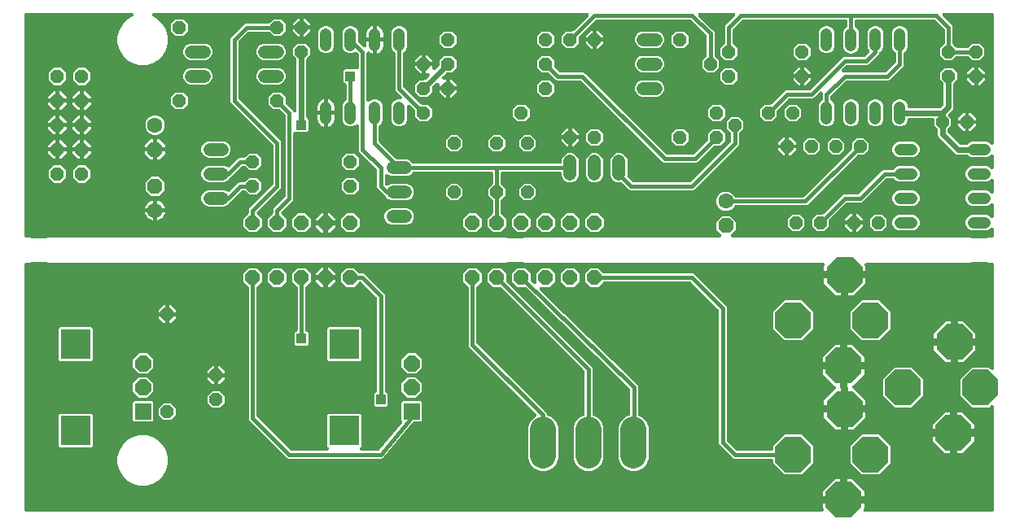
<source format=gbr>
G04 EAGLE Gerber RS-274X export*
G75*
%MOMM*%
%FSLAX34Y34*%
%LPD*%
%INBottom Copper*%
%IPPOS*%
%AMOC8*
5,1,8,0,0,1.08239X$1,22.5*%
G01*
%ADD10P,1.429621X8X292.500000*%
%ADD11P,1.732040X8X112.500000*%
%ADD12C,1.600200*%
%ADD13P,1.732040X8X292.500000*%
%ADD14C,1.320800*%
%ADD15C,1.208000*%
%ADD16R,1.676400X1.676400*%
%ADD17P,1.814519X8X22.500000*%
%ADD18R,3.116000X3.116000*%
%ADD19P,1.429621X8X112.500000*%
%ADD20P,4.058962X8X202.500000*%
%ADD21P,4.058962X8X112.500000*%
%ADD22P,1.429621X8X22.500000*%
%ADD23C,2.705100*%
%ADD24P,1.429621X8X202.500000*%
%ADD25P,1.539592X8X292.500000*%
%ADD26P,1.649562X8X112.500000*%
%ADD27R,1.006400X1.006400*%
%ADD28C,0.406400*%
%ADD29C,0.609600*%

G36*
X839745Y10162D02*
X839745Y10162D01*
X839754Y10161D01*
X839946Y10182D01*
X840136Y10201D01*
X840145Y10203D01*
X840154Y10204D01*
X840337Y10262D01*
X840521Y10319D01*
X840529Y10323D01*
X840538Y10326D01*
X840707Y10419D01*
X840875Y10511D01*
X840882Y10516D01*
X840890Y10521D01*
X841038Y10646D01*
X841185Y10768D01*
X841190Y10775D01*
X841197Y10781D01*
X841317Y10933D01*
X841437Y11082D01*
X841441Y11090D01*
X841447Y11097D01*
X841534Y11270D01*
X841622Y11439D01*
X841625Y11448D01*
X841629Y11456D01*
X841681Y11641D01*
X841734Y11826D01*
X841735Y11835D01*
X841737Y11844D01*
X841751Y12036D01*
X841767Y12228D01*
X841766Y12236D01*
X841766Y12245D01*
X841742Y12437D01*
X841720Y12627D01*
X841717Y12636D01*
X841716Y12645D01*
X841655Y12827D01*
X841595Y13010D01*
X841591Y13018D01*
X841588Y13026D01*
X841491Y13194D01*
X841397Y13361D01*
X841391Y13368D01*
X841387Y13375D01*
X841172Y13628D01*
X840959Y13841D01*
X840959Y18597D01*
X860218Y18597D01*
X860236Y18599D01*
X860253Y18597D01*
X860436Y18618D01*
X860618Y18637D01*
X860636Y18642D01*
X860653Y18644D01*
X860828Y18701D01*
X861003Y18755D01*
X861019Y18763D01*
X861036Y18769D01*
X861196Y18859D01*
X861357Y18947D01*
X861371Y18958D01*
X861387Y18967D01*
X861526Y19087D01*
X861667Y19204D01*
X861678Y19218D01*
X861691Y19230D01*
X861804Y19375D01*
X861919Y19518D01*
X861927Y19534D01*
X861938Y19548D01*
X862020Y19713D01*
X862105Y19875D01*
X862109Y19892D01*
X862117Y19909D01*
X862165Y20087D01*
X862216Y20262D01*
X862217Y20280D01*
X862222Y20297D01*
X862249Y20628D01*
X862249Y22661D01*
X862251Y22661D01*
X862251Y20628D01*
X862253Y20610D01*
X862251Y20592D01*
X862273Y20410D01*
X862291Y20227D01*
X862296Y20210D01*
X862298Y20193D01*
X862355Y20018D01*
X862409Y19842D01*
X862417Y19827D01*
X862423Y19810D01*
X862513Y19650D01*
X862601Y19488D01*
X862612Y19475D01*
X862621Y19459D01*
X862741Y19320D01*
X862858Y19179D01*
X862872Y19168D01*
X862884Y19155D01*
X863029Y19042D01*
X863172Y18927D01*
X863188Y18919D01*
X863202Y18908D01*
X863367Y18826D01*
X863530Y18741D01*
X863547Y18736D01*
X863563Y18728D01*
X863741Y18681D01*
X863916Y18630D01*
X863934Y18628D01*
X863951Y18624D01*
X864282Y18597D01*
X883541Y18597D01*
X883541Y13841D01*
X883328Y13628D01*
X883322Y13621D01*
X883315Y13616D01*
X883196Y13467D01*
X883073Y13317D01*
X883069Y13309D01*
X883063Y13302D01*
X882975Y13133D01*
X882884Y12961D01*
X882882Y12952D01*
X882878Y12945D01*
X882825Y12761D01*
X882769Y12575D01*
X882769Y12566D01*
X882766Y12558D01*
X882751Y12367D01*
X882733Y12174D01*
X882734Y12165D01*
X882733Y12156D01*
X882756Y11967D01*
X882776Y11774D01*
X882779Y11765D01*
X882780Y11757D01*
X882840Y11574D01*
X882898Y11390D01*
X882902Y11382D01*
X882905Y11374D01*
X883000Y11205D01*
X883093Y11038D01*
X883099Y11031D01*
X883103Y11023D01*
X883230Y10877D01*
X883353Y10731D01*
X883360Y10725D01*
X883366Y10718D01*
X883519Y10600D01*
X883669Y10481D01*
X883677Y10477D01*
X883684Y10472D01*
X883858Y10385D01*
X884028Y10299D01*
X884037Y10296D01*
X884045Y10292D01*
X884233Y10242D01*
X884416Y10191D01*
X884425Y10190D01*
X884433Y10188D01*
X884764Y10161D01*
X1016508Y10161D01*
X1016526Y10163D01*
X1016544Y10161D01*
X1016726Y10182D01*
X1016909Y10201D01*
X1016926Y10206D01*
X1016943Y10208D01*
X1017118Y10265D01*
X1017294Y10319D01*
X1017309Y10327D01*
X1017326Y10333D01*
X1017486Y10423D01*
X1017648Y10511D01*
X1017661Y10522D01*
X1017677Y10531D01*
X1017816Y10651D01*
X1017957Y10768D01*
X1017968Y10782D01*
X1017982Y10794D01*
X1018094Y10939D01*
X1018209Y11082D01*
X1018217Y11098D01*
X1018228Y11112D01*
X1018310Y11277D01*
X1018395Y11439D01*
X1018400Y11456D01*
X1018408Y11472D01*
X1018455Y11651D01*
X1018506Y11826D01*
X1018508Y11844D01*
X1018512Y11861D01*
X1018539Y12192D01*
X1018539Y119394D01*
X1018538Y119403D01*
X1018539Y119412D01*
X1018518Y119604D01*
X1018499Y119795D01*
X1018497Y119803D01*
X1018496Y119812D01*
X1018438Y119995D01*
X1018381Y120180D01*
X1018377Y120188D01*
X1018374Y120196D01*
X1018281Y120364D01*
X1018189Y120534D01*
X1018184Y120541D01*
X1018179Y120548D01*
X1018055Y120695D01*
X1017932Y120843D01*
X1017925Y120849D01*
X1017919Y120855D01*
X1017768Y120974D01*
X1017618Y121095D01*
X1017610Y121099D01*
X1017603Y121105D01*
X1017430Y121193D01*
X1017261Y121281D01*
X1017252Y121283D01*
X1017244Y121287D01*
X1017058Y121339D01*
X1016874Y121392D01*
X1016865Y121393D01*
X1016856Y121395D01*
X1016663Y121409D01*
X1016472Y121425D01*
X1016464Y121424D01*
X1016455Y121425D01*
X1016262Y121400D01*
X1016073Y121378D01*
X1016064Y121375D01*
X1016055Y121374D01*
X1015872Y121313D01*
X1015690Y121253D01*
X1015682Y121249D01*
X1015674Y121246D01*
X1015508Y121151D01*
X1015339Y121055D01*
X1015332Y121050D01*
X1015325Y121045D01*
X1015072Y120831D01*
X1013158Y118917D01*
X995942Y118917D01*
X983767Y131092D01*
X983767Y148308D01*
X995942Y160483D01*
X1013158Y160483D01*
X1015072Y158569D01*
X1015079Y158564D01*
X1015084Y158557D01*
X1015234Y158437D01*
X1015383Y158314D01*
X1015391Y158310D01*
X1015398Y158305D01*
X1015568Y158216D01*
X1015739Y158126D01*
X1015748Y158123D01*
X1015755Y158119D01*
X1015940Y158066D01*
X1016125Y158011D01*
X1016134Y158010D01*
X1016142Y158008D01*
X1016333Y157992D01*
X1016526Y157975D01*
X1016535Y157976D01*
X1016544Y157975D01*
X1016733Y157997D01*
X1016926Y158018D01*
X1016935Y158021D01*
X1016943Y158022D01*
X1017125Y158081D01*
X1017310Y158140D01*
X1017318Y158144D01*
X1017326Y158147D01*
X1017495Y158242D01*
X1017662Y158334D01*
X1017669Y158340D01*
X1017677Y158345D01*
X1017823Y158470D01*
X1017969Y158595D01*
X1017975Y158602D01*
X1017982Y158608D01*
X1018099Y158759D01*
X1018219Y158911D01*
X1018223Y158919D01*
X1018228Y158926D01*
X1018314Y159098D01*
X1018401Y159270D01*
X1018404Y159278D01*
X1018408Y159286D01*
X1018458Y159472D01*
X1018509Y159658D01*
X1018510Y159666D01*
X1018512Y159675D01*
X1018539Y160006D01*
X1018539Y267208D01*
X1018537Y267226D01*
X1018539Y267244D01*
X1018518Y267426D01*
X1018499Y267609D01*
X1018494Y267626D01*
X1018492Y267643D01*
X1018435Y267818D01*
X1018381Y267994D01*
X1018373Y268009D01*
X1018367Y268026D01*
X1018277Y268186D01*
X1018189Y268348D01*
X1018178Y268361D01*
X1018169Y268377D01*
X1018049Y268516D01*
X1017932Y268657D01*
X1017918Y268668D01*
X1017906Y268682D01*
X1017761Y268794D01*
X1017618Y268909D01*
X1017602Y268917D01*
X1017588Y268928D01*
X1017423Y269010D01*
X1017261Y269095D01*
X1017244Y269100D01*
X1017228Y269108D01*
X1017049Y269155D01*
X1016874Y269206D01*
X1016856Y269208D01*
X1016839Y269212D01*
X1016508Y269239D01*
X1013347Y269239D01*
X1012091Y269760D01*
X1012061Y269769D01*
X1012033Y269783D01*
X1011868Y269827D01*
X1011706Y269876D01*
X1011675Y269879D01*
X1011644Y269887D01*
X1011314Y269914D01*
X1007092Y269914D01*
X1007034Y269930D01*
X1006867Y269981D01*
X1006840Y269983D01*
X1006814Y269990D01*
X1006640Y270002D01*
X1006466Y270019D01*
X1006439Y270016D01*
X1006413Y270018D01*
X1006239Y269995D01*
X1006066Y269977D01*
X1006040Y269969D01*
X1006013Y269966D01*
X1005853Y269914D01*
X1000742Y269914D01*
X1000684Y269930D01*
X1000517Y269981D01*
X1000490Y269983D01*
X1000465Y269990D01*
X1000289Y270002D01*
X1000116Y270019D01*
X1000090Y270016D01*
X1000063Y270018D01*
X999889Y269995D01*
X999716Y269977D01*
X999690Y269969D01*
X999664Y269966D01*
X999503Y269914D01*
X995286Y269914D01*
X995255Y269911D01*
X995224Y269913D01*
X995055Y269891D01*
X994886Y269874D01*
X994856Y269865D01*
X994825Y269861D01*
X994509Y269760D01*
X993253Y269239D01*
X886034Y269239D01*
X886025Y269238D01*
X886016Y269239D01*
X885826Y269219D01*
X885634Y269199D01*
X885625Y269197D01*
X885616Y269196D01*
X885433Y269138D01*
X885249Y269081D01*
X885241Y269077D01*
X885232Y269074D01*
X885064Y268981D01*
X884895Y268889D01*
X884888Y268884D01*
X884880Y268879D01*
X884732Y268754D01*
X884585Y268632D01*
X884580Y268625D01*
X884573Y268619D01*
X884453Y268467D01*
X884333Y268318D01*
X884329Y268310D01*
X884323Y268303D01*
X884235Y268129D01*
X884148Y267961D01*
X884145Y267952D01*
X884141Y267944D01*
X884089Y267758D01*
X884036Y267574D01*
X884035Y267565D01*
X884033Y267556D01*
X884019Y267364D01*
X884003Y267172D01*
X884004Y267164D01*
X884004Y267155D01*
X884028Y266963D01*
X884050Y266773D01*
X884053Y266764D01*
X884054Y266755D01*
X884115Y266573D01*
X884175Y266390D01*
X884179Y266382D01*
X884182Y266374D01*
X884279Y266206D01*
X884373Y266039D01*
X884379Y266032D01*
X884383Y266025D01*
X884541Y265839D01*
X884541Y260759D01*
X864968Y260759D01*
X864950Y260757D01*
X864933Y260759D01*
X864750Y260738D01*
X864568Y260719D01*
X864551Y260714D01*
X864533Y260712D01*
X864358Y260655D01*
X864183Y260601D01*
X864167Y260593D01*
X864150Y260587D01*
X863990Y260497D01*
X863829Y260409D01*
X863815Y260398D01*
X863799Y260389D01*
X863660Y260269D01*
X863519Y260152D01*
X863508Y260138D01*
X863495Y260126D01*
X863382Y259981D01*
X863267Y259838D01*
X863259Y259822D01*
X863248Y259808D01*
X863247Y259806D01*
X863213Y259868D01*
X863202Y259881D01*
X863193Y259897D01*
X863073Y260036D01*
X862955Y260177D01*
X862942Y260188D01*
X862930Y260202D01*
X862785Y260314D01*
X862642Y260429D01*
X862626Y260437D01*
X862612Y260448D01*
X862447Y260530D01*
X862284Y260615D01*
X862267Y260620D01*
X862251Y260628D01*
X862073Y260675D01*
X861898Y260726D01*
X861880Y260728D01*
X861863Y260732D01*
X861532Y260759D01*
X841959Y260759D01*
X841959Y265840D01*
X842035Y265934D01*
X842157Y266083D01*
X842161Y266091D01*
X842167Y266098D01*
X842255Y266268D01*
X842346Y266439D01*
X842348Y266448D01*
X842352Y266455D01*
X842405Y266639D01*
X842461Y266825D01*
X842461Y266834D01*
X842464Y266842D01*
X842479Y267033D01*
X842497Y267226D01*
X842496Y267235D01*
X842497Y267244D01*
X842474Y267433D01*
X842454Y267626D01*
X842451Y267635D01*
X842450Y267643D01*
X842390Y267826D01*
X842332Y268010D01*
X842328Y268018D01*
X842325Y268026D01*
X842231Y268193D01*
X842137Y268362D01*
X842131Y268369D01*
X842127Y268377D01*
X842001Y268522D01*
X841877Y268669D01*
X841870Y268675D01*
X841864Y268682D01*
X841713Y268799D01*
X841561Y268919D01*
X841553Y268923D01*
X841546Y268928D01*
X841374Y269014D01*
X841202Y269101D01*
X841193Y269104D01*
X841185Y269108D01*
X840997Y269158D01*
X840814Y269209D01*
X840805Y269210D01*
X840797Y269212D01*
X840466Y269239D01*
X530747Y269239D01*
X529491Y269760D01*
X529461Y269769D01*
X529433Y269783D01*
X529268Y269827D01*
X529106Y269876D01*
X529075Y269879D01*
X529044Y269887D01*
X528714Y269914D01*
X524492Y269914D01*
X524434Y269930D01*
X524267Y269981D01*
X524240Y269983D01*
X524214Y269990D01*
X524040Y270002D01*
X523866Y270019D01*
X523839Y270016D01*
X523813Y270018D01*
X523639Y269995D01*
X523466Y269977D01*
X523440Y269969D01*
X523413Y269966D01*
X523253Y269914D01*
X518142Y269914D01*
X518084Y269930D01*
X517917Y269981D01*
X517890Y269983D01*
X517865Y269990D01*
X517689Y270002D01*
X517516Y270019D01*
X517490Y270016D01*
X517463Y270018D01*
X517289Y269995D01*
X517116Y269977D01*
X517090Y269969D01*
X517064Y269966D01*
X516903Y269914D01*
X512686Y269914D01*
X512655Y269911D01*
X512624Y269913D01*
X512455Y269891D01*
X512286Y269874D01*
X512256Y269865D01*
X512225Y269861D01*
X511909Y269760D01*
X510653Y269239D01*
X35447Y269239D01*
X34191Y269760D01*
X34161Y269769D01*
X34133Y269783D01*
X33968Y269827D01*
X33806Y269876D01*
X33775Y269879D01*
X33744Y269887D01*
X33414Y269914D01*
X29192Y269914D01*
X29134Y269930D01*
X28967Y269981D01*
X28940Y269983D01*
X28914Y269990D01*
X28740Y270002D01*
X28566Y270019D01*
X28539Y270016D01*
X28513Y270018D01*
X28339Y269995D01*
X28166Y269977D01*
X28140Y269969D01*
X28113Y269966D01*
X27953Y269914D01*
X22842Y269914D01*
X22784Y269930D01*
X22617Y269981D01*
X22590Y269983D01*
X22564Y269990D01*
X22390Y270002D01*
X22216Y270019D01*
X22189Y270016D01*
X22163Y270018D01*
X21989Y269995D01*
X21816Y269977D01*
X21790Y269969D01*
X21763Y269966D01*
X21603Y269914D01*
X17386Y269914D01*
X17355Y269911D01*
X17324Y269913D01*
X17155Y269891D01*
X16986Y269874D01*
X16956Y269865D01*
X16925Y269861D01*
X16609Y269760D01*
X15353Y269239D01*
X12192Y269239D01*
X12174Y269237D01*
X12156Y269239D01*
X11974Y269218D01*
X11791Y269199D01*
X11774Y269194D01*
X11757Y269192D01*
X11582Y269135D01*
X11406Y269081D01*
X11391Y269073D01*
X11374Y269067D01*
X11214Y268977D01*
X11052Y268889D01*
X11039Y268878D01*
X11023Y268869D01*
X10884Y268749D01*
X10743Y268632D01*
X10732Y268618D01*
X10718Y268606D01*
X10606Y268461D01*
X10491Y268318D01*
X10483Y268302D01*
X10472Y268288D01*
X10390Y268123D01*
X10305Y267961D01*
X10300Y267944D01*
X10292Y267928D01*
X10245Y267749D01*
X10194Y267574D01*
X10192Y267556D01*
X10188Y267539D01*
X10161Y267208D01*
X10161Y12192D01*
X10163Y12174D01*
X10161Y12156D01*
X10182Y11974D01*
X10201Y11791D01*
X10206Y11774D01*
X10208Y11757D01*
X10265Y11582D01*
X10319Y11406D01*
X10327Y11391D01*
X10333Y11374D01*
X10423Y11214D01*
X10511Y11052D01*
X10522Y11039D01*
X10531Y11023D01*
X10651Y10884D01*
X10768Y10743D01*
X10782Y10732D01*
X10794Y10718D01*
X10939Y10606D01*
X11082Y10491D01*
X11098Y10483D01*
X11112Y10472D01*
X11277Y10390D01*
X11439Y10305D01*
X11456Y10300D01*
X11472Y10292D01*
X11651Y10245D01*
X11826Y10194D01*
X11844Y10192D01*
X11861Y10188D01*
X12192Y10161D01*
X839736Y10161D01*
X839745Y10162D01*
G37*
G36*
X1006510Y295134D02*
X1006510Y295134D01*
X1006537Y295132D01*
X1006711Y295155D01*
X1006884Y295173D01*
X1006910Y295181D01*
X1006937Y295184D01*
X1007097Y295236D01*
X1011314Y295236D01*
X1011345Y295239D01*
X1011376Y295237D01*
X1011545Y295259D01*
X1011714Y295276D01*
X1011744Y295285D01*
X1011775Y295289D01*
X1012091Y295390D01*
X1013347Y295911D01*
X1016508Y295911D01*
X1016526Y295913D01*
X1016544Y295911D01*
X1016726Y295932D01*
X1016909Y295951D01*
X1016926Y295956D01*
X1016943Y295958D01*
X1017118Y296015D01*
X1017294Y296069D01*
X1017309Y296077D01*
X1017326Y296083D01*
X1017486Y296173D01*
X1017648Y296261D01*
X1017661Y296272D01*
X1017677Y296281D01*
X1017816Y296401D01*
X1017957Y296518D01*
X1017968Y296532D01*
X1017982Y296544D01*
X1018094Y296689D01*
X1018209Y296832D01*
X1018217Y296848D01*
X1018228Y296862D01*
X1018310Y297027D01*
X1018395Y297189D01*
X1018400Y297206D01*
X1018408Y297222D01*
X1018455Y297401D01*
X1018506Y297576D01*
X1018508Y297594D01*
X1018512Y297611D01*
X1018539Y297942D01*
X1018539Y304029D01*
X1018538Y304038D01*
X1018539Y304047D01*
X1018518Y304238D01*
X1018499Y304429D01*
X1018497Y304438D01*
X1018496Y304447D01*
X1018438Y304629D01*
X1018381Y304814D01*
X1018377Y304822D01*
X1018374Y304831D01*
X1018281Y304999D01*
X1018189Y305168D01*
X1018184Y305175D01*
X1018179Y305183D01*
X1018054Y305331D01*
X1017932Y305478D01*
X1017925Y305483D01*
X1017919Y305490D01*
X1017767Y305610D01*
X1017618Y305730D01*
X1017610Y305734D01*
X1017603Y305740D01*
X1017431Y305827D01*
X1017261Y305916D01*
X1017252Y305918D01*
X1017244Y305922D01*
X1017058Y305974D01*
X1016874Y306027D01*
X1016865Y306028D01*
X1016856Y306030D01*
X1016664Y306044D01*
X1016472Y306060D01*
X1016464Y306059D01*
X1016455Y306059D01*
X1016262Y306035D01*
X1016073Y306013D01*
X1016064Y306010D01*
X1016055Y306009D01*
X1015872Y305948D01*
X1015690Y305888D01*
X1015682Y305884D01*
X1015674Y305881D01*
X1015508Y305785D01*
X1015339Y305690D01*
X1015332Y305684D01*
X1015325Y305680D01*
X1015072Y305465D01*
X1013913Y304306D01*
X1010946Y303077D01*
X995654Y303077D01*
X992687Y304306D01*
X990416Y306577D01*
X989187Y309544D01*
X989187Y312756D01*
X990416Y315723D01*
X992687Y317994D01*
X995654Y319223D01*
X1010946Y319223D01*
X1013913Y317994D01*
X1015072Y316835D01*
X1015079Y316829D01*
X1015084Y316822D01*
X1015235Y316701D01*
X1015383Y316580D01*
X1015391Y316576D01*
X1015398Y316570D01*
X1015568Y316482D01*
X1015739Y316391D01*
X1015748Y316389D01*
X1015755Y316384D01*
X1015940Y316331D01*
X1016125Y316276D01*
X1016134Y316276D01*
X1016142Y316273D01*
X1016333Y316257D01*
X1016526Y316240D01*
X1016535Y316241D01*
X1016544Y316240D01*
X1016733Y316262D01*
X1016926Y316283D01*
X1016935Y316286D01*
X1016943Y316287D01*
X1017125Y316346D01*
X1017310Y316405D01*
X1017318Y316409D01*
X1017326Y316412D01*
X1017493Y316506D01*
X1017662Y316600D01*
X1017669Y316605D01*
X1017677Y316610D01*
X1017822Y316735D01*
X1017969Y316860D01*
X1017975Y316867D01*
X1017982Y316873D01*
X1018098Y317024D01*
X1018219Y317176D01*
X1018223Y317184D01*
X1018228Y317191D01*
X1018312Y317360D01*
X1018401Y317535D01*
X1018404Y317544D01*
X1018408Y317552D01*
X1018457Y317737D01*
X1018509Y317923D01*
X1018510Y317932D01*
X1018512Y317940D01*
X1018539Y318271D01*
X1018539Y329429D01*
X1018538Y329438D01*
X1018539Y329447D01*
X1018518Y329638D01*
X1018499Y329829D01*
X1018497Y329838D01*
X1018496Y329847D01*
X1018439Y330027D01*
X1018381Y330214D01*
X1018377Y330222D01*
X1018374Y330231D01*
X1018281Y330399D01*
X1018189Y330568D01*
X1018184Y330575D01*
X1018179Y330583D01*
X1018054Y330731D01*
X1017932Y330878D01*
X1017925Y330883D01*
X1017919Y330890D01*
X1017767Y331010D01*
X1017618Y331130D01*
X1017610Y331134D01*
X1017603Y331140D01*
X1017431Y331227D01*
X1017261Y331316D01*
X1017252Y331318D01*
X1017244Y331322D01*
X1017058Y331374D01*
X1016874Y331427D01*
X1016865Y331428D01*
X1016856Y331430D01*
X1016664Y331444D01*
X1016472Y331460D01*
X1016464Y331459D01*
X1016455Y331459D01*
X1016262Y331435D01*
X1016073Y331413D01*
X1016064Y331410D01*
X1016055Y331409D01*
X1015872Y331348D01*
X1015690Y331288D01*
X1015682Y331284D01*
X1015674Y331281D01*
X1015508Y331185D01*
X1015339Y331090D01*
X1015332Y331084D01*
X1015325Y331080D01*
X1015072Y330865D01*
X1013913Y329706D01*
X1010946Y328477D01*
X995654Y328477D01*
X992687Y329706D01*
X990416Y331977D01*
X989187Y334944D01*
X989187Y338156D01*
X990416Y341123D01*
X992687Y343394D01*
X995654Y344623D01*
X1010946Y344623D01*
X1013913Y343394D01*
X1015072Y342235D01*
X1015079Y342229D01*
X1015084Y342222D01*
X1015235Y342101D01*
X1015383Y341980D01*
X1015391Y341976D01*
X1015398Y341970D01*
X1015568Y341882D01*
X1015739Y341791D01*
X1015748Y341789D01*
X1015755Y341784D01*
X1015940Y341731D01*
X1016125Y341676D01*
X1016134Y341676D01*
X1016142Y341673D01*
X1016333Y341657D01*
X1016526Y341640D01*
X1016535Y341641D01*
X1016544Y341640D01*
X1016733Y341662D01*
X1016926Y341683D01*
X1016935Y341686D01*
X1016943Y341687D01*
X1017125Y341746D01*
X1017310Y341805D01*
X1017318Y341809D01*
X1017326Y341812D01*
X1017492Y341906D01*
X1017662Y342000D01*
X1017669Y342005D01*
X1017677Y342010D01*
X1017822Y342135D01*
X1017969Y342260D01*
X1017975Y342267D01*
X1017982Y342273D01*
X1018098Y342424D01*
X1018219Y342576D01*
X1018223Y342584D01*
X1018228Y342591D01*
X1018312Y342760D01*
X1018401Y342935D01*
X1018404Y342944D01*
X1018408Y342952D01*
X1018457Y343137D01*
X1018509Y343323D01*
X1018510Y343332D01*
X1018512Y343340D01*
X1018539Y343671D01*
X1018539Y354829D01*
X1018538Y354838D01*
X1018539Y354847D01*
X1018518Y355038D01*
X1018499Y355229D01*
X1018497Y355238D01*
X1018496Y355247D01*
X1018438Y355429D01*
X1018381Y355614D01*
X1018377Y355622D01*
X1018374Y355631D01*
X1018281Y355799D01*
X1018189Y355968D01*
X1018184Y355975D01*
X1018179Y355983D01*
X1018054Y356131D01*
X1017932Y356278D01*
X1017925Y356283D01*
X1017919Y356290D01*
X1017767Y356410D01*
X1017618Y356530D01*
X1017610Y356534D01*
X1017603Y356540D01*
X1017431Y356627D01*
X1017261Y356716D01*
X1017252Y356718D01*
X1017244Y356722D01*
X1017058Y356774D01*
X1016874Y356827D01*
X1016865Y356828D01*
X1016856Y356830D01*
X1016664Y356844D01*
X1016472Y356860D01*
X1016464Y356859D01*
X1016455Y356859D01*
X1016262Y356835D01*
X1016073Y356813D01*
X1016064Y356810D01*
X1016055Y356809D01*
X1015872Y356748D01*
X1015690Y356688D01*
X1015682Y356684D01*
X1015674Y356681D01*
X1015508Y356585D01*
X1015339Y356490D01*
X1015332Y356484D01*
X1015325Y356480D01*
X1015072Y356265D01*
X1013913Y355106D01*
X1010946Y353877D01*
X995654Y353877D01*
X992687Y355106D01*
X990416Y357377D01*
X989187Y360344D01*
X989187Y363556D01*
X990416Y366523D01*
X992687Y368794D01*
X995654Y370023D01*
X1010946Y370023D01*
X1013913Y368794D01*
X1015072Y367635D01*
X1015079Y367629D01*
X1015084Y367622D01*
X1015235Y367501D01*
X1015383Y367380D01*
X1015391Y367376D01*
X1015398Y367370D01*
X1015568Y367282D01*
X1015739Y367191D01*
X1015748Y367189D01*
X1015755Y367184D01*
X1015940Y367131D01*
X1016125Y367076D01*
X1016134Y367076D01*
X1016142Y367073D01*
X1016333Y367057D01*
X1016526Y367040D01*
X1016535Y367041D01*
X1016544Y367040D01*
X1016733Y367062D01*
X1016926Y367083D01*
X1016935Y367086D01*
X1016943Y367087D01*
X1017125Y367146D01*
X1017310Y367205D01*
X1017318Y367209D01*
X1017326Y367212D01*
X1017493Y367306D01*
X1017662Y367400D01*
X1017669Y367405D01*
X1017677Y367410D01*
X1017822Y367535D01*
X1017969Y367660D01*
X1017975Y367667D01*
X1017982Y367673D01*
X1018098Y367824D01*
X1018219Y367976D01*
X1018223Y367984D01*
X1018228Y367991D01*
X1018313Y368162D01*
X1018401Y368335D01*
X1018404Y368344D01*
X1018408Y368352D01*
X1018457Y368537D01*
X1018509Y368723D01*
X1018510Y368732D01*
X1018512Y368740D01*
X1018539Y369071D01*
X1018539Y380229D01*
X1018538Y380238D01*
X1018539Y380247D01*
X1018518Y380438D01*
X1018499Y380629D01*
X1018497Y380638D01*
X1018496Y380647D01*
X1018438Y380829D01*
X1018381Y381014D01*
X1018377Y381022D01*
X1018374Y381031D01*
X1018281Y381199D01*
X1018189Y381368D01*
X1018184Y381375D01*
X1018179Y381383D01*
X1018054Y381531D01*
X1017932Y381678D01*
X1017925Y381683D01*
X1017919Y381690D01*
X1017767Y381810D01*
X1017618Y381930D01*
X1017610Y381934D01*
X1017603Y381940D01*
X1017431Y382027D01*
X1017261Y382116D01*
X1017252Y382118D01*
X1017244Y382122D01*
X1017058Y382174D01*
X1016874Y382227D01*
X1016865Y382228D01*
X1016856Y382230D01*
X1016664Y382244D01*
X1016472Y382260D01*
X1016464Y382259D01*
X1016455Y382259D01*
X1016262Y382235D01*
X1016073Y382213D01*
X1016064Y382210D01*
X1016055Y382209D01*
X1015872Y382148D01*
X1015690Y382088D01*
X1015682Y382084D01*
X1015674Y382081D01*
X1015508Y381985D01*
X1015339Y381890D01*
X1015332Y381884D01*
X1015325Y381880D01*
X1015072Y381665D01*
X1013913Y380506D01*
X1010946Y379277D01*
X995654Y379277D01*
X992687Y380506D01*
X991519Y381674D01*
X991498Y381691D01*
X991481Y381712D01*
X991343Y381819D01*
X991208Y381929D01*
X991184Y381942D01*
X991163Y381958D01*
X991006Y382036D01*
X990852Y382118D01*
X990826Y382126D01*
X990802Y382138D01*
X990633Y382183D01*
X990466Y382233D01*
X990439Y382235D01*
X990414Y382242D01*
X990083Y382269D01*
X980064Y382269D01*
X978197Y383043D01*
X960893Y400347D01*
X960119Y402214D01*
X960119Y407950D01*
X960117Y407977D01*
X960119Y408003D01*
X960097Y408177D01*
X960079Y408351D01*
X960072Y408376D01*
X960068Y408403D01*
X960013Y408569D01*
X959961Y408736D01*
X959948Y408759D01*
X959940Y408785D01*
X959853Y408936D01*
X959769Y409090D01*
X959752Y409110D01*
X959739Y409133D01*
X959524Y409386D01*
X956563Y412348D01*
X956563Y418338D01*
X956561Y418356D01*
X956563Y418374D01*
X956542Y418556D01*
X956523Y418739D01*
X956518Y418756D01*
X956516Y418773D01*
X956459Y418948D01*
X956405Y419124D01*
X956397Y419139D01*
X956391Y419156D01*
X956301Y419316D01*
X956213Y419478D01*
X956202Y419491D01*
X956193Y419507D01*
X956073Y419646D01*
X955956Y419787D01*
X955942Y419798D01*
X955930Y419812D01*
X955785Y419924D01*
X955642Y420039D01*
X955626Y420047D01*
X955612Y420058D01*
X955447Y420140D01*
X955285Y420225D01*
X955268Y420230D01*
X955252Y420238D01*
X955073Y420285D01*
X954898Y420336D01*
X954880Y420338D01*
X954863Y420342D01*
X954532Y420369D01*
X930854Y420369D01*
X930836Y420367D01*
X930818Y420369D01*
X930636Y420348D01*
X930453Y420329D01*
X930436Y420324D01*
X930419Y420322D01*
X930244Y420265D01*
X930068Y420211D01*
X930053Y420203D01*
X930036Y420197D01*
X929876Y420107D01*
X929714Y420019D01*
X929701Y420008D01*
X929685Y419999D01*
X929546Y419879D01*
X929405Y419762D01*
X929394Y419748D01*
X929380Y419736D01*
X929268Y419591D01*
X929153Y419448D01*
X929145Y419432D01*
X929134Y419418D01*
X929052Y419253D01*
X928967Y419091D01*
X928962Y419074D01*
X928954Y419058D01*
X928906Y418879D01*
X928856Y418704D01*
X928854Y418686D01*
X928850Y418669D01*
X928823Y418338D01*
X928823Y417804D01*
X927594Y414837D01*
X925323Y412566D01*
X922356Y411337D01*
X919144Y411337D01*
X916177Y412566D01*
X913906Y414837D01*
X912677Y417804D01*
X912677Y433096D01*
X913906Y436063D01*
X916177Y438334D01*
X919144Y439563D01*
X922356Y439563D01*
X925323Y438334D01*
X927594Y436063D01*
X928823Y433096D01*
X928823Y432562D01*
X928825Y432544D01*
X928823Y432526D01*
X928844Y432344D01*
X928863Y432161D01*
X928868Y432144D01*
X928870Y432127D01*
X928927Y431952D01*
X928981Y431776D01*
X928989Y431761D01*
X928995Y431744D01*
X929085Y431584D01*
X929173Y431422D01*
X929184Y431409D01*
X929193Y431393D01*
X929313Y431254D01*
X929430Y431113D01*
X929444Y431102D01*
X929456Y431088D01*
X929601Y430976D01*
X929744Y430861D01*
X929760Y430853D01*
X929774Y430842D01*
X929939Y430760D01*
X930101Y430675D01*
X930118Y430670D01*
X930134Y430662D01*
X930313Y430615D01*
X930488Y430564D01*
X930506Y430562D01*
X930523Y430558D01*
X930854Y430531D01*
X962254Y430531D01*
X962281Y430533D01*
X962307Y430531D01*
X962481Y430553D01*
X962655Y430571D01*
X962680Y430578D01*
X962707Y430582D01*
X962873Y430637D01*
X963040Y430689D01*
X963063Y430702D01*
X963089Y430710D01*
X963240Y430797D01*
X963394Y430881D01*
X963414Y430898D01*
X963437Y430911D01*
X963690Y431126D01*
X965874Y433310D01*
X965891Y433330D01*
X965912Y433348D01*
X966019Y433486D01*
X966129Y433621D01*
X966142Y433645D01*
X966158Y433666D01*
X966236Y433823D01*
X966318Y433977D01*
X966326Y434002D01*
X966338Y434026D01*
X966383Y434196D01*
X966433Y434363D01*
X966435Y434389D01*
X966442Y434415D01*
X966469Y434746D01*
X966469Y455575D01*
X966467Y455602D01*
X966469Y455628D01*
X966447Y455802D01*
X966429Y455976D01*
X966422Y456001D01*
X966418Y456028D01*
X966363Y456194D01*
X966311Y456361D01*
X966298Y456384D01*
X966290Y456410D01*
X966203Y456561D01*
X966119Y456715D01*
X966102Y456735D01*
X966089Y456758D01*
X965874Y457011D01*
X962913Y459973D01*
X962913Y467127D01*
X967973Y472187D01*
X975127Y472187D01*
X980187Y467127D01*
X980187Y459973D01*
X977226Y457011D01*
X977209Y456991D01*
X977188Y456973D01*
X977081Y456835D01*
X976971Y456700D01*
X976958Y456676D01*
X976942Y456655D01*
X976864Y456498D01*
X976782Y456344D01*
X976774Y456319D01*
X976762Y456295D01*
X976717Y456125D01*
X976667Y455958D01*
X976665Y455932D01*
X976658Y455906D01*
X976631Y455575D01*
X976631Y430789D01*
X975857Y428922D01*
X971574Y424638D01*
X971562Y424624D01*
X971549Y424613D01*
X971435Y424469D01*
X971318Y424327D01*
X971310Y424311D01*
X971299Y424297D01*
X971215Y424132D01*
X971130Y423971D01*
X971125Y423954D01*
X971117Y423938D01*
X971067Y423760D01*
X971015Y423585D01*
X971013Y423567D01*
X971009Y423550D01*
X970995Y423367D01*
X970979Y423184D01*
X970981Y423166D01*
X970979Y423149D01*
X971002Y422967D01*
X971022Y422784D01*
X971027Y422767D01*
X971030Y422749D01*
X971088Y422575D01*
X971144Y422400D01*
X971152Y422384D01*
X971158Y422368D01*
X971249Y422209D01*
X971338Y422048D01*
X971350Y422034D01*
X971359Y422019D01*
X971574Y421766D01*
X973837Y419502D01*
X973837Y412348D01*
X970876Y409386D01*
X970859Y409366D01*
X970838Y409348D01*
X970731Y409210D01*
X970621Y409075D01*
X970608Y409051D01*
X970592Y409030D01*
X970514Y408873D01*
X970432Y408719D01*
X970424Y408694D01*
X970412Y408670D01*
X970367Y408500D01*
X970317Y408333D01*
X970315Y408307D01*
X970308Y408281D01*
X970281Y407950D01*
X970281Y406171D01*
X970283Y406144D01*
X970281Y406118D01*
X970303Y405944D01*
X970321Y405770D01*
X970328Y405745D01*
X970332Y405718D01*
X970387Y405552D01*
X970439Y405385D01*
X970452Y405362D01*
X970460Y405336D01*
X970548Y405184D01*
X970631Y405031D01*
X970648Y405011D01*
X970661Y404988D01*
X970876Y404735D01*
X982585Y393026D01*
X982605Y393009D01*
X982623Y392988D01*
X982761Y392881D01*
X982896Y392771D01*
X982920Y392758D01*
X982941Y392742D01*
X983098Y392664D01*
X983252Y392582D01*
X983277Y392574D01*
X983301Y392562D01*
X983471Y392517D01*
X983638Y392467D01*
X983664Y392465D01*
X983690Y392458D01*
X984021Y392431D01*
X990083Y392431D01*
X990109Y392433D01*
X990136Y392431D01*
X990310Y392453D01*
X990483Y392471D01*
X990509Y392478D01*
X990536Y392482D01*
X990701Y392538D01*
X990868Y392589D01*
X990892Y392602D01*
X990917Y392610D01*
X991069Y392697D01*
X991222Y392781D01*
X991243Y392798D01*
X991266Y392811D01*
X991519Y393026D01*
X992687Y394194D01*
X995654Y395423D01*
X1010946Y395423D01*
X1013913Y394194D01*
X1015072Y393035D01*
X1015079Y393029D01*
X1015084Y393022D01*
X1015235Y392901D01*
X1015383Y392780D01*
X1015391Y392776D01*
X1015398Y392770D01*
X1015568Y392682D01*
X1015739Y392591D01*
X1015748Y392589D01*
X1015755Y392584D01*
X1015940Y392531D01*
X1016125Y392476D01*
X1016134Y392476D01*
X1016142Y392473D01*
X1016333Y392457D01*
X1016526Y392440D01*
X1016535Y392441D01*
X1016544Y392440D01*
X1016733Y392462D01*
X1016926Y392483D01*
X1016935Y392486D01*
X1016943Y392487D01*
X1017125Y392546D01*
X1017310Y392605D01*
X1017318Y392609D01*
X1017326Y392612D01*
X1017493Y392706D01*
X1017662Y392800D01*
X1017669Y392805D01*
X1017677Y392810D01*
X1017822Y392935D01*
X1017969Y393060D01*
X1017975Y393067D01*
X1017982Y393073D01*
X1018098Y393224D01*
X1018219Y393376D01*
X1018223Y393384D01*
X1018228Y393391D01*
X1018313Y393562D01*
X1018401Y393735D01*
X1018404Y393744D01*
X1018408Y393752D01*
X1018457Y393937D01*
X1018509Y394123D01*
X1018510Y394132D01*
X1018512Y394140D01*
X1018539Y394471D01*
X1018539Y527558D01*
X1018537Y527576D01*
X1018539Y527594D01*
X1018518Y527776D01*
X1018499Y527959D01*
X1018494Y527976D01*
X1018492Y527993D01*
X1018435Y528168D01*
X1018381Y528344D01*
X1018373Y528359D01*
X1018367Y528376D01*
X1018277Y528536D01*
X1018189Y528698D01*
X1018178Y528711D01*
X1018169Y528727D01*
X1018049Y528866D01*
X1017932Y529007D01*
X1017918Y529018D01*
X1017906Y529032D01*
X1017761Y529144D01*
X1017618Y529259D01*
X1017602Y529267D01*
X1017588Y529278D01*
X1017423Y529360D01*
X1017261Y529445D01*
X1017244Y529450D01*
X1017228Y529458D01*
X1017049Y529505D01*
X1016874Y529556D01*
X1016856Y529558D01*
X1016839Y529562D01*
X1016508Y529589D01*
X966963Y529589D01*
X966954Y529588D01*
X966945Y529589D01*
X966752Y529568D01*
X966562Y529549D01*
X966554Y529547D01*
X966545Y529546D01*
X966361Y529488D01*
X966177Y529431D01*
X966170Y529427D01*
X966161Y529424D01*
X965993Y529332D01*
X965823Y529239D01*
X965817Y529234D01*
X965809Y529229D01*
X965662Y529105D01*
X965514Y528982D01*
X965509Y528975D01*
X965502Y528969D01*
X965382Y528817D01*
X965262Y528668D01*
X965258Y528660D01*
X965252Y528653D01*
X965164Y528480D01*
X965076Y528311D01*
X965074Y528302D01*
X965070Y528294D01*
X965018Y528108D01*
X964965Y527924D01*
X964964Y527915D01*
X964962Y527906D01*
X964948Y527713D01*
X964932Y527522D01*
X964933Y527514D01*
X964932Y527505D01*
X964957Y527312D01*
X964979Y527123D01*
X964982Y527114D01*
X964983Y527105D01*
X965044Y526922D01*
X965104Y526740D01*
X965108Y526732D01*
X965111Y526724D01*
X965207Y526557D01*
X965302Y526389D01*
X965307Y526382D01*
X965312Y526375D01*
X965527Y526122D01*
X973567Y518082D01*
X974996Y516652D01*
X975615Y515159D01*
X975615Y497941D01*
X975617Y497914D01*
X975615Y497888D01*
X975637Y497714D01*
X975655Y497540D01*
X975662Y497515D01*
X975666Y497488D01*
X975721Y497322D01*
X975773Y497155D01*
X975786Y497132D01*
X975794Y497106D01*
X975881Y496955D01*
X975965Y496801D01*
X975982Y496781D01*
X975995Y496758D01*
X976210Y496505D01*
X979105Y493610D01*
X979125Y493593D01*
X979143Y493572D01*
X979281Y493465D01*
X979416Y493355D01*
X979440Y493342D01*
X979461Y493326D01*
X979618Y493248D01*
X979772Y493166D01*
X979797Y493158D01*
X979821Y493146D01*
X979991Y493101D01*
X980158Y493051D01*
X980184Y493049D01*
X980210Y493042D01*
X980541Y493015D01*
X991134Y493015D01*
X991161Y493017D01*
X991187Y493015D01*
X991361Y493037D01*
X991535Y493055D01*
X991560Y493062D01*
X991587Y493066D01*
X991753Y493121D01*
X991920Y493173D01*
X991943Y493186D01*
X991969Y493194D01*
X992120Y493281D01*
X992274Y493365D01*
X992294Y493382D01*
X992317Y493395D01*
X992570Y493610D01*
X996548Y497587D01*
X1003702Y497587D01*
X1008762Y492527D01*
X1008762Y485373D01*
X1003702Y480313D01*
X996548Y480313D01*
X992570Y484290D01*
X992550Y484307D01*
X992532Y484328D01*
X992394Y484435D01*
X992259Y484545D01*
X992235Y484558D01*
X992214Y484574D01*
X992057Y484652D01*
X991903Y484734D01*
X991878Y484742D01*
X991854Y484754D01*
X991684Y484799D01*
X991517Y484849D01*
X991491Y484851D01*
X991465Y484858D01*
X991134Y484885D01*
X980541Y484885D01*
X980514Y484883D01*
X980488Y484885D01*
X980314Y484863D01*
X980140Y484845D01*
X980115Y484838D01*
X980088Y484834D01*
X979922Y484779D01*
X979755Y484727D01*
X979732Y484714D01*
X979706Y484706D01*
X979555Y484619D01*
X979401Y484535D01*
X979381Y484518D01*
X979358Y484505D01*
X979105Y484290D01*
X975127Y480313D01*
X967973Y480313D01*
X962913Y485373D01*
X962913Y492527D01*
X966890Y496505D01*
X966907Y496525D01*
X966928Y496543D01*
X967035Y496681D01*
X967145Y496816D01*
X967158Y496840D01*
X967174Y496861D01*
X967252Y497018D01*
X967334Y497172D01*
X967342Y497197D01*
X967354Y497221D01*
X967399Y497391D01*
X967449Y497558D01*
X967451Y497584D01*
X967458Y497610D01*
X967485Y497941D01*
X967485Y511825D01*
X967483Y511852D01*
X967485Y511878D01*
X967463Y512052D01*
X967445Y512226D01*
X967438Y512251D01*
X967434Y512278D01*
X967379Y512443D01*
X967327Y512610D01*
X967314Y512634D01*
X967306Y512659D01*
X967219Y512811D01*
X967135Y512965D01*
X967118Y512985D01*
X967105Y513008D01*
X966890Y513261D01*
X957761Y522390D01*
X957741Y522407D01*
X957723Y522428D01*
X957585Y522535D01*
X957450Y522645D01*
X957426Y522658D01*
X957405Y522674D01*
X957248Y522752D01*
X957094Y522834D01*
X957069Y522842D01*
X957044Y522854D01*
X956875Y522899D01*
X956708Y522949D01*
X956682Y522951D01*
X956656Y522958D01*
X956325Y522985D01*
X876046Y522985D01*
X876028Y522983D01*
X876010Y522985D01*
X875828Y522964D01*
X875645Y522945D01*
X875628Y522940D01*
X875611Y522938D01*
X875436Y522881D01*
X875260Y522827D01*
X875245Y522819D01*
X875228Y522813D01*
X875068Y522723D01*
X874906Y522635D01*
X874893Y522624D01*
X874877Y522615D01*
X874738Y522495D01*
X874597Y522378D01*
X874586Y522364D01*
X874572Y522352D01*
X874460Y522207D01*
X874345Y522064D01*
X874337Y522048D01*
X874326Y522034D01*
X874244Y521869D01*
X874159Y521707D01*
X874154Y521690D01*
X874146Y521674D01*
X874099Y521495D01*
X874048Y521320D01*
X874046Y521302D01*
X874042Y521285D01*
X874015Y520954D01*
X874015Y515883D01*
X874017Y515857D01*
X874015Y515830D01*
X874037Y515656D01*
X874055Y515483D01*
X874062Y515457D01*
X874066Y515430D01*
X874121Y515265D01*
X874173Y515098D01*
X874186Y515074D01*
X874194Y515049D01*
X874281Y514897D01*
X874365Y514744D01*
X874382Y514723D01*
X874395Y514700D01*
X874610Y514447D01*
X876794Y512263D01*
X878023Y509296D01*
X878023Y494004D01*
X876794Y491037D01*
X874523Y488766D01*
X872532Y487942D01*
X871219Y487398D01*
X871215Y487396D01*
X871210Y487394D01*
X871038Y487301D01*
X870864Y487207D01*
X870860Y487205D01*
X870856Y487202D01*
X870708Y487078D01*
X870553Y486951D01*
X870550Y486948D01*
X870547Y486945D01*
X870424Y486792D01*
X870300Y486638D01*
X870298Y486634D01*
X870295Y486631D01*
X870204Y486456D01*
X870113Y486282D01*
X870111Y486278D01*
X870109Y486274D01*
X870055Y486084D01*
X869999Y485895D01*
X869999Y485891D01*
X869998Y485887D01*
X869981Y485685D01*
X869965Y485494D01*
X869965Y485490D01*
X869965Y485485D01*
X869988Y485288D01*
X870010Y485094D01*
X870011Y485090D01*
X870012Y485086D01*
X870075Y484891D01*
X870133Y484711D01*
X870135Y484707D01*
X870137Y484703D01*
X870234Y484530D01*
X870330Y484359D01*
X870332Y484356D01*
X870335Y484352D01*
X870463Y484203D01*
X870591Y484054D01*
X870595Y484051D01*
X870598Y484047D01*
X870752Y483928D01*
X870908Y483805D01*
X870912Y483803D01*
X870916Y483801D01*
X871092Y483713D01*
X871268Y483625D01*
X871272Y483623D01*
X871276Y483621D01*
X871469Y483570D01*
X871656Y483518D01*
X871661Y483518D01*
X871665Y483517D01*
X871996Y483490D01*
X883300Y483490D01*
X883327Y483492D01*
X883353Y483490D01*
X883527Y483512D01*
X883701Y483530D01*
X883726Y483537D01*
X883753Y483541D01*
X883918Y483596D01*
X884085Y483648D01*
X884109Y483661D01*
X884134Y483669D01*
X884286Y483756D01*
X884440Y483840D01*
X884460Y483857D01*
X884483Y483870D01*
X884736Y484085D01*
X888661Y488010D01*
X888673Y488023D01*
X888686Y488035D01*
X888800Y488179D01*
X888916Y488321D01*
X888925Y488337D01*
X888936Y488351D01*
X889019Y488515D01*
X889105Y488677D01*
X889110Y488694D01*
X889118Y488710D01*
X889167Y488886D01*
X889220Y489063D01*
X889221Y489081D01*
X889226Y489098D01*
X889239Y489281D01*
X889256Y489464D01*
X889254Y489481D01*
X889255Y489499D01*
X889233Y489680D01*
X889213Y489864D01*
X889207Y489881D01*
X889205Y489899D01*
X889147Y490072D01*
X889091Y490248D01*
X889083Y490264D01*
X889077Y490280D01*
X888986Y490438D01*
X888896Y490600D01*
X888885Y490614D01*
X888876Y490629D01*
X888661Y490882D01*
X888506Y491037D01*
X887277Y494004D01*
X887277Y509296D01*
X888506Y512263D01*
X890777Y514534D01*
X893744Y515763D01*
X896956Y515763D01*
X899923Y514534D01*
X902194Y512263D01*
X903423Y509296D01*
X903423Y494004D01*
X902194Y491037D01*
X899783Y488626D01*
X899763Y488602D01*
X899740Y488582D01*
X899636Y488447D01*
X899528Y488315D01*
X899513Y488287D01*
X899494Y488263D01*
X899343Y487967D01*
X898796Y486648D01*
X888127Y475979D01*
X886634Y475360D01*
X866125Y475360D01*
X866098Y475358D01*
X866072Y475360D01*
X865898Y475338D01*
X865724Y475320D01*
X865699Y475313D01*
X865672Y475309D01*
X865507Y475254D01*
X865340Y475202D01*
X865316Y475189D01*
X865291Y475181D01*
X865139Y475094D01*
X864985Y475010D01*
X864965Y474993D01*
X864942Y474980D01*
X864689Y474765D01*
X861006Y471082D01*
X861000Y471075D01*
X860993Y471070D01*
X860873Y470920D01*
X860751Y470771D01*
X860746Y470763D01*
X860741Y470756D01*
X860652Y470584D01*
X860562Y470415D01*
X860559Y470406D01*
X860555Y470399D01*
X860502Y470214D01*
X860447Y470029D01*
X860446Y470020D01*
X860444Y470012D01*
X860428Y469821D01*
X860411Y469628D01*
X860412Y469619D01*
X860411Y469610D01*
X860433Y469421D01*
X860454Y469228D01*
X860457Y469219D01*
X860458Y469211D01*
X860517Y469029D01*
X860576Y468844D01*
X860580Y468836D01*
X860583Y468828D01*
X860678Y468659D01*
X860771Y468492D01*
X860776Y468485D01*
X860781Y468477D01*
X860907Y468331D01*
X861031Y468185D01*
X861038Y468179D01*
X861044Y468172D01*
X861195Y468055D01*
X861347Y467935D01*
X861355Y467931D01*
X861362Y467926D01*
X861534Y467840D01*
X861706Y467753D01*
X861714Y467750D01*
X861722Y467746D01*
X861908Y467696D01*
X862094Y467645D01*
X862103Y467644D01*
X862111Y467642D01*
X862442Y467615D01*
X905525Y467615D01*
X905552Y467617D01*
X905578Y467615D01*
X905752Y467637D01*
X905926Y467655D01*
X905951Y467662D01*
X905978Y467666D01*
X906143Y467721D01*
X906310Y467773D01*
X906334Y467786D01*
X906359Y467794D01*
X906511Y467881D01*
X906665Y467965D01*
X906685Y467982D01*
X906708Y467995D01*
X906961Y468210D01*
X916090Y477339D01*
X916107Y477359D01*
X916128Y477377D01*
X916235Y477515D01*
X916345Y477650D01*
X916358Y477674D01*
X916374Y477695D01*
X916452Y477852D01*
X916534Y478006D01*
X916542Y478031D01*
X916554Y478056D01*
X916599Y478225D01*
X916649Y478392D01*
X916651Y478418D01*
X916658Y478444D01*
X916685Y478775D01*
X916685Y487417D01*
X916683Y487443D01*
X916685Y487470D01*
X916663Y487644D01*
X916645Y487817D01*
X916638Y487843D01*
X916634Y487870D01*
X916578Y488035D01*
X916527Y488202D01*
X916514Y488226D01*
X916506Y488251D01*
X916419Y488403D01*
X916335Y488556D01*
X916318Y488577D01*
X916305Y488600D01*
X916090Y488853D01*
X913906Y491037D01*
X912677Y494004D01*
X912677Y509296D01*
X913906Y512263D01*
X916177Y514534D01*
X919144Y515763D01*
X922356Y515763D01*
X925323Y514534D01*
X927594Y512263D01*
X928823Y509296D01*
X928823Y494004D01*
X927594Y491037D01*
X925410Y488853D01*
X925393Y488832D01*
X925372Y488815D01*
X925265Y488677D01*
X925155Y488542D01*
X925142Y488518D01*
X925126Y488497D01*
X925048Y488340D01*
X924966Y488186D01*
X924958Y488160D01*
X924946Y488136D01*
X924901Y487967D01*
X924851Y487800D01*
X924849Y487773D01*
X924842Y487748D01*
X924815Y487417D01*
X924815Y475441D01*
X924196Y473948D01*
X910352Y460104D01*
X908859Y459485D01*
X866125Y459485D01*
X866098Y459483D01*
X866072Y459485D01*
X865898Y459463D01*
X865724Y459445D01*
X865699Y459438D01*
X865672Y459434D01*
X865507Y459379D01*
X865340Y459327D01*
X865316Y459314D01*
X865291Y459306D01*
X865139Y459219D01*
X864985Y459135D01*
X864965Y459118D01*
X864942Y459105D01*
X864689Y458890D01*
X849210Y443411D01*
X849193Y443391D01*
X849172Y443373D01*
X849065Y443235D01*
X848955Y443100D01*
X848942Y443076D01*
X848926Y443055D01*
X848847Y442898D01*
X848766Y442744D01*
X848758Y442719D01*
X848746Y442694D01*
X848701Y442525D01*
X848651Y442358D01*
X848649Y442332D01*
X848642Y442306D01*
X848615Y441975D01*
X848615Y439683D01*
X848617Y439657D01*
X848615Y439630D01*
X848637Y439456D01*
X848655Y439283D01*
X848662Y439257D01*
X848666Y439230D01*
X848722Y439065D01*
X848773Y438898D01*
X848786Y438874D01*
X848794Y438849D01*
X848881Y438697D01*
X848965Y438544D01*
X848982Y438523D01*
X848995Y438500D01*
X849210Y438247D01*
X851394Y436063D01*
X852623Y433096D01*
X852623Y417804D01*
X851394Y414837D01*
X849123Y412566D01*
X846156Y411337D01*
X842944Y411337D01*
X839977Y412566D01*
X837706Y414837D01*
X836477Y417804D01*
X836477Y433096D01*
X837706Y436063D01*
X839890Y438247D01*
X839907Y438268D01*
X839928Y438285D01*
X840035Y438423D01*
X840145Y438558D01*
X840158Y438582D01*
X840174Y438603D01*
X840252Y438760D01*
X840334Y438914D01*
X840342Y438940D01*
X840354Y438964D01*
X840399Y439133D01*
X840449Y439300D01*
X840451Y439327D01*
X840458Y439352D01*
X840485Y439683D01*
X840485Y445658D01*
X840484Y445667D01*
X840485Y445676D01*
X840464Y445868D01*
X840445Y446059D01*
X840443Y446067D01*
X840442Y446076D01*
X840384Y446258D01*
X840327Y446444D01*
X840323Y446451D01*
X840320Y446460D01*
X840227Y446628D01*
X840135Y446798D01*
X840130Y446804D01*
X840125Y446812D01*
X840001Y446959D01*
X839878Y447107D01*
X839871Y447112D01*
X839865Y447119D01*
X839714Y447238D01*
X839564Y447359D01*
X839556Y447363D01*
X839549Y447369D01*
X839376Y447457D01*
X839207Y447545D01*
X839198Y447547D01*
X839190Y447551D01*
X839004Y447603D01*
X838820Y447656D01*
X838811Y447657D01*
X838802Y447659D01*
X838609Y447673D01*
X838418Y447689D01*
X838410Y447688D01*
X838401Y447689D01*
X838208Y447664D01*
X838019Y447642D01*
X838010Y447639D01*
X838001Y447638D01*
X837818Y447577D01*
X837636Y447517D01*
X837628Y447513D01*
X837620Y447510D01*
X837453Y447414D01*
X837285Y447319D01*
X837278Y447314D01*
X837271Y447309D01*
X837018Y447094D01*
X832407Y442483D01*
X830977Y441054D01*
X829484Y440435D01*
X805800Y440435D01*
X805773Y440433D01*
X805747Y440435D01*
X805573Y440413D01*
X805399Y440395D01*
X805374Y440388D01*
X805347Y440384D01*
X805182Y440329D01*
X805015Y440277D01*
X804991Y440264D01*
X804966Y440256D01*
X804814Y440169D01*
X804660Y440085D01*
X804640Y440068D01*
X804617Y440055D01*
X804364Y439840D01*
X793457Y428933D01*
X793440Y428913D01*
X793419Y428895D01*
X793312Y428757D01*
X793202Y428622D01*
X793189Y428598D01*
X793173Y428577D01*
X793095Y428420D01*
X793013Y428266D01*
X793005Y428241D01*
X792993Y428216D01*
X792948Y428047D01*
X792898Y427880D01*
X792896Y427854D01*
X792889Y427828D01*
X792862Y427497D01*
X792862Y421873D01*
X787802Y416813D01*
X780648Y416813D01*
X775588Y421873D01*
X775588Y429027D01*
X780648Y434087D01*
X786272Y434087D01*
X786299Y434089D01*
X786325Y434087D01*
X786499Y434109D01*
X786673Y434127D01*
X786698Y434134D01*
X786725Y434138D01*
X786890Y434193D01*
X787057Y434245D01*
X787081Y434258D01*
X787106Y434266D01*
X787258Y434353D01*
X787412Y434437D01*
X787432Y434454D01*
X787455Y434467D01*
X787708Y434682D01*
X800973Y447946D01*
X802466Y448565D01*
X826150Y448565D01*
X826177Y448567D01*
X826203Y448565D01*
X826377Y448587D01*
X826551Y448605D01*
X826576Y448612D01*
X826603Y448616D01*
X826768Y448671D01*
X826935Y448723D01*
X826959Y448736D01*
X826984Y448744D01*
X827136Y448831D01*
X827290Y448915D01*
X827310Y448932D01*
X827333Y448945D01*
X827586Y449160D01*
X861298Y482871D01*
X862791Y483490D01*
X867904Y483490D01*
X867909Y483490D01*
X867913Y483490D01*
X868107Y483510D01*
X868305Y483530D01*
X868309Y483531D01*
X868313Y483531D01*
X868499Y483589D01*
X868690Y483648D01*
X868694Y483650D01*
X868698Y483651D01*
X868869Y483745D01*
X869044Y483840D01*
X869047Y483842D01*
X869051Y483845D01*
X869202Y483972D01*
X869353Y484097D01*
X869356Y484101D01*
X869359Y484104D01*
X869482Y484258D01*
X869605Y484411D01*
X869607Y484415D01*
X869610Y484418D01*
X869700Y484594D01*
X869791Y484768D01*
X869792Y484773D01*
X869794Y484777D01*
X869847Y484965D01*
X869902Y485155D01*
X869903Y485160D01*
X869904Y485164D01*
X869918Y485354D01*
X869935Y485557D01*
X869935Y485561D01*
X869935Y485565D01*
X869911Y485758D01*
X869888Y485956D01*
X869887Y485961D01*
X869886Y485965D01*
X869826Y486148D01*
X869763Y486339D01*
X869761Y486343D01*
X869760Y486347D01*
X869666Y486511D01*
X869565Y486690D01*
X869562Y486693D01*
X869560Y486697D01*
X869433Y486844D01*
X869302Y486994D01*
X869299Y486997D01*
X869296Y487001D01*
X869139Y487121D01*
X868984Y487241D01*
X868980Y487243D01*
X868977Y487246D01*
X868681Y487398D01*
X865377Y488766D01*
X863106Y491037D01*
X861877Y494004D01*
X861877Y509296D01*
X863106Y512263D01*
X865290Y514447D01*
X865307Y514468D01*
X865328Y514485D01*
X865435Y514623D01*
X865545Y514758D01*
X865558Y514782D01*
X865574Y514803D01*
X865652Y514960D01*
X865734Y515114D01*
X865742Y515140D01*
X865754Y515164D01*
X865799Y515333D01*
X865849Y515500D01*
X865851Y515527D01*
X865858Y515552D01*
X865885Y515883D01*
X865885Y520954D01*
X865883Y520972D01*
X865885Y520990D01*
X865864Y521172D01*
X865845Y521355D01*
X865840Y521372D01*
X865838Y521389D01*
X865781Y521564D01*
X865727Y521740D01*
X865719Y521755D01*
X865713Y521772D01*
X865623Y521932D01*
X865535Y522094D01*
X865524Y522107D01*
X865515Y522123D01*
X865395Y522262D01*
X865278Y522403D01*
X865264Y522414D01*
X865252Y522428D01*
X865107Y522540D01*
X864964Y522655D01*
X864948Y522663D01*
X864934Y522674D01*
X864769Y522756D01*
X864607Y522841D01*
X864590Y522846D01*
X864574Y522854D01*
X864395Y522901D01*
X864220Y522952D01*
X864202Y522954D01*
X864185Y522958D01*
X863854Y522985D01*
X758175Y522985D01*
X758148Y522983D01*
X758122Y522985D01*
X757948Y522963D01*
X757774Y522945D01*
X757749Y522938D01*
X757722Y522934D01*
X757557Y522879D01*
X757390Y522827D01*
X757366Y522814D01*
X757341Y522806D01*
X757189Y522719D01*
X757035Y522635D01*
X757015Y522618D01*
X756992Y522605D01*
X756739Y522390D01*
X747610Y513261D01*
X747593Y513241D01*
X747572Y513223D01*
X747465Y513085D01*
X747355Y512950D01*
X747342Y512926D01*
X747326Y512905D01*
X747248Y512748D01*
X747166Y512594D01*
X747158Y512569D01*
X747146Y512544D01*
X747101Y512375D01*
X747051Y512208D01*
X747049Y512182D01*
X747042Y512156D01*
X747015Y511825D01*
X747015Y497941D01*
X747017Y497914D01*
X747015Y497888D01*
X747037Y497714D01*
X747055Y497540D01*
X747062Y497515D01*
X747066Y497488D01*
X747121Y497322D01*
X747173Y497155D01*
X747186Y497132D01*
X747194Y497106D01*
X747281Y496955D01*
X747365Y496801D01*
X747382Y496781D01*
X747395Y496758D01*
X747610Y496505D01*
X751587Y492527D01*
X751587Y485373D01*
X746527Y480313D01*
X739373Y480313D01*
X734313Y485373D01*
X734313Y492527D01*
X738290Y496505D01*
X738307Y496525D01*
X738328Y496543D01*
X738435Y496681D01*
X738545Y496816D01*
X738558Y496840D01*
X738574Y496861D01*
X738652Y497018D01*
X738734Y497172D01*
X738742Y497197D01*
X738754Y497221D01*
X738799Y497391D01*
X738849Y497558D01*
X738851Y497584D01*
X738858Y497610D01*
X738885Y497941D01*
X738885Y515159D01*
X739504Y516652D01*
X748973Y526122D01*
X748979Y526129D01*
X748986Y526134D01*
X749106Y526284D01*
X749228Y526433D01*
X749233Y526441D01*
X749238Y526448D01*
X749327Y526618D01*
X749417Y526789D01*
X749420Y526798D01*
X749424Y526805D01*
X749477Y526990D01*
X749532Y527175D01*
X749533Y527184D01*
X749535Y527192D01*
X749551Y527384D01*
X749568Y527576D01*
X749567Y527585D01*
X749568Y527594D01*
X749546Y527783D01*
X749525Y527976D01*
X749522Y527985D01*
X749521Y527993D01*
X749462Y528173D01*
X749403Y528360D01*
X749399Y528368D01*
X749396Y528376D01*
X749301Y528545D01*
X749208Y528712D01*
X749203Y528719D01*
X749198Y528727D01*
X749072Y528873D01*
X748948Y529019D01*
X748941Y529025D01*
X748935Y529032D01*
X748784Y529149D01*
X748632Y529269D01*
X748624Y529273D01*
X748617Y529278D01*
X748445Y529364D01*
X748273Y529451D01*
X748265Y529454D01*
X748257Y529458D01*
X748070Y529508D01*
X747885Y529559D01*
X747876Y529560D01*
X747868Y529562D01*
X747537Y529589D01*
X712963Y529589D01*
X712954Y529588D01*
X712945Y529589D01*
X712752Y529568D01*
X712562Y529549D01*
X712554Y529547D01*
X712545Y529546D01*
X712360Y529487D01*
X712177Y529431D01*
X712170Y529427D01*
X712161Y529424D01*
X711993Y529331D01*
X711823Y529239D01*
X711817Y529234D01*
X711809Y529229D01*
X711662Y529105D01*
X711514Y528982D01*
X711509Y528975D01*
X711502Y528969D01*
X711382Y528817D01*
X711262Y528668D01*
X711258Y528660D01*
X711252Y528653D01*
X711164Y528480D01*
X711076Y528311D01*
X711074Y528302D01*
X711070Y528294D01*
X711018Y528108D01*
X710965Y527924D01*
X710964Y527915D01*
X710962Y527906D01*
X710948Y527713D01*
X710932Y527522D01*
X710933Y527514D01*
X710932Y527505D01*
X710957Y527312D01*
X710979Y527123D01*
X710982Y527114D01*
X710983Y527105D01*
X711044Y526923D01*
X711104Y526740D01*
X711108Y526732D01*
X711111Y526724D01*
X711207Y526557D01*
X711302Y526389D01*
X711307Y526382D01*
X711312Y526375D01*
X711527Y526122D01*
X725917Y511732D01*
X725917Y511731D01*
X727346Y510302D01*
X727965Y508809D01*
X727965Y485241D01*
X727967Y485214D01*
X727965Y485188D01*
X727987Y485013D01*
X728005Y484840D01*
X728012Y484815D01*
X728016Y484788D01*
X728071Y484622D01*
X728123Y484455D01*
X728136Y484432D01*
X728144Y484406D01*
X728231Y484255D01*
X728315Y484101D01*
X728332Y484081D01*
X728345Y484058D01*
X728560Y483805D01*
X732537Y479827D01*
X732537Y472673D01*
X727477Y467613D01*
X720323Y467613D01*
X715263Y472673D01*
X715263Y479827D01*
X719240Y483805D01*
X719257Y483825D01*
X719278Y483843D01*
X719385Y483981D01*
X719495Y484116D01*
X719508Y484140D01*
X719524Y484161D01*
X719602Y484317D01*
X719684Y484472D01*
X719692Y484497D01*
X719704Y484521D01*
X719749Y484691D01*
X719799Y484858D01*
X719801Y484884D01*
X719808Y484910D01*
X719835Y485241D01*
X719835Y505475D01*
X719833Y505502D01*
X719835Y505528D01*
X719813Y505702D01*
X719795Y505876D01*
X719788Y505901D01*
X719784Y505928D01*
X719729Y506093D01*
X719677Y506261D01*
X719664Y506284D01*
X719656Y506309D01*
X719569Y506461D01*
X719485Y506615D01*
X719468Y506635D01*
X719455Y506658D01*
X719240Y506911D01*
X703761Y522390D01*
X703741Y522407D01*
X703723Y522428D01*
X703585Y522535D01*
X703450Y522645D01*
X703426Y522658D01*
X703405Y522674D01*
X703248Y522752D01*
X703094Y522834D01*
X703069Y522842D01*
X703044Y522854D01*
X702875Y522899D01*
X702708Y522949D01*
X702682Y522951D01*
X702656Y522958D01*
X702325Y522985D01*
X605775Y522985D01*
X605748Y522983D01*
X605722Y522985D01*
X605548Y522963D01*
X605374Y522945D01*
X605349Y522938D01*
X605322Y522934D01*
X605157Y522879D01*
X604990Y522827D01*
X604966Y522814D01*
X604941Y522806D01*
X604789Y522719D01*
X604635Y522635D01*
X604615Y522618D01*
X604592Y522605D01*
X604339Y522390D01*
X587082Y505133D01*
X587065Y505113D01*
X587044Y505095D01*
X586937Y504957D01*
X586827Y504822D01*
X586814Y504798D01*
X586798Y504777D01*
X586720Y504620D01*
X586638Y504466D01*
X586630Y504441D01*
X586618Y504416D01*
X586573Y504247D01*
X586523Y504080D01*
X586521Y504054D01*
X586514Y504028D01*
X586487Y503697D01*
X586487Y498073D01*
X581427Y493013D01*
X574273Y493013D01*
X569213Y498073D01*
X569213Y505227D01*
X574273Y510287D01*
X579897Y510287D01*
X579924Y510289D01*
X579950Y510287D01*
X580124Y510309D01*
X580298Y510327D01*
X580323Y510334D01*
X580350Y510338D01*
X580515Y510393D01*
X580682Y510445D01*
X580706Y510458D01*
X580731Y510466D01*
X580883Y510553D01*
X581037Y510637D01*
X581057Y510654D01*
X581080Y510667D01*
X581333Y510882D01*
X596573Y526122D01*
X596579Y526129D01*
X596586Y526134D01*
X596706Y526284D01*
X596828Y526433D01*
X596833Y526441D01*
X596838Y526448D01*
X596927Y526618D01*
X597017Y526789D01*
X597020Y526798D01*
X597024Y526805D01*
X597077Y526990D01*
X597132Y527175D01*
X597133Y527184D01*
X597135Y527192D01*
X597151Y527384D01*
X597168Y527576D01*
X597167Y527585D01*
X597168Y527594D01*
X597146Y527783D01*
X597125Y527976D01*
X597122Y527985D01*
X597121Y527993D01*
X597062Y528173D01*
X597003Y528360D01*
X596999Y528368D01*
X596996Y528376D01*
X596901Y528545D01*
X596808Y528712D01*
X596803Y528719D01*
X596798Y528727D01*
X596672Y528873D01*
X596548Y529019D01*
X596541Y529025D01*
X596535Y529032D01*
X596384Y529149D01*
X596232Y529269D01*
X596224Y529273D01*
X596217Y529278D01*
X596045Y529364D01*
X595873Y529451D01*
X595865Y529454D01*
X595857Y529458D01*
X595670Y529508D01*
X595485Y529559D01*
X595476Y529560D01*
X595468Y529562D01*
X595137Y529589D01*
X144991Y529589D01*
X144918Y529582D01*
X144845Y529584D01*
X144718Y529562D01*
X144590Y529549D01*
X144520Y529528D01*
X144448Y529515D01*
X144328Y529469D01*
X144205Y529431D01*
X144141Y529396D01*
X144073Y529370D01*
X143964Y529301D01*
X143851Y529239D01*
X143795Y529193D01*
X143733Y529153D01*
X143641Y529064D01*
X143542Y528982D01*
X143496Y528925D01*
X143443Y528874D01*
X143370Y528768D01*
X143290Y528668D01*
X143256Y528603D01*
X143214Y528543D01*
X143163Y528424D01*
X143104Y528311D01*
X143084Y528240D01*
X143055Y528173D01*
X143028Y528047D01*
X142993Y527924D01*
X142987Y527851D01*
X142972Y527779D01*
X142971Y527651D01*
X142960Y527522D01*
X142969Y527450D01*
X142968Y527376D01*
X142992Y527250D01*
X143007Y527123D01*
X143030Y527053D01*
X143043Y526981D01*
X143092Y526862D01*
X143132Y526740D01*
X143168Y526676D01*
X143195Y526608D01*
X143267Y526501D01*
X143330Y526389D01*
X143378Y526334D01*
X143418Y526273D01*
X143509Y526182D01*
X143593Y526085D01*
X143651Y526040D01*
X143702Y525988D01*
X143842Y525891D01*
X143911Y525838D01*
X143940Y525823D01*
X143975Y525799D01*
X149453Y522636D01*
X154336Y517753D01*
X157789Y511773D01*
X159576Y505103D01*
X159576Y498197D01*
X157789Y491527D01*
X154336Y485547D01*
X149453Y480664D01*
X143473Y477211D01*
X136803Y475424D01*
X129897Y475424D01*
X123227Y477211D01*
X117247Y480664D01*
X112364Y485547D01*
X108911Y491527D01*
X107124Y498197D01*
X107124Y505103D01*
X108911Y511773D01*
X112364Y517753D01*
X117247Y522636D01*
X122725Y525799D01*
X122784Y525842D01*
X122849Y525877D01*
X122947Y525959D01*
X123052Y526034D01*
X123102Y526087D01*
X123158Y526134D01*
X123238Y526234D01*
X123326Y526329D01*
X123364Y526391D01*
X123410Y526448D01*
X123469Y526562D01*
X123537Y526672D01*
X123562Y526740D01*
X123596Y526805D01*
X123631Y526929D01*
X123676Y527049D01*
X123687Y527122D01*
X123707Y527192D01*
X123718Y527321D01*
X123737Y527447D01*
X123734Y527520D01*
X123740Y527594D01*
X123725Y527721D01*
X123719Y527850D01*
X123702Y527921D01*
X123693Y527993D01*
X123653Y528116D01*
X123622Y528240D01*
X123591Y528306D01*
X123568Y528376D01*
X123505Y528488D01*
X123450Y528604D01*
X123406Y528663D01*
X123370Y528727D01*
X123286Y528824D01*
X123210Y528927D01*
X123155Y528976D01*
X123107Y529032D01*
X123006Y529110D01*
X122910Y529196D01*
X122847Y529233D01*
X122789Y529278D01*
X122674Y529335D01*
X122563Y529401D01*
X122494Y529425D01*
X122429Y529458D01*
X122304Y529491D01*
X122183Y529533D01*
X122111Y529543D01*
X122040Y529562D01*
X121870Y529576D01*
X121784Y529588D01*
X121751Y529586D01*
X121709Y529589D01*
X12192Y529589D01*
X12174Y529587D01*
X12156Y529589D01*
X11974Y529568D01*
X11791Y529549D01*
X11774Y529544D01*
X11757Y529542D01*
X11582Y529485D01*
X11406Y529431D01*
X11391Y529423D01*
X11374Y529417D01*
X11214Y529327D01*
X11052Y529239D01*
X11039Y529228D01*
X11023Y529219D01*
X10884Y529099D01*
X10743Y528982D01*
X10732Y528968D01*
X10718Y528956D01*
X10606Y528811D01*
X10491Y528668D01*
X10483Y528652D01*
X10472Y528638D01*
X10390Y528473D01*
X10305Y528311D01*
X10300Y528294D01*
X10292Y528278D01*
X10245Y528099D01*
X10194Y527924D01*
X10192Y527906D01*
X10188Y527889D01*
X10161Y527558D01*
X10161Y297942D01*
X10163Y297924D01*
X10161Y297906D01*
X10182Y297724D01*
X10201Y297541D01*
X10206Y297524D01*
X10208Y297507D01*
X10265Y297332D01*
X10319Y297156D01*
X10327Y297141D01*
X10333Y297124D01*
X10423Y296963D01*
X10511Y296802D01*
X10522Y296789D01*
X10531Y296773D01*
X10651Y296634D01*
X10768Y296493D01*
X10782Y296482D01*
X10794Y296468D01*
X10939Y296356D01*
X11082Y296241D01*
X11098Y296233D01*
X11112Y296222D01*
X11277Y296140D01*
X11439Y296055D01*
X11456Y296050D01*
X11472Y296042D01*
X11651Y295995D01*
X11826Y295944D01*
X11844Y295942D01*
X11861Y295938D01*
X12192Y295911D01*
X15353Y295911D01*
X16609Y295390D01*
X16639Y295381D01*
X16667Y295367D01*
X16832Y295323D01*
X16994Y295274D01*
X17025Y295271D01*
X17056Y295263D01*
X17386Y295236D01*
X21607Y295236D01*
X21666Y295220D01*
X21833Y295169D01*
X21860Y295167D01*
X21886Y295160D01*
X22060Y295148D01*
X22234Y295131D01*
X22260Y295134D01*
X22287Y295132D01*
X22461Y295155D01*
X22634Y295173D01*
X22660Y295181D01*
X22687Y295184D01*
X22847Y295236D01*
X27957Y295236D01*
X28016Y295220D01*
X28183Y295169D01*
X28210Y295167D01*
X28236Y295160D01*
X28410Y295148D01*
X28584Y295131D01*
X28610Y295134D01*
X28637Y295132D01*
X28811Y295155D01*
X28984Y295173D01*
X29010Y295181D01*
X29037Y295184D01*
X29197Y295236D01*
X33414Y295236D01*
X33445Y295239D01*
X33476Y295237D01*
X33645Y295259D01*
X33814Y295276D01*
X33844Y295285D01*
X33875Y295289D01*
X34191Y295390D01*
X35447Y295911D01*
X510653Y295911D01*
X511909Y295390D01*
X511939Y295381D01*
X511967Y295367D01*
X512132Y295323D01*
X512294Y295274D01*
X512325Y295271D01*
X512356Y295263D01*
X512686Y295236D01*
X516908Y295236D01*
X516966Y295220D01*
X517133Y295169D01*
X517160Y295167D01*
X517186Y295160D01*
X517360Y295148D01*
X517534Y295131D01*
X517561Y295134D01*
X517587Y295132D01*
X517761Y295155D01*
X517934Y295173D01*
X517960Y295181D01*
X517987Y295184D01*
X518147Y295236D01*
X523258Y295236D01*
X523316Y295220D01*
X523483Y295169D01*
X523510Y295167D01*
X523535Y295160D01*
X523711Y295148D01*
X523884Y295131D01*
X523910Y295134D01*
X523937Y295132D01*
X524111Y295155D01*
X524284Y295173D01*
X524310Y295181D01*
X524336Y295184D01*
X524497Y295236D01*
X528714Y295236D01*
X528745Y295239D01*
X528776Y295237D01*
X528945Y295259D01*
X529114Y295276D01*
X529144Y295285D01*
X529175Y295289D01*
X529491Y295390D01*
X530747Y295911D01*
X732746Y295911D01*
X732754Y295912D01*
X732763Y295911D01*
X732955Y295932D01*
X733146Y295951D01*
X733155Y295953D01*
X733164Y295954D01*
X733346Y296012D01*
X733531Y296069D01*
X733539Y296073D01*
X733547Y296076D01*
X733716Y296169D01*
X733885Y296261D01*
X733892Y296266D01*
X733900Y296271D01*
X734047Y296395D01*
X734194Y296518D01*
X734200Y296525D01*
X734207Y296531D01*
X734326Y296682D01*
X734447Y296832D01*
X734451Y296840D01*
X734456Y296847D01*
X734544Y297020D01*
X734632Y297189D01*
X734635Y297198D01*
X734639Y297206D01*
X734691Y297392D01*
X734744Y297576D01*
X734744Y297585D01*
X734747Y297594D01*
X734761Y297787D01*
X734777Y297978D01*
X734775Y297986D01*
X734776Y297995D01*
X734752Y298188D01*
X734730Y298377D01*
X734727Y298386D01*
X734726Y298395D01*
X734664Y298578D01*
X734605Y298760D01*
X734600Y298768D01*
X734598Y298776D01*
X734501Y298943D01*
X734407Y299111D01*
X734401Y299118D01*
X734397Y299125D01*
X734182Y299378D01*
X729741Y303819D01*
X729741Y312131D01*
X735619Y318009D01*
X743931Y318009D01*
X749809Y312131D01*
X749809Y303819D01*
X745368Y299378D01*
X745362Y299371D01*
X745356Y299366D01*
X745235Y299216D01*
X745113Y299067D01*
X745109Y299059D01*
X745103Y299052D01*
X745015Y298882D01*
X744924Y298711D01*
X744922Y298702D01*
X744918Y298695D01*
X744865Y298510D01*
X744810Y298325D01*
X744809Y298316D01*
X744806Y298308D01*
X744791Y298115D01*
X744773Y297924D01*
X744774Y297915D01*
X744773Y297906D01*
X744796Y297717D01*
X744817Y297524D01*
X744819Y297515D01*
X744820Y297507D01*
X744880Y297325D01*
X744938Y297140D01*
X744942Y297132D01*
X744945Y297124D01*
X745041Y296954D01*
X745133Y296788D01*
X745139Y296781D01*
X745143Y296773D01*
X745269Y296627D01*
X745393Y296481D01*
X745400Y296475D01*
X745406Y296468D01*
X745558Y296351D01*
X745709Y296231D01*
X745717Y296227D01*
X745724Y296222D01*
X745897Y296136D01*
X746068Y296049D01*
X746077Y296046D01*
X746085Y296042D01*
X746271Y295992D01*
X746456Y295941D01*
X746465Y295940D01*
X746474Y295938D01*
X746804Y295911D01*
X993253Y295911D01*
X994509Y295390D01*
X994539Y295381D01*
X994567Y295367D01*
X994731Y295323D01*
X994894Y295274D01*
X994925Y295271D01*
X994956Y295263D01*
X995286Y295236D01*
X999508Y295236D01*
X999566Y295220D01*
X999733Y295169D01*
X999760Y295167D01*
X999786Y295160D01*
X999960Y295148D01*
X1000134Y295131D01*
X1000161Y295134D01*
X1000187Y295132D01*
X1000361Y295155D01*
X1000534Y295173D01*
X1000560Y295181D01*
X1000587Y295184D01*
X1000747Y295236D01*
X1005857Y295236D01*
X1005916Y295220D01*
X1006083Y295169D01*
X1006110Y295167D01*
X1006136Y295160D01*
X1006310Y295148D01*
X1006484Y295131D01*
X1006510Y295134D01*
G37*
%LPC*%
G36*
X497652Y301497D02*
X497652Y301497D01*
X491997Y307152D01*
X491997Y315148D01*
X496990Y320141D01*
X497007Y320162D01*
X497028Y320180D01*
X497135Y320317D01*
X497245Y320453D01*
X497258Y320477D01*
X497274Y320498D01*
X497352Y320655D01*
X497434Y320809D01*
X497442Y320834D01*
X497454Y320858D01*
X497499Y321028D01*
X497549Y321194D01*
X497551Y321221D01*
X497558Y321247D01*
X497585Y321578D01*
X497585Y333909D01*
X497583Y333936D01*
X497585Y333963D01*
X497563Y334136D01*
X497545Y334310D01*
X497538Y334335D01*
X497534Y334362D01*
X497478Y334528D01*
X497427Y334695D01*
X497414Y334718D01*
X497406Y334744D01*
X497319Y334895D01*
X497235Y335049D01*
X497218Y335069D01*
X497205Y335093D01*
X496990Y335346D01*
X493013Y339323D01*
X493013Y346477D01*
X496990Y350454D01*
X497007Y350475D01*
X497028Y350493D01*
X497135Y350631D01*
X497245Y350766D01*
X497258Y350790D01*
X497274Y350811D01*
X497352Y350967D01*
X497434Y351122D01*
X497442Y351147D01*
X497454Y351171D01*
X497499Y351341D01*
X497549Y351508D01*
X497551Y351534D01*
X497558Y351560D01*
X497585Y351891D01*
X497585Y362204D01*
X497583Y362222D01*
X497585Y362240D01*
X497564Y362422D01*
X497545Y362605D01*
X497540Y362622D01*
X497538Y362639D01*
X497481Y362813D01*
X497427Y362990D01*
X497419Y363005D01*
X497413Y363022D01*
X497323Y363182D01*
X497235Y363344D01*
X497224Y363357D01*
X497215Y363373D01*
X497095Y363512D01*
X496978Y363653D01*
X496964Y363664D01*
X496952Y363678D01*
X496807Y363790D01*
X496664Y363905D01*
X496648Y363913D01*
X496634Y363924D01*
X496469Y364006D01*
X496307Y364091D01*
X496290Y364096D01*
X496274Y364104D01*
X496095Y364151D01*
X495920Y364202D01*
X495902Y364204D01*
X495885Y364208D01*
X495554Y364235D01*
X415645Y364235D01*
X415618Y364233D01*
X415592Y364235D01*
X415418Y364213D01*
X415244Y364195D01*
X415219Y364188D01*
X415192Y364184D01*
X415026Y364129D01*
X414859Y364077D01*
X414836Y364064D01*
X414810Y364056D01*
X414659Y363969D01*
X414505Y363885D01*
X414485Y363868D01*
X414462Y363855D01*
X414209Y363640D01*
X411546Y360978D01*
X409120Y359973D01*
X408372Y359663D01*
X391728Y359663D01*
X388554Y360978D01*
X388532Y360999D01*
X388525Y361005D01*
X388520Y361012D01*
X388371Y361131D01*
X388221Y361255D01*
X388213Y361259D01*
X388206Y361264D01*
X388037Y361352D01*
X387865Y361443D01*
X387857Y361446D01*
X387849Y361450D01*
X387664Y361503D01*
X387479Y361558D01*
X387470Y361559D01*
X387462Y361561D01*
X387270Y361577D01*
X387078Y361594D01*
X387069Y361593D01*
X387060Y361594D01*
X386870Y361572D01*
X386678Y361551D01*
X386670Y361548D01*
X386661Y361547D01*
X386477Y361487D01*
X386294Y361430D01*
X386286Y361425D01*
X386278Y361422D01*
X386110Y361328D01*
X385942Y361235D01*
X385935Y361229D01*
X385927Y361225D01*
X385782Y361099D01*
X385635Y360974D01*
X385629Y360967D01*
X385622Y360961D01*
X385505Y360810D01*
X385385Y360658D01*
X385381Y360650D01*
X385376Y360643D01*
X385290Y360471D01*
X385203Y360299D01*
X385200Y360291D01*
X385196Y360283D01*
X385146Y360096D01*
X385095Y359912D01*
X385094Y359903D01*
X385092Y359894D01*
X385065Y359563D01*
X385065Y351775D01*
X385067Y351749D01*
X385065Y351722D01*
X385087Y351548D01*
X385105Y351374D01*
X385112Y351349D01*
X385116Y351323D01*
X385171Y351157D01*
X385223Y350990D01*
X385235Y350966D01*
X385244Y350941D01*
X385331Y350790D01*
X385415Y350635D01*
X385431Y350615D01*
X385445Y350592D01*
X385659Y350339D01*
X385728Y350270D01*
X385742Y350258D01*
X385754Y350245D01*
X385898Y350131D01*
X386040Y350015D01*
X386056Y350006D01*
X386070Y349995D01*
X386233Y349912D01*
X386396Y349826D01*
X386413Y349821D01*
X386429Y349813D01*
X386605Y349764D01*
X386781Y349711D01*
X386800Y349710D01*
X386817Y349705D01*
X386999Y349691D01*
X387182Y349675D01*
X387201Y349677D01*
X387219Y349675D01*
X387399Y349698D01*
X387583Y349718D01*
X387600Y349723D01*
X387618Y349726D01*
X387792Y349784D01*
X387967Y349839D01*
X387982Y349848D01*
X388000Y349854D01*
X388158Y349945D01*
X388319Y350034D01*
X388333Y350046D01*
X388349Y350055D01*
X388537Y350215D01*
X391728Y351537D01*
X408372Y351537D01*
X411546Y350222D01*
X413976Y347792D01*
X415291Y344618D01*
X415291Y341182D01*
X413976Y338008D01*
X411546Y335578D01*
X408372Y334263D01*
X391728Y334263D01*
X388554Y335578D01*
X386124Y338008D01*
X385946Y338438D01*
X385933Y338462D01*
X385925Y338487D01*
X385839Y338638D01*
X385756Y338793D01*
X385739Y338814D01*
X385725Y338837D01*
X385611Y338968D01*
X385499Y339103D01*
X385478Y339120D01*
X385461Y339140D01*
X385322Y339247D01*
X385187Y339357D01*
X385163Y339369D01*
X385142Y339386D01*
X385088Y339413D01*
X377554Y346948D01*
X376935Y348441D01*
X376935Y365775D01*
X376933Y365802D01*
X376935Y365828D01*
X376913Y366002D01*
X376895Y366176D01*
X376888Y366201D01*
X376884Y366228D01*
X376829Y366393D01*
X376777Y366560D01*
X376764Y366584D01*
X376756Y366609D01*
X376669Y366761D01*
X376585Y366915D01*
X376568Y366935D01*
X376555Y366958D01*
X376340Y367211D01*
X358504Y385048D01*
X357885Y386541D01*
X357885Y411725D01*
X357884Y411734D01*
X357885Y411743D01*
X357864Y411935D01*
X357845Y412125D01*
X357843Y412134D01*
X357842Y412143D01*
X357784Y412326D01*
X357727Y412510D01*
X357723Y412518D01*
X357720Y412527D01*
X357627Y412696D01*
X357535Y412864D01*
X357530Y412871D01*
X357525Y412879D01*
X357400Y413027D01*
X357278Y413174D01*
X357271Y413179D01*
X357265Y413186D01*
X357113Y413306D01*
X356964Y413426D01*
X356956Y413430D01*
X356949Y413436D01*
X356776Y413523D01*
X356607Y413612D01*
X356598Y413614D01*
X356590Y413618D01*
X356405Y413670D01*
X356220Y413723D01*
X356211Y413724D01*
X356202Y413726D01*
X356010Y413740D01*
X355818Y413756D01*
X355810Y413755D01*
X355801Y413755D01*
X355609Y413731D01*
X355419Y413709D01*
X355410Y413706D01*
X355401Y413705D01*
X355219Y413644D01*
X355036Y413584D01*
X355028Y413580D01*
X355020Y413577D01*
X354852Y413481D01*
X354685Y413386D01*
X354678Y413380D01*
X354671Y413376D01*
X354418Y413161D01*
X353823Y412566D01*
X350856Y411337D01*
X347644Y411337D01*
X344677Y412566D01*
X342406Y414837D01*
X341177Y417804D01*
X341177Y433096D01*
X342406Y436063D01*
X344590Y438247D01*
X344607Y438268D01*
X344628Y438285D01*
X344735Y438423D01*
X344845Y438558D01*
X344858Y438582D01*
X344874Y438603D01*
X344952Y438760D01*
X345034Y438914D01*
X345042Y438940D01*
X345054Y438964D01*
X345099Y439133D01*
X345149Y439300D01*
X345151Y439327D01*
X345158Y439352D01*
X345185Y439683D01*
X345185Y454454D01*
X345183Y454472D01*
X345185Y454490D01*
X345164Y454672D01*
X345145Y454855D01*
X345140Y454872D01*
X345138Y454889D01*
X345081Y455064D01*
X345027Y455240D01*
X345019Y455255D01*
X345013Y455272D01*
X344923Y455432D01*
X344835Y455594D01*
X344824Y455607D01*
X344815Y455623D01*
X344695Y455762D01*
X344578Y455903D01*
X344564Y455914D01*
X344552Y455928D01*
X344407Y456040D01*
X344264Y456155D01*
X344248Y456163D01*
X344234Y456174D01*
X344069Y456256D01*
X343907Y456341D01*
X343890Y456346D01*
X343874Y456354D01*
X343695Y456401D01*
X343520Y456452D01*
X343502Y456454D01*
X343485Y456458D01*
X343396Y456465D01*
X342185Y457676D01*
X342185Y469424D01*
X343376Y470615D01*
X355854Y470615D01*
X355872Y470617D01*
X355890Y470615D01*
X356072Y470636D01*
X356255Y470655D01*
X356272Y470660D01*
X356289Y470662D01*
X356464Y470719D01*
X356640Y470773D01*
X356655Y470781D01*
X356672Y470787D01*
X356832Y470877D01*
X356994Y470965D01*
X357007Y470976D01*
X357023Y470985D01*
X357162Y471105D01*
X357303Y471222D01*
X357314Y471236D01*
X357328Y471248D01*
X357440Y471393D01*
X357555Y471536D01*
X357563Y471552D01*
X357574Y471566D01*
X357656Y471731D01*
X357741Y471893D01*
X357746Y471910D01*
X357754Y471926D01*
X357801Y472105D01*
X357852Y472280D01*
X357854Y472298D01*
X357858Y472315D01*
X357885Y472646D01*
X357885Y486425D01*
X357883Y486452D01*
X357885Y486478D01*
X357863Y486652D01*
X357845Y486826D01*
X357838Y486851D01*
X357834Y486878D01*
X357779Y487043D01*
X357727Y487211D01*
X357714Y487234D01*
X357706Y487259D01*
X357619Y487411D01*
X357535Y487565D01*
X357518Y487585D01*
X357505Y487608D01*
X357290Y487861D01*
X356540Y488611D01*
X356527Y488623D01*
X356515Y488636D01*
X356370Y488750D01*
X356229Y488866D01*
X356213Y488875D01*
X356199Y488886D01*
X356034Y488969D01*
X355873Y489055D01*
X355856Y489060D01*
X355840Y489068D01*
X355662Y489118D01*
X355487Y489170D01*
X355469Y489171D01*
X355452Y489176D01*
X355270Y489189D01*
X355086Y489206D01*
X355068Y489204D01*
X355051Y489205D01*
X354870Y489183D01*
X354686Y489163D01*
X354669Y489157D01*
X354651Y489155D01*
X354478Y489097D01*
X354302Y489041D01*
X354286Y489032D01*
X354269Y489027D01*
X354110Y488935D01*
X353950Y488846D01*
X353936Y488835D01*
X353921Y488826D01*
X353877Y488789D01*
X350856Y487537D01*
X347644Y487537D01*
X344677Y488766D01*
X342406Y491037D01*
X341177Y494004D01*
X341177Y509296D01*
X342406Y512263D01*
X344677Y514534D01*
X347644Y515763D01*
X350856Y515763D01*
X353823Y514534D01*
X356094Y512263D01*
X357323Y509296D01*
X357323Y500167D01*
X357325Y500140D01*
X357323Y500114D01*
X357345Y499940D01*
X357363Y499766D01*
X357370Y499741D01*
X357374Y499714D01*
X357429Y499549D01*
X357481Y499381D01*
X357494Y499358D01*
X357502Y499333D01*
X357589Y499181D01*
X357673Y499027D01*
X357690Y499007D01*
X357703Y498984D01*
X357918Y498731D01*
X362602Y494047D01*
X362609Y494041D01*
X362614Y494034D01*
X362764Y493914D01*
X362913Y493792D01*
X362921Y493787D01*
X362928Y493782D01*
X363099Y493693D01*
X363269Y493603D01*
X363277Y493600D01*
X363285Y493596D01*
X363471Y493543D01*
X363655Y493488D01*
X363664Y493487D01*
X363672Y493485D01*
X363864Y493469D01*
X364056Y493452D01*
X364065Y493453D01*
X364074Y493452D01*
X364263Y493474D01*
X364456Y493495D01*
X364465Y493498D01*
X364473Y493499D01*
X364655Y493558D01*
X364840Y493617D01*
X364848Y493621D01*
X364856Y493624D01*
X365025Y493719D01*
X365192Y493812D01*
X365199Y493817D01*
X365207Y493822D01*
X365353Y493948D01*
X365499Y494072D01*
X365505Y494079D01*
X365512Y494085D01*
X365629Y494236D01*
X365749Y494388D01*
X365753Y494396D01*
X365758Y494403D01*
X365844Y494575D01*
X365931Y494747D01*
X365934Y494755D01*
X365938Y494763D01*
X365988Y494950D01*
X366039Y495135D01*
X366040Y495144D01*
X366042Y495152D01*
X366069Y495483D01*
X366069Y499619D01*
X372619Y499619D01*
X372619Y487248D01*
X371356Y487658D01*
X370153Y488271D01*
X369240Y488934D01*
X369196Y488960D01*
X369156Y488992D01*
X369022Y489062D01*
X368892Y489138D01*
X368844Y489154D01*
X368799Y489178D01*
X368654Y489219D01*
X368512Y489268D01*
X368461Y489275D01*
X368412Y489289D01*
X368261Y489301D01*
X368112Y489321D01*
X368061Y489318D01*
X368010Y489322D01*
X367861Y489304D01*
X367711Y489294D01*
X367661Y489281D01*
X367611Y489275D01*
X367467Y489228D01*
X367322Y489189D01*
X367276Y489166D01*
X367228Y489150D01*
X367097Y489076D01*
X366962Y489009D01*
X366922Y488977D01*
X366877Y488952D01*
X366763Y488854D01*
X366645Y488761D01*
X366611Y488723D01*
X366572Y488689D01*
X366480Y488570D01*
X366382Y488456D01*
X366357Y488411D01*
X366326Y488371D01*
X366259Y488236D01*
X366185Y488105D01*
X366169Y488056D01*
X366146Y488011D01*
X366107Y487865D01*
X366061Y487722D01*
X366055Y487671D01*
X366042Y487622D01*
X366023Y487391D01*
X366015Y487322D01*
X366016Y487308D01*
X366015Y487291D01*
X366015Y439175D01*
X366016Y439166D01*
X366015Y439157D01*
X366036Y438964D01*
X366055Y438775D01*
X366057Y438766D01*
X366058Y438757D01*
X366117Y438571D01*
X366173Y438390D01*
X366177Y438382D01*
X366180Y438373D01*
X366273Y438204D01*
X366365Y438036D01*
X366370Y438029D01*
X366375Y438021D01*
X366500Y437873D01*
X366622Y437726D01*
X366629Y437721D01*
X366635Y437714D01*
X366787Y437594D01*
X366936Y437474D01*
X366944Y437470D01*
X366951Y437464D01*
X367124Y437377D01*
X367293Y437288D01*
X367302Y437286D01*
X367310Y437282D01*
X367495Y437230D01*
X367680Y437177D01*
X367689Y437176D01*
X367698Y437174D01*
X367890Y437160D01*
X368082Y437144D01*
X368090Y437145D01*
X368099Y437145D01*
X368291Y437169D01*
X368481Y437191D01*
X368490Y437194D01*
X368499Y437195D01*
X368681Y437256D01*
X368864Y437316D01*
X368872Y437320D01*
X368880Y437323D01*
X369048Y437419D01*
X369215Y437514D01*
X369222Y437520D01*
X369229Y437524D01*
X369482Y437739D01*
X370077Y438334D01*
X373044Y439563D01*
X376256Y439563D01*
X379223Y438334D01*
X381494Y436063D01*
X382723Y433096D01*
X382723Y417804D01*
X381494Y414837D01*
X379310Y412653D01*
X379293Y412632D01*
X379272Y412615D01*
X379165Y412477D01*
X379055Y412342D01*
X379042Y412318D01*
X379026Y412297D01*
X378948Y412140D01*
X378866Y411986D01*
X378858Y411960D01*
X378846Y411936D01*
X378801Y411767D01*
X378751Y411600D01*
X378749Y411573D01*
X378742Y411548D01*
X378715Y411217D01*
X378715Y396225D01*
X378717Y396198D01*
X378715Y396172D01*
X378737Y395998D01*
X378755Y395824D01*
X378762Y395799D01*
X378766Y395772D01*
X378821Y395607D01*
X378873Y395440D01*
X378886Y395416D01*
X378894Y395391D01*
X378981Y395239D01*
X379065Y395085D01*
X379082Y395065D01*
X379095Y395042D01*
X379310Y394789D01*
X396567Y377532D01*
X396587Y377515D01*
X396605Y377494D01*
X396743Y377387D01*
X396878Y377277D01*
X396902Y377264D01*
X396923Y377248D01*
X397080Y377170D01*
X397234Y377088D01*
X397259Y377080D01*
X397284Y377068D01*
X397453Y377023D01*
X397620Y376973D01*
X397646Y376971D01*
X397672Y376964D01*
X398003Y376937D01*
X408372Y376937D01*
X411546Y375622D01*
X414209Y372960D01*
X414229Y372943D01*
X414247Y372922D01*
X414385Y372815D01*
X414520Y372705D01*
X414544Y372692D01*
X414565Y372676D01*
X414722Y372598D01*
X414876Y372516D01*
X414901Y372508D01*
X414925Y372496D01*
X415095Y372451D01*
X415262Y372401D01*
X415288Y372399D01*
X415314Y372392D01*
X415645Y372365D01*
X567182Y372365D01*
X567200Y372367D01*
X567218Y372365D01*
X567400Y372386D01*
X567583Y372405D01*
X567600Y372410D01*
X567617Y372412D01*
X567792Y372469D01*
X567968Y372523D01*
X567983Y372531D01*
X568000Y372537D01*
X568160Y372627D01*
X568322Y372715D01*
X568335Y372726D01*
X568351Y372735D01*
X568490Y372855D01*
X568631Y372972D01*
X568642Y372986D01*
X568656Y372998D01*
X568768Y373143D01*
X568883Y373286D01*
X568891Y373302D01*
X568902Y373316D01*
X568984Y373481D01*
X569069Y373643D01*
X569074Y373660D01*
X569082Y373676D01*
X569129Y373855D01*
X569180Y374030D01*
X569182Y374048D01*
X569186Y374065D01*
X569213Y374396D01*
X569213Y376622D01*
X570528Y379796D01*
X572958Y382226D01*
X576132Y383541D01*
X579568Y383541D01*
X582742Y382226D01*
X585172Y379796D01*
X586487Y376622D01*
X586487Y359978D01*
X585172Y356804D01*
X582742Y354374D01*
X579568Y353059D01*
X576132Y353059D01*
X572958Y354374D01*
X570528Y356804D01*
X569213Y359978D01*
X569213Y362204D01*
X569211Y362222D01*
X569213Y362240D01*
X569192Y362422D01*
X569173Y362605D01*
X569168Y362622D01*
X569166Y362639D01*
X569109Y362813D01*
X569055Y362990D01*
X569047Y363005D01*
X569041Y363022D01*
X568951Y363182D01*
X568863Y363344D01*
X568852Y363357D01*
X568843Y363373D01*
X568723Y363512D01*
X568606Y363653D01*
X568592Y363664D01*
X568580Y363678D01*
X568435Y363790D01*
X568292Y363905D01*
X568276Y363913D01*
X568262Y363924D01*
X568097Y364006D01*
X567935Y364091D01*
X567918Y364096D01*
X567902Y364104D01*
X567723Y364151D01*
X567548Y364202D01*
X567530Y364204D01*
X567513Y364208D01*
X567182Y364235D01*
X507746Y364235D01*
X507728Y364233D01*
X507710Y364235D01*
X507528Y364214D01*
X507345Y364195D01*
X507328Y364190D01*
X507311Y364188D01*
X507136Y364131D01*
X506960Y364077D01*
X506945Y364069D01*
X506928Y364063D01*
X506768Y363973D01*
X506606Y363885D01*
X506593Y363874D01*
X506577Y363865D01*
X506438Y363745D01*
X506297Y363628D01*
X506286Y363614D01*
X506272Y363602D01*
X506160Y363457D01*
X506045Y363314D01*
X506037Y363298D01*
X506026Y363284D01*
X505944Y363119D01*
X505859Y362957D01*
X505854Y362940D01*
X505846Y362924D01*
X505799Y362745D01*
X505748Y362570D01*
X505746Y362552D01*
X505742Y362535D01*
X505715Y362204D01*
X505715Y351891D01*
X505717Y351864D01*
X505715Y351837D01*
X505737Y351664D01*
X505755Y351490D01*
X505762Y351465D01*
X505766Y351438D01*
X505822Y351272D01*
X505873Y351105D01*
X505886Y351082D01*
X505894Y351056D01*
X505981Y350905D01*
X506065Y350751D01*
X506082Y350731D01*
X506095Y350707D01*
X506310Y350454D01*
X510287Y346477D01*
X510287Y339323D01*
X506310Y335346D01*
X506293Y335325D01*
X506272Y335307D01*
X506165Y335169D01*
X506055Y335034D01*
X506042Y335010D01*
X506026Y334989D01*
X505948Y334833D01*
X505866Y334678D01*
X505858Y334653D01*
X505846Y334629D01*
X505801Y334459D01*
X505751Y334292D01*
X505749Y334266D01*
X505742Y334240D01*
X505715Y333909D01*
X505715Y321578D01*
X505717Y321551D01*
X505715Y321524D01*
X505737Y321350D01*
X505755Y321177D01*
X505762Y321152D01*
X505766Y321125D01*
X505821Y320959D01*
X505873Y320792D01*
X505886Y320769D01*
X505894Y320743D01*
X505981Y320592D01*
X506065Y320438D01*
X506082Y320418D01*
X506095Y320394D01*
X506310Y320141D01*
X511303Y315148D01*
X511303Y307152D01*
X505648Y301497D01*
X497652Y301497D01*
G37*
%LPD*%
%LPC*%
G36*
X380403Y65758D02*
X380403Y65758D01*
X380333Y65764D01*
X380282Y65774D01*
X380201Y65775D01*
X380072Y65785D01*
X284941Y65785D01*
X283448Y66404D01*
X244204Y105648D01*
X243585Y107141D01*
X243585Y243572D01*
X243583Y243599D01*
X243585Y243626D01*
X243563Y243799D01*
X243545Y243973D01*
X243538Y243998D01*
X243534Y244025D01*
X243479Y244190D01*
X243427Y244358D01*
X243414Y244381D01*
X243406Y244407D01*
X243319Y244558D01*
X243235Y244712D01*
X243218Y244732D01*
X243205Y244756D01*
X242990Y245009D01*
X237997Y250002D01*
X237997Y257998D01*
X243652Y263653D01*
X251648Y263653D01*
X257303Y257998D01*
X257303Y250002D01*
X252310Y245009D01*
X252293Y244988D01*
X252272Y244970D01*
X252165Y244833D01*
X252055Y244697D01*
X252042Y244673D01*
X252026Y244652D01*
X251948Y244495D01*
X251866Y244341D01*
X251858Y244316D01*
X251846Y244292D01*
X251801Y244122D01*
X251751Y243956D01*
X251749Y243929D01*
X251742Y243903D01*
X251715Y243572D01*
X251715Y110475D01*
X251717Y110448D01*
X251715Y110422D01*
X251737Y110248D01*
X251755Y110074D01*
X251762Y110049D01*
X251766Y110022D01*
X251821Y109857D01*
X251873Y109690D01*
X251886Y109666D01*
X251894Y109641D01*
X251981Y109489D01*
X252065Y109335D01*
X252082Y109315D01*
X252095Y109292D01*
X252310Y109039D01*
X286839Y74510D01*
X286859Y74493D01*
X286877Y74472D01*
X287015Y74365D01*
X287150Y74255D01*
X287174Y74242D01*
X287195Y74226D01*
X287352Y74148D01*
X287506Y74066D01*
X287531Y74058D01*
X287556Y74046D01*
X287725Y74001D01*
X287892Y73951D01*
X287918Y73949D01*
X287944Y73942D01*
X288275Y73915D01*
X324747Y73915D01*
X324756Y73916D01*
X324764Y73915D01*
X324956Y73936D01*
X325147Y73955D01*
X325156Y73957D01*
X325165Y73958D01*
X325347Y74016D01*
X325532Y74073D01*
X325540Y74077D01*
X325549Y74080D01*
X325717Y74173D01*
X325886Y74265D01*
X325893Y74270D01*
X325901Y74275D01*
X326049Y74400D01*
X326196Y74522D01*
X326201Y74529D01*
X326208Y74535D01*
X326328Y74687D01*
X326448Y74836D01*
X326452Y74844D01*
X326458Y74851D01*
X326545Y75023D01*
X326633Y75193D01*
X326636Y75202D01*
X326640Y75210D01*
X326692Y75396D01*
X326745Y75580D01*
X326745Y75589D01*
X326748Y75598D01*
X326762Y75790D01*
X326778Y75982D01*
X326777Y75990D01*
X326777Y75999D01*
X326753Y76192D01*
X326731Y76381D01*
X326728Y76390D01*
X326727Y76399D01*
X326665Y76582D01*
X326606Y76764D01*
X326601Y76772D01*
X326599Y76780D01*
X326503Y76946D01*
X326408Y77115D01*
X326402Y77122D01*
X326398Y77129D01*
X326183Y77382D01*
X325287Y78278D01*
X325287Y111122D01*
X326478Y112313D01*
X359322Y112313D01*
X360513Y111122D01*
X360513Y78278D01*
X359617Y77382D01*
X359611Y77375D01*
X359604Y77370D01*
X359483Y77219D01*
X359362Y77071D01*
X359358Y77063D01*
X359352Y77056D01*
X359264Y76886D01*
X359173Y76715D01*
X359171Y76706D01*
X359167Y76699D01*
X359114Y76514D01*
X359059Y76329D01*
X359058Y76320D01*
X359055Y76312D01*
X359040Y76121D01*
X359022Y75928D01*
X359023Y75919D01*
X359022Y75910D01*
X359045Y75721D01*
X359066Y75528D01*
X359068Y75519D01*
X359069Y75511D01*
X359129Y75329D01*
X359187Y75144D01*
X359191Y75136D01*
X359194Y75128D01*
X359288Y74961D01*
X359382Y74792D01*
X359388Y74785D01*
X359392Y74777D01*
X359517Y74632D01*
X359642Y74485D01*
X359649Y74479D01*
X359655Y74472D01*
X359806Y74356D01*
X359958Y74235D01*
X359966Y74231D01*
X359973Y74226D01*
X360144Y74141D01*
X360317Y74053D01*
X360326Y74050D01*
X360334Y74046D01*
X360519Y73997D01*
X360705Y73945D01*
X360714Y73944D01*
X360723Y73942D01*
X361053Y73915D01*
X378145Y73915D01*
X378263Y73927D01*
X378382Y73929D01*
X378463Y73946D01*
X378545Y73955D01*
X378659Y73989D01*
X378775Y74015D01*
X378851Y74048D01*
X378930Y74073D01*
X379035Y74129D01*
X379143Y74177D01*
X379211Y74225D01*
X379284Y74265D01*
X379375Y74340D01*
X379473Y74409D01*
X379541Y74479D01*
X379594Y74522D01*
X379637Y74576D01*
X379705Y74646D01*
X402886Y102463D01*
X402957Y102568D01*
X403037Y102668D01*
X403070Y102734D01*
X403112Y102796D01*
X403161Y102914D01*
X403219Y103027D01*
X403239Y103098D01*
X403268Y103167D01*
X403293Y103292D01*
X403327Y103415D01*
X403332Y103489D01*
X403347Y103562D01*
X403347Y103689D01*
X403356Y103816D01*
X403347Y103890D01*
X403347Y103965D01*
X403322Y104089D01*
X403306Y104216D01*
X403282Y104286D01*
X403267Y104359D01*
X403218Y104477D01*
X403178Y104597D01*
X403140Y104662D01*
X403112Y104731D01*
X403040Y104836D01*
X402977Y104946D01*
X402921Y105012D01*
X402886Y105064D01*
X402833Y105116D01*
X402762Y105199D01*
X402485Y105476D01*
X402485Y123924D01*
X403676Y125115D01*
X422124Y125115D01*
X423315Y123924D01*
X423315Y105476D01*
X422124Y104285D01*
X415939Y104285D01*
X415820Y104273D01*
X415702Y104271D01*
X415621Y104254D01*
X415538Y104245D01*
X415424Y104211D01*
X415308Y104185D01*
X415232Y104152D01*
X415153Y104127D01*
X415049Y104071D01*
X414940Y104023D01*
X414872Y103975D01*
X414799Y103935D01*
X414708Y103860D01*
X414611Y103791D01*
X414542Y103721D01*
X414490Y103678D01*
X414447Y103624D01*
X414378Y103554D01*
X384717Y67960D01*
X384638Y67844D01*
X384552Y67733D01*
X384520Y67670D01*
X384491Y67627D01*
X384465Y67567D01*
X384070Y67171D01*
X384023Y67114D01*
X383946Y67035D01*
X383581Y66598D01*
X383471Y66535D01*
X383418Y66489D01*
X383374Y66461D01*
X383328Y66415D01*
X382811Y66201D01*
X382746Y66165D01*
X382644Y66122D01*
X382140Y65858D01*
X382014Y65841D01*
X381948Y65820D01*
X381897Y65810D01*
X381836Y65785D01*
X381277Y65785D01*
X381203Y65778D01*
X381093Y65777D01*
X380525Y65725D01*
X380403Y65758D01*
G37*
%LPD*%
%LPC*%
G36*
X801182Y49067D02*
X801182Y49067D01*
X789007Y61242D01*
X789007Y63754D01*
X789005Y63772D01*
X789007Y63790D01*
X788986Y63972D01*
X788967Y64155D01*
X788962Y64172D01*
X788960Y64189D01*
X788903Y64364D01*
X788849Y64540D01*
X788841Y64555D01*
X788835Y64572D01*
X788745Y64732D01*
X788657Y64894D01*
X788646Y64907D01*
X788637Y64923D01*
X788517Y65062D01*
X788400Y65203D01*
X788386Y65214D01*
X788374Y65228D01*
X788229Y65340D01*
X788086Y65455D01*
X788070Y65463D01*
X788056Y65474D01*
X787891Y65556D01*
X787729Y65641D01*
X787712Y65646D01*
X787696Y65654D01*
X787517Y65701D01*
X787342Y65752D01*
X787324Y65754D01*
X787307Y65758D01*
X786976Y65785D01*
X748491Y65785D01*
X746998Y66404D01*
X733154Y80248D01*
X732535Y81741D01*
X732535Y219725D01*
X732533Y219752D01*
X732535Y219778D01*
X732513Y219952D01*
X732495Y220126D01*
X732488Y220151D01*
X732484Y220178D01*
X732429Y220343D01*
X732377Y220510D01*
X732364Y220534D01*
X732356Y220559D01*
X732269Y220711D01*
X732185Y220865D01*
X732168Y220885D01*
X732155Y220908D01*
X731940Y221161D01*
X703761Y249340D01*
X703741Y249357D01*
X703723Y249378D01*
X703585Y249485D01*
X703450Y249595D01*
X703426Y249608D01*
X703405Y249624D01*
X703248Y249702D01*
X703094Y249784D01*
X703069Y249792D01*
X703044Y249804D01*
X702875Y249849D01*
X702708Y249899D01*
X702682Y249901D01*
X702656Y249908D01*
X702325Y249935D01*
X613678Y249935D01*
X613651Y249933D01*
X613624Y249935D01*
X613450Y249913D01*
X613277Y249895D01*
X613252Y249888D01*
X613225Y249884D01*
X613059Y249829D01*
X612892Y249777D01*
X612869Y249764D01*
X612843Y249756D01*
X612692Y249669D01*
X612538Y249585D01*
X612518Y249568D01*
X612494Y249555D01*
X612241Y249340D01*
X607248Y244347D01*
X599252Y244347D01*
X593597Y250002D01*
X593597Y257998D01*
X599252Y263653D01*
X607248Y263653D01*
X612241Y258660D01*
X612262Y258643D01*
X612280Y258622D01*
X612417Y258515D01*
X612553Y258405D01*
X612577Y258392D01*
X612598Y258376D01*
X612755Y258298D01*
X612909Y258216D01*
X612934Y258208D01*
X612958Y258196D01*
X613128Y258151D01*
X613294Y258101D01*
X613321Y258099D01*
X613347Y258092D01*
X613678Y258065D01*
X705659Y258065D01*
X707152Y257446D01*
X740046Y224552D01*
X740665Y223059D01*
X740665Y85075D01*
X740667Y85048D01*
X740665Y85022D01*
X740687Y84848D01*
X740705Y84674D01*
X740712Y84649D01*
X740716Y84622D01*
X740771Y84457D01*
X740823Y84290D01*
X740836Y84266D01*
X740844Y84241D01*
X740931Y84089D01*
X741015Y83935D01*
X741032Y83915D01*
X741045Y83892D01*
X741260Y83639D01*
X750389Y74510D01*
X750409Y74493D01*
X750427Y74472D01*
X750565Y74365D01*
X750700Y74255D01*
X750724Y74242D01*
X750745Y74226D01*
X750902Y74148D01*
X751056Y74066D01*
X751081Y74058D01*
X751106Y74046D01*
X751275Y74001D01*
X751442Y73951D01*
X751468Y73949D01*
X751494Y73942D01*
X751825Y73915D01*
X786976Y73915D01*
X786994Y73917D01*
X787012Y73915D01*
X787194Y73936D01*
X787377Y73955D01*
X787394Y73960D01*
X787411Y73962D01*
X787586Y74019D01*
X787762Y74073D01*
X787777Y74081D01*
X787794Y74087D01*
X787954Y74177D01*
X788116Y74265D01*
X788129Y74276D01*
X788145Y74285D01*
X788284Y74405D01*
X788425Y74522D01*
X788436Y74536D01*
X788450Y74548D01*
X788562Y74693D01*
X788677Y74836D01*
X788685Y74852D01*
X788696Y74866D01*
X788778Y75031D01*
X788863Y75193D01*
X788868Y75210D01*
X788876Y75226D01*
X788923Y75405D01*
X788974Y75580D01*
X788976Y75598D01*
X788980Y75615D01*
X789007Y75946D01*
X789007Y78458D01*
X801182Y90633D01*
X818398Y90633D01*
X830573Y78458D01*
X830573Y61242D01*
X818398Y49067D01*
X801182Y49067D01*
G37*
%LPD*%
%LPC*%
G36*
X640795Y52831D02*
X640795Y52831D01*
X635077Y55200D01*
X630700Y59576D01*
X628332Y65295D01*
X628332Y98535D01*
X630700Y104254D01*
X635077Y108630D01*
X638022Y109850D01*
X639206Y110341D01*
X639226Y110351D01*
X639247Y110358D01*
X639403Y110446D01*
X639561Y110531D01*
X639578Y110545D01*
X639598Y110556D01*
X639733Y110673D01*
X639872Y110787D01*
X639886Y110804D01*
X639903Y110819D01*
X640012Y110960D01*
X640125Y111100D01*
X640136Y111120D01*
X640149Y111137D01*
X640229Y111298D01*
X640312Y111456D01*
X640319Y111478D01*
X640329Y111498D01*
X640375Y111671D01*
X640425Y111843D01*
X640427Y111865D01*
X640433Y111886D01*
X640460Y112217D01*
X640460Y137126D01*
X640456Y137166D01*
X640459Y137207D01*
X640436Y137366D01*
X640420Y137527D01*
X640408Y137565D01*
X640403Y137606D01*
X640350Y137757D01*
X640302Y137911D01*
X640283Y137947D01*
X640269Y137986D01*
X640187Y138124D01*
X640110Y138265D01*
X640084Y138297D01*
X640064Y138332D01*
X639875Y138548D01*
X639853Y138575D01*
X639849Y138578D01*
X639846Y138582D01*
X531733Y243772D01*
X531723Y243780D01*
X531715Y243790D01*
X531566Y243905D01*
X531418Y244023D01*
X531407Y244028D01*
X531397Y244036D01*
X531228Y244120D01*
X531060Y244206D01*
X531048Y244210D01*
X531036Y244216D01*
X530854Y244265D01*
X530673Y244316D01*
X530660Y244317D01*
X530648Y244320D01*
X530317Y244347D01*
X523052Y244347D01*
X517397Y250002D01*
X517397Y257998D01*
X523052Y263653D01*
X531048Y263653D01*
X536703Y257998D01*
X536703Y251137D01*
X536707Y251097D01*
X536704Y251056D01*
X536727Y250897D01*
X536743Y250736D01*
X536755Y250698D01*
X536760Y250657D01*
X536814Y250506D01*
X536861Y250352D01*
X536880Y250316D01*
X536894Y250277D01*
X536976Y250139D01*
X537053Y249998D01*
X537079Y249966D01*
X537099Y249931D01*
X537288Y249715D01*
X537310Y249688D01*
X537314Y249685D01*
X537317Y249681D01*
X539363Y247691D01*
X539511Y247574D01*
X539657Y247454D01*
X539668Y247448D01*
X539678Y247440D01*
X539846Y247354D01*
X540012Y247266D01*
X540025Y247262D01*
X540036Y247257D01*
X540218Y247205D01*
X540399Y247152D01*
X540411Y247151D01*
X540424Y247147D01*
X540612Y247133D01*
X540800Y247116D01*
X540812Y247117D01*
X540825Y247116D01*
X541012Y247139D01*
X541200Y247160D01*
X541212Y247164D01*
X541225Y247165D01*
X541403Y247224D01*
X541583Y247282D01*
X541595Y247288D01*
X541607Y247292D01*
X541771Y247385D01*
X541936Y247477D01*
X541945Y247485D01*
X541956Y247492D01*
X542098Y247615D01*
X542242Y247738D01*
X542250Y247748D01*
X542260Y247756D01*
X542375Y247906D01*
X542491Y248054D01*
X542497Y248065D01*
X542505Y248075D01*
X542589Y248246D01*
X542673Y248413D01*
X542677Y248425D01*
X542682Y248437D01*
X542731Y248619D01*
X542781Y248801D01*
X542782Y248814D01*
X542785Y248826D01*
X542796Y249013D01*
X542810Y249203D01*
X542808Y249215D01*
X542809Y249228D01*
X542797Y249312D01*
X542797Y257998D01*
X548452Y263653D01*
X556448Y263653D01*
X562103Y257998D01*
X562103Y250002D01*
X556448Y244347D01*
X547800Y244347D01*
X547777Y244345D01*
X547754Y244347D01*
X547577Y244325D01*
X547399Y244307D01*
X547378Y244301D01*
X547355Y244298D01*
X547186Y244242D01*
X547015Y244189D01*
X546994Y244178D01*
X546973Y244171D01*
X546818Y244083D01*
X546661Y243997D01*
X546643Y243983D01*
X546623Y243971D01*
X546488Y243854D01*
X546351Y243740D01*
X546337Y243722D01*
X546320Y243707D01*
X546211Y243565D01*
X546099Y243426D01*
X546088Y243406D01*
X546074Y243388D01*
X545995Y243227D01*
X545913Y243069D01*
X545907Y243047D01*
X545897Y243026D01*
X545851Y242853D01*
X545802Y242682D01*
X545800Y242659D01*
X545794Y242637D01*
X545784Y242459D01*
X545769Y242280D01*
X545772Y242258D01*
X545770Y242235D01*
X545795Y242058D01*
X545816Y241881D01*
X545823Y241859D01*
X545826Y241836D01*
X545885Y241668D01*
X545941Y241498D01*
X545952Y241478D01*
X545960Y241456D01*
X546051Y241303D01*
X546139Y241147D01*
X546154Y241130D01*
X546165Y241110D01*
X546384Y240860D01*
X646522Y143429D01*
X646535Y143418D01*
X646547Y143404D01*
X646642Y143331D01*
X647369Y142604D01*
X647379Y142596D01*
X647389Y142584D01*
X647960Y142029D01*
X648264Y141294D01*
X648270Y141283D01*
X648275Y141268D01*
X648590Y140538D01*
X648590Y139741D01*
X648591Y139729D01*
X648590Y139713D01*
X648604Y138702D01*
X648590Y138531D01*
X648590Y111691D01*
X648590Y111688D01*
X648590Y111686D01*
X648592Y111669D01*
X648590Y111647D01*
X648612Y111469D01*
X648630Y111291D01*
X648636Y111269D01*
X648639Y111247D01*
X648695Y111077D01*
X648748Y110906D01*
X648758Y110886D01*
X648765Y110865D01*
X648854Y110709D01*
X648940Y110552D01*
X648954Y110534D01*
X648965Y110515D01*
X649083Y110380D01*
X649197Y110242D01*
X649215Y110228D01*
X649229Y110212D01*
X649371Y110102D01*
X649511Y109990D01*
X649531Y109980D01*
X649549Y109966D01*
X649844Y109815D01*
X652703Y108630D01*
X657080Y104254D01*
X659448Y98535D01*
X659448Y65295D01*
X657080Y59576D01*
X652703Y55200D01*
X646985Y52831D01*
X640795Y52831D01*
G37*
%LPD*%
%LPC*%
G36*
X593805Y52831D02*
X593805Y52831D01*
X588087Y55200D01*
X583710Y59576D01*
X581342Y65295D01*
X581342Y98535D01*
X583710Y104254D01*
X588087Y108630D01*
X591581Y110078D01*
X591601Y110088D01*
X591622Y110095D01*
X591779Y110183D01*
X591936Y110268D01*
X591953Y110282D01*
X591973Y110293D01*
X592109Y110410D01*
X592247Y110524D01*
X592261Y110541D01*
X592278Y110556D01*
X592387Y110697D01*
X592500Y110837D01*
X592511Y110857D01*
X592524Y110874D01*
X592604Y111035D01*
X592687Y111193D01*
X592694Y111215D01*
X592704Y111235D01*
X592750Y111408D01*
X592800Y111580D01*
X592802Y111602D01*
X592808Y111623D01*
X592835Y111954D01*
X592835Y156225D01*
X592833Y156252D01*
X592835Y156278D01*
X592813Y156452D01*
X592795Y156626D01*
X592788Y156651D01*
X592784Y156678D01*
X592729Y156843D01*
X592677Y157010D01*
X592664Y157034D01*
X592656Y157059D01*
X592569Y157211D01*
X592485Y157365D01*
X592468Y157385D01*
X592455Y157408D01*
X592240Y157661D01*
X506149Y243752D01*
X506129Y243769D01*
X506111Y243790D01*
X505973Y243897D01*
X505838Y244007D01*
X505814Y244020D01*
X505793Y244036D01*
X505636Y244114D01*
X505482Y244196D01*
X505457Y244204D01*
X505432Y244216D01*
X505263Y244261D01*
X505096Y244311D01*
X505070Y244313D01*
X505044Y244320D01*
X504713Y244347D01*
X497652Y244347D01*
X491997Y250002D01*
X491997Y257998D01*
X497652Y263653D01*
X505648Y263653D01*
X511303Y257998D01*
X511303Y250937D01*
X511305Y250910D01*
X511303Y250884D01*
X511325Y250710D01*
X511343Y250536D01*
X511350Y250511D01*
X511354Y250484D01*
X511409Y250319D01*
X511461Y250152D01*
X511474Y250128D01*
X511482Y250103D01*
X511569Y249951D01*
X511653Y249797D01*
X511670Y249777D01*
X511683Y249754D01*
X511898Y249501D01*
X600346Y161052D01*
X600965Y159559D01*
X600965Y111954D01*
X600967Y111932D01*
X600965Y111910D01*
X600987Y111732D01*
X601005Y111554D01*
X601011Y111532D01*
X601014Y111510D01*
X601070Y111340D01*
X601123Y111169D01*
X601133Y111149D01*
X601140Y111128D01*
X601229Y110972D01*
X601315Y110815D01*
X601329Y110798D01*
X601340Y110778D01*
X601458Y110643D01*
X601572Y110505D01*
X601590Y110491D01*
X601604Y110475D01*
X601746Y110365D01*
X601886Y110253D01*
X601906Y110243D01*
X601924Y110229D01*
X602219Y110078D01*
X605713Y108630D01*
X610090Y104254D01*
X612458Y98535D01*
X612458Y65295D01*
X610090Y59576D01*
X605713Y55200D01*
X599995Y52831D01*
X593805Y52831D01*
G37*
%LPD*%
%LPC*%
G36*
X546815Y52831D02*
X546815Y52831D01*
X541097Y55200D01*
X536720Y59576D01*
X534352Y65295D01*
X534352Y98535D01*
X536720Y104254D01*
X541097Y108630D01*
X541771Y108909D01*
X541782Y108915D01*
X541795Y108919D01*
X541959Y109010D01*
X542125Y109099D01*
X542136Y109108D01*
X542147Y109114D01*
X542290Y109235D01*
X542436Y109356D01*
X542444Y109366D01*
X542454Y109375D01*
X542571Y109523D01*
X542690Y109668D01*
X542696Y109680D01*
X542704Y109691D01*
X542790Y109859D01*
X542877Y110025D01*
X542880Y110038D01*
X542886Y110050D01*
X542937Y110232D01*
X542990Y110411D01*
X542991Y110425D01*
X542994Y110438D01*
X543008Y110625D01*
X543024Y110812D01*
X543023Y110826D01*
X543024Y110839D01*
X543000Y111027D01*
X542979Y111212D01*
X542975Y111225D01*
X542973Y111239D01*
X542913Y111417D01*
X542856Y111596D01*
X542849Y111608D01*
X542845Y111620D01*
X542751Y111783D01*
X542660Y111947D01*
X542651Y111957D01*
X542644Y111969D01*
X542430Y112222D01*
X474233Y180418D01*
X474233Y180419D01*
X472804Y181848D01*
X472185Y183341D01*
X472185Y243572D01*
X472183Y243599D01*
X472185Y243626D01*
X472163Y243799D01*
X472145Y243973D01*
X472138Y243998D01*
X472134Y244025D01*
X472079Y244190D01*
X472027Y244358D01*
X472014Y244381D01*
X472006Y244407D01*
X471919Y244558D01*
X471835Y244712D01*
X471818Y244732D01*
X471805Y244756D01*
X471590Y245009D01*
X466597Y250002D01*
X466597Y257998D01*
X472252Y263653D01*
X480248Y263653D01*
X485903Y257998D01*
X485903Y250002D01*
X480910Y245009D01*
X480893Y244988D01*
X480872Y244970D01*
X480765Y244833D01*
X480655Y244697D01*
X480642Y244673D01*
X480626Y244652D01*
X480548Y244495D01*
X480466Y244341D01*
X480458Y244316D01*
X480446Y244292D01*
X480401Y244122D01*
X480351Y243956D01*
X480349Y243929D01*
X480342Y243903D01*
X480315Y243572D01*
X480315Y186675D01*
X480317Y186648D01*
X480315Y186622D01*
X480337Y186448D01*
X480355Y186274D01*
X480362Y186249D01*
X480366Y186222D01*
X480421Y186057D01*
X480473Y185890D01*
X480486Y185866D01*
X480494Y185841D01*
X480581Y185689D01*
X480665Y185535D01*
X480682Y185515D01*
X480695Y185492D01*
X480910Y185239D01*
X552102Y114046D01*
X552117Y114034D01*
X552133Y114016D01*
X552703Y113470D01*
X553005Y112742D01*
X553014Y112725D01*
X553022Y112702D01*
X553370Y111910D01*
X553380Y111817D01*
X553386Y111795D01*
X553389Y111773D01*
X553445Y111603D01*
X553498Y111432D01*
X553508Y111412D01*
X553515Y111391D01*
X553604Y111235D01*
X553690Y111078D01*
X553704Y111061D01*
X553715Y111041D01*
X553833Y110906D01*
X553947Y110768D01*
X553965Y110754D01*
X553979Y110738D01*
X554122Y110628D01*
X554261Y110516D01*
X554281Y110506D01*
X554298Y110492D01*
X554594Y110341D01*
X558723Y108630D01*
X563100Y104254D01*
X565468Y98535D01*
X565468Y65295D01*
X563100Y59576D01*
X558723Y55200D01*
X553005Y52831D01*
X546815Y52831D01*
G37*
%LPD*%
%LPC*%
G36*
X269052Y301497D02*
X269052Y301497D01*
X263397Y307152D01*
X263397Y315148D01*
X268390Y320141D01*
X268407Y320162D01*
X268428Y320180D01*
X268535Y320317D01*
X268645Y320453D01*
X268658Y320477D01*
X268674Y320498D01*
X268752Y320655D01*
X268834Y320809D01*
X268842Y320834D01*
X268854Y320858D01*
X268899Y321028D01*
X268949Y321194D01*
X268951Y321221D01*
X268958Y321247D01*
X268985Y321578D01*
X268985Y324659D01*
X269604Y326152D01*
X281090Y337639D01*
X281107Y337659D01*
X281128Y337677D01*
X281235Y337815D01*
X281345Y337950D01*
X281358Y337974D01*
X281374Y337995D01*
X281452Y338151D01*
X281534Y338306D01*
X281542Y338331D01*
X281554Y338356D01*
X281599Y338525D01*
X281649Y338692D01*
X281651Y338718D01*
X281658Y338744D01*
X281685Y339075D01*
X281685Y422925D01*
X281683Y422952D01*
X281685Y422978D01*
X281663Y423152D01*
X281645Y423326D01*
X281638Y423351D01*
X281634Y423378D01*
X281579Y423543D01*
X281527Y423710D01*
X281514Y423734D01*
X281506Y423759D01*
X281419Y423911D01*
X281335Y424065D01*
X281318Y424085D01*
X281305Y424108D01*
X281090Y424361D01*
X276533Y428918D01*
X276513Y428935D01*
X276495Y428956D01*
X276357Y429063D01*
X276222Y429173D01*
X276198Y429186D01*
X276177Y429202D01*
X276020Y429280D01*
X275866Y429362D01*
X275841Y429370D01*
X275816Y429382D01*
X275647Y429427D01*
X275480Y429477D01*
X275454Y429479D01*
X275428Y429486D01*
X275097Y429513D01*
X269473Y429513D01*
X264413Y434573D01*
X264413Y441727D01*
X269473Y446787D01*
X276627Y446787D01*
X281687Y441727D01*
X281687Y436103D01*
X281689Y436076D01*
X281687Y436050D01*
X281709Y435876D01*
X281727Y435702D01*
X281734Y435677D01*
X281738Y435650D01*
X281793Y435485D01*
X281845Y435318D01*
X281858Y435294D01*
X281866Y435269D01*
X281953Y435117D01*
X282037Y434963D01*
X282054Y434943D01*
X282067Y434920D01*
X282282Y434667D01*
X289196Y427753D01*
X289461Y427112D01*
X289463Y427108D01*
X289465Y427103D01*
X289558Y426930D01*
X289652Y426757D01*
X289654Y426753D01*
X289657Y426749D01*
X289782Y426599D01*
X289908Y426446D01*
X289911Y426443D01*
X289914Y426440D01*
X290065Y426319D01*
X290221Y426193D01*
X290225Y426190D01*
X290228Y426188D01*
X290400Y426099D01*
X290577Y426006D01*
X290581Y426004D01*
X290585Y426002D01*
X290773Y425948D01*
X290964Y425892D01*
X290968Y425892D01*
X290972Y425891D01*
X291170Y425875D01*
X291365Y425858D01*
X291369Y425858D01*
X291374Y425858D01*
X291569Y425881D01*
X291765Y425903D01*
X291769Y425904D01*
X291773Y425905D01*
X291961Y425966D01*
X292148Y426026D01*
X292152Y426028D01*
X292156Y426030D01*
X292329Y426127D01*
X292500Y426222D01*
X292503Y426225D01*
X292507Y426228D01*
X292657Y426357D01*
X292805Y426484D01*
X292808Y426488D01*
X292812Y426491D01*
X292932Y426647D01*
X293054Y426801D01*
X293056Y426805D01*
X293058Y426809D01*
X293146Y426985D01*
X293234Y427161D01*
X293236Y427165D01*
X293238Y427169D01*
X293289Y427360D01*
X293341Y427549D01*
X293341Y427554D01*
X293342Y427558D01*
X293369Y427889D01*
X293369Y480975D01*
X293367Y481002D01*
X293369Y481029D01*
X293347Y481202D01*
X293329Y481376D01*
X293322Y481401D01*
X293318Y481428D01*
X293262Y481594D01*
X293211Y481761D01*
X293198Y481784D01*
X293190Y481810D01*
X293103Y481961D01*
X293019Y482115D01*
X293002Y482135D01*
X292989Y482159D01*
X292774Y482412D01*
X289813Y485373D01*
X289813Y492527D01*
X294873Y497587D01*
X302027Y497587D01*
X307087Y492527D01*
X307087Y485373D01*
X304126Y482412D01*
X304109Y482391D01*
X304088Y482373D01*
X303981Y482235D01*
X303871Y482100D01*
X303858Y482076D01*
X303842Y482055D01*
X303764Y481899D01*
X303682Y481744D01*
X303674Y481719D01*
X303662Y481695D01*
X303617Y481526D01*
X303567Y481358D01*
X303565Y481332D01*
X303558Y481306D01*
X303531Y480975D01*
X303531Y421449D01*
X303533Y421423D01*
X303531Y421396D01*
X303553Y421222D01*
X303571Y421049D01*
X303578Y421023D01*
X303582Y420997D01*
X303637Y420831D01*
X303689Y420664D01*
X303702Y420640D01*
X303710Y420615D01*
X303797Y420463D01*
X303881Y420310D01*
X303898Y420289D01*
X303911Y420266D01*
X304126Y420013D01*
X305515Y418624D01*
X305515Y406876D01*
X304324Y405685D01*
X291846Y405685D01*
X291828Y405683D01*
X291810Y405685D01*
X291628Y405664D01*
X291445Y405645D01*
X291428Y405640D01*
X291411Y405638D01*
X291236Y405581D01*
X291060Y405527D01*
X291045Y405519D01*
X291028Y405513D01*
X290868Y405423D01*
X290706Y405335D01*
X290693Y405324D01*
X290677Y405315D01*
X290538Y405195D01*
X290397Y405078D01*
X290386Y405064D01*
X290372Y405052D01*
X290260Y404907D01*
X290145Y404764D01*
X290137Y404748D01*
X290126Y404734D01*
X290044Y404569D01*
X289959Y404407D01*
X289954Y404390D01*
X289946Y404374D01*
X289899Y404195D01*
X289848Y404020D01*
X289846Y404002D01*
X289842Y403985D01*
X289815Y403654D01*
X289815Y335741D01*
X289196Y334248D01*
X277836Y322888D01*
X277825Y322874D01*
X277811Y322862D01*
X277697Y322718D01*
X277581Y322576D01*
X277573Y322560D01*
X277562Y322546D01*
X277478Y322382D01*
X277392Y322220D01*
X277387Y322203D01*
X277379Y322187D01*
X277330Y322010D01*
X277278Y321835D01*
X277276Y321817D01*
X277271Y321800D01*
X277258Y321616D01*
X277241Y321434D01*
X277243Y321416D01*
X277242Y321398D01*
X277265Y321216D01*
X277285Y321033D01*
X277290Y321016D01*
X277292Y320999D01*
X277350Y320825D01*
X277406Y320649D01*
X277415Y320634D01*
X277420Y320617D01*
X277512Y320457D01*
X277601Y320297D01*
X277612Y320284D01*
X277621Y320268D01*
X277836Y320015D01*
X282703Y315148D01*
X282703Y307152D01*
X277048Y301497D01*
X269052Y301497D01*
G37*
%LPD*%
%LPC*%
G36*
X243652Y301497D02*
X243652Y301497D01*
X237997Y307152D01*
X237997Y315148D01*
X242990Y320141D01*
X243007Y320162D01*
X243028Y320180D01*
X243135Y320317D01*
X243245Y320453D01*
X243258Y320477D01*
X243274Y320498D01*
X243352Y320655D01*
X243434Y320809D01*
X243442Y320834D01*
X243454Y320858D01*
X243499Y321028D01*
X243549Y321194D01*
X243551Y321221D01*
X243558Y321247D01*
X243585Y321578D01*
X243585Y324659D01*
X244204Y326152D01*
X268390Y350339D01*
X268407Y350359D01*
X268428Y350377D01*
X268535Y350515D01*
X268645Y350650D01*
X268658Y350674D01*
X268674Y350695D01*
X268752Y350851D01*
X268834Y351006D01*
X268842Y351031D01*
X268854Y351056D01*
X268899Y351225D01*
X268949Y351392D01*
X268951Y351418D01*
X268958Y351444D01*
X268985Y351775D01*
X268985Y391175D01*
X268983Y391202D01*
X268985Y391228D01*
X268963Y391402D01*
X268945Y391576D01*
X268938Y391601D01*
X268934Y391628D01*
X268879Y391793D01*
X268827Y391960D01*
X268814Y391984D01*
X268806Y392009D01*
X268719Y392161D01*
X268635Y392315D01*
X268618Y392335D01*
X268605Y392358D01*
X268390Y392611D01*
X225154Y435848D01*
X224535Y437341D01*
X224535Y502459D01*
X225154Y503952D01*
X238998Y517796D01*
X240491Y518415D01*
X264059Y518415D01*
X264086Y518417D01*
X264113Y518415D01*
X264286Y518437D01*
X264460Y518455D01*
X264485Y518462D01*
X264512Y518466D01*
X264678Y518522D01*
X264845Y518573D01*
X264868Y518586D01*
X264894Y518594D01*
X265045Y518681D01*
X265199Y518765D01*
X265219Y518782D01*
X265243Y518795D01*
X265496Y519010D01*
X269473Y522987D01*
X276627Y522987D01*
X281687Y517927D01*
X281687Y510773D01*
X276627Y505713D01*
X269473Y505713D01*
X265496Y509690D01*
X265475Y509707D01*
X265457Y509728D01*
X265319Y509835D01*
X265184Y509945D01*
X265160Y509958D01*
X265139Y509974D01*
X264983Y510052D01*
X264828Y510134D01*
X264803Y510142D01*
X264779Y510154D01*
X264609Y510199D01*
X264442Y510249D01*
X264416Y510251D01*
X264390Y510258D01*
X264059Y510285D01*
X243825Y510285D01*
X243798Y510283D01*
X243772Y510285D01*
X243598Y510263D01*
X243424Y510245D01*
X243399Y510238D01*
X243372Y510234D01*
X243207Y510179D01*
X243040Y510127D01*
X243016Y510114D01*
X242991Y510106D01*
X242839Y510019D01*
X242685Y509935D01*
X242665Y509918D01*
X242642Y509905D01*
X242389Y509690D01*
X233260Y500561D01*
X233243Y500541D01*
X233222Y500523D01*
X233115Y500385D01*
X233005Y500250D01*
X232992Y500226D01*
X232976Y500205D01*
X232898Y500048D01*
X232816Y499894D01*
X232808Y499869D01*
X232796Y499844D01*
X232751Y499675D01*
X232701Y499508D01*
X232699Y499482D01*
X232692Y499456D01*
X232665Y499125D01*
X232665Y440675D01*
X232667Y440648D01*
X232665Y440622D01*
X232687Y440448D01*
X232705Y440274D01*
X232712Y440249D01*
X232716Y440222D01*
X232771Y440057D01*
X232823Y439890D01*
X232836Y439866D01*
X232844Y439841D01*
X232931Y439689D01*
X233015Y439535D01*
X233032Y439515D01*
X233045Y439492D01*
X233260Y439239D01*
X276496Y396002D01*
X277115Y394509D01*
X277115Y348441D01*
X276496Y346948D01*
X252436Y322888D01*
X252425Y322874D01*
X252411Y322862D01*
X252297Y322718D01*
X252181Y322576D01*
X252173Y322560D01*
X252162Y322546D01*
X252078Y322381D01*
X251992Y322220D01*
X251987Y322203D01*
X251979Y322187D01*
X251930Y322010D01*
X251878Y321835D01*
X251876Y321817D01*
X251871Y321800D01*
X251858Y321616D01*
X251841Y321434D01*
X251843Y321416D01*
X251842Y321398D01*
X251865Y321216D01*
X251885Y321033D01*
X251890Y321016D01*
X251892Y320999D01*
X251950Y320825D01*
X252006Y320649D01*
X252015Y320634D01*
X252020Y320617D01*
X252112Y320457D01*
X252201Y320297D01*
X252212Y320284D01*
X252221Y320268D01*
X252436Y320015D01*
X257303Y315148D01*
X257303Y307152D01*
X251648Y301497D01*
X243652Y301497D01*
G37*
%LPD*%
%LPC*%
G36*
X675466Y373760D02*
X675466Y373760D01*
X673973Y374379D01*
X589461Y458890D01*
X589441Y458907D01*
X589423Y458928D01*
X589285Y459035D01*
X589150Y459145D01*
X589126Y459158D01*
X589105Y459174D01*
X588948Y459252D01*
X588794Y459334D01*
X588769Y459342D01*
X588744Y459354D01*
X588575Y459399D01*
X588408Y459449D01*
X588382Y459451D01*
X588356Y459458D01*
X588025Y459485D01*
X564341Y459485D01*
X562848Y460104D01*
X561418Y461533D01*
X555933Y467018D01*
X555913Y467035D01*
X555895Y467056D01*
X555757Y467163D01*
X555622Y467273D01*
X555598Y467286D01*
X555577Y467302D01*
X555420Y467380D01*
X555266Y467462D01*
X555241Y467470D01*
X555216Y467482D01*
X555047Y467527D01*
X554880Y467577D01*
X554854Y467579D01*
X554828Y467586D01*
X554497Y467613D01*
X548873Y467613D01*
X543813Y472673D01*
X543813Y479827D01*
X548873Y484887D01*
X556027Y484887D01*
X561087Y479827D01*
X561087Y474203D01*
X561089Y474176D01*
X561087Y474150D01*
X561109Y473976D01*
X561127Y473802D01*
X561134Y473777D01*
X561138Y473750D01*
X561194Y473584D01*
X561245Y473417D01*
X561258Y473394D01*
X561266Y473369D01*
X561353Y473217D01*
X561437Y473063D01*
X561454Y473043D01*
X561467Y473020D01*
X561682Y472767D01*
X566239Y468210D01*
X566259Y468193D01*
X566277Y468172D01*
X566414Y468066D01*
X566550Y467955D01*
X566574Y467942D01*
X566595Y467926D01*
X566751Y467848D01*
X566906Y467766D01*
X566932Y467758D01*
X566956Y467746D01*
X567124Y467701D01*
X567292Y467651D01*
X567318Y467649D01*
X567344Y467642D01*
X567675Y467615D01*
X591359Y467615D01*
X592852Y466996D01*
X677364Y382485D01*
X677384Y382468D01*
X677402Y382447D01*
X677540Y382340D01*
X677675Y382230D01*
X677699Y382217D01*
X677720Y382201D01*
X677877Y382123D01*
X678031Y382041D01*
X678056Y382033D01*
X678081Y382021D01*
X678250Y381976D01*
X678417Y381926D01*
X678443Y381924D01*
X678469Y381917D01*
X678800Y381890D01*
X705500Y381890D01*
X705527Y381892D01*
X705553Y381890D01*
X705727Y381912D01*
X705901Y381930D01*
X705926Y381937D01*
X705953Y381941D01*
X706118Y381996D01*
X706285Y382048D01*
X706309Y382061D01*
X706334Y382069D01*
X706486Y382156D01*
X706640Y382240D01*
X706660Y382257D01*
X706683Y382270D01*
X706936Y382485D01*
X721018Y396567D01*
X721035Y396587D01*
X721056Y396605D01*
X721163Y396743D01*
X721273Y396878D01*
X721286Y396902D01*
X721302Y396923D01*
X721380Y397080D01*
X721462Y397234D01*
X721470Y397259D01*
X721482Y397284D01*
X721527Y397453D01*
X721577Y397620D01*
X721579Y397646D01*
X721586Y397672D01*
X721613Y398003D01*
X721613Y403627D01*
X726673Y408687D01*
X733827Y408687D01*
X738887Y403627D01*
X738887Y396473D01*
X733827Y391413D01*
X728203Y391413D01*
X728176Y391411D01*
X728150Y391413D01*
X727976Y391391D01*
X727802Y391373D01*
X727777Y391366D01*
X727750Y391362D01*
X727584Y391306D01*
X727417Y391255D01*
X727394Y391242D01*
X727369Y391234D01*
X727217Y391147D01*
X727063Y391063D01*
X727043Y391046D01*
X727020Y391033D01*
X726767Y390818D01*
X710327Y374379D01*
X708834Y373760D01*
X675466Y373760D01*
G37*
%LPD*%
%LPC*%
G36*
X129897Y37274D02*
X129897Y37274D01*
X123227Y39061D01*
X117247Y42514D01*
X112364Y47397D01*
X108911Y53377D01*
X107124Y60047D01*
X107124Y66953D01*
X108911Y73623D01*
X112364Y79603D01*
X117247Y84486D01*
X123227Y87939D01*
X129897Y89726D01*
X136803Y89726D01*
X143473Y87939D01*
X149453Y84486D01*
X154336Y79603D01*
X157789Y73623D01*
X159576Y66953D01*
X159576Y60047D01*
X157789Y53377D01*
X154336Y47397D01*
X149453Y42514D01*
X143473Y39061D01*
X136803Y37274D01*
X129897Y37274D01*
G37*
%LPD*%
%LPC*%
G36*
X640541Y345185D02*
X640541Y345185D01*
X639048Y345804D01*
X637618Y347233D01*
X632335Y352517D01*
X632317Y352531D01*
X632303Y352548D01*
X632162Y352658D01*
X632023Y352772D01*
X632003Y352782D01*
X631986Y352796D01*
X631825Y352877D01*
X631668Y352960D01*
X631646Y352967D01*
X631626Y352977D01*
X631453Y353024D01*
X631282Y353075D01*
X631259Y353077D01*
X631238Y353083D01*
X631059Y353095D01*
X630881Y353112D01*
X630858Y353109D01*
X630836Y353111D01*
X630659Y353088D01*
X630481Y353068D01*
X630459Y353061D01*
X630442Y353059D01*
X626932Y353059D01*
X623758Y354374D01*
X621328Y356804D01*
X620013Y359978D01*
X620013Y376622D01*
X621328Y379796D01*
X623758Y382226D01*
X626932Y383541D01*
X630368Y383541D01*
X633542Y382226D01*
X635972Y379796D01*
X637287Y376622D01*
X637287Y359903D01*
X637289Y359876D01*
X637287Y359850D01*
X637309Y359676D01*
X637327Y359502D01*
X637334Y359477D01*
X637338Y359450D01*
X637394Y359284D01*
X637445Y359118D01*
X637458Y359094D01*
X637466Y359069D01*
X637553Y358917D01*
X637637Y358763D01*
X637654Y358743D01*
X637667Y358720D01*
X637882Y358467D01*
X642439Y353910D01*
X642459Y353893D01*
X642477Y353872D01*
X642615Y353765D01*
X642750Y353655D01*
X642774Y353642D01*
X642795Y353626D01*
X642952Y353548D01*
X643106Y353466D01*
X643131Y353458D01*
X643156Y353446D01*
X643325Y353401D01*
X643492Y353351D01*
X643518Y353349D01*
X643544Y353342D01*
X643875Y353315D01*
X702325Y353315D01*
X702352Y353317D01*
X702378Y353315D01*
X702552Y353337D01*
X702726Y353355D01*
X702751Y353362D01*
X702778Y353366D01*
X702943Y353421D01*
X703110Y353473D01*
X703134Y353486D01*
X703159Y353494D01*
X703311Y353581D01*
X703465Y353665D01*
X703485Y353682D01*
X703508Y353695D01*
X703761Y353910D01*
X744640Y394789D01*
X744657Y394809D01*
X744678Y394827D01*
X744785Y394965D01*
X744895Y395100D01*
X744908Y395124D01*
X744924Y395145D01*
X745002Y395302D01*
X745084Y395456D01*
X745092Y395481D01*
X745104Y395506D01*
X745149Y395675D01*
X745199Y395842D01*
X745201Y395868D01*
X745208Y395894D01*
X745235Y396225D01*
X745235Y403759D01*
X745233Y403786D01*
X745235Y403812D01*
X745213Y403986D01*
X745195Y404160D01*
X745188Y404185D01*
X745184Y404212D01*
X745129Y404378D01*
X745077Y404545D01*
X745064Y404568D01*
X745056Y404594D01*
X744969Y404745D01*
X744885Y404899D01*
X744868Y404919D01*
X744855Y404942D01*
X744640Y405195D01*
X740663Y409173D01*
X740663Y416327D01*
X745723Y421387D01*
X752877Y421387D01*
X757937Y416327D01*
X757937Y409173D01*
X753960Y405195D01*
X753943Y405175D01*
X753922Y405157D01*
X753815Y405019D01*
X753705Y404884D01*
X753692Y404860D01*
X753676Y404839D01*
X753598Y404682D01*
X753516Y404528D01*
X753508Y404503D01*
X753496Y404479D01*
X753451Y404309D01*
X753401Y404142D01*
X753399Y404116D01*
X753392Y404090D01*
X753365Y403759D01*
X753365Y392891D01*
X752746Y391398D01*
X707152Y345804D01*
X705659Y345185D01*
X640541Y345185D01*
G37*
%LPD*%
%LPC*%
G36*
X737779Y323341D02*
X737779Y323341D01*
X734091Y324869D01*
X731269Y327691D01*
X729741Y331379D01*
X729741Y335371D01*
X731269Y339059D01*
X734091Y341881D01*
X734397Y342008D01*
X737779Y343409D01*
X741771Y343409D01*
X745459Y341881D01*
X748281Y339059D01*
X748432Y338694D01*
X748443Y338674D01*
X748450Y338653D01*
X748538Y338497D01*
X748623Y338339D01*
X748637Y338322D01*
X748648Y338302D01*
X748765Y338167D01*
X748879Y338028D01*
X748896Y338014D01*
X748911Y337997D01*
X749052Y337888D01*
X749192Y337775D01*
X749211Y337764D01*
X749229Y337751D01*
X749389Y337671D01*
X749548Y337588D01*
X749569Y337581D01*
X749589Y337571D01*
X749762Y337525D01*
X749934Y337475D01*
X749957Y337473D01*
X749978Y337467D01*
X750309Y337440D01*
X819800Y337440D01*
X819827Y337442D01*
X819853Y337440D01*
X820027Y337462D01*
X820201Y337480D01*
X820226Y337487D01*
X820253Y337491D01*
X820418Y337546D01*
X820585Y337598D01*
X820609Y337611D01*
X820634Y337619D01*
X820786Y337706D01*
X820940Y337790D01*
X820960Y337807D01*
X820983Y337820D01*
X821236Y338035D01*
X870243Y387042D01*
X870260Y387062D01*
X870281Y387080D01*
X870387Y387218D01*
X870498Y387353D01*
X870511Y387377D01*
X870527Y387398D01*
X870605Y387555D01*
X870687Y387709D01*
X870695Y387734D01*
X870707Y387759D01*
X870752Y387928D01*
X870802Y388095D01*
X870804Y388121D01*
X870811Y388147D01*
X870838Y388478D01*
X870838Y394102D01*
X875898Y399162D01*
X883052Y399162D01*
X888112Y394102D01*
X888112Y386948D01*
X883052Y381888D01*
X877428Y381888D01*
X877401Y381886D01*
X877375Y381888D01*
X877201Y381866D01*
X877027Y381848D01*
X877002Y381841D01*
X876975Y381837D01*
X876810Y381782D01*
X876643Y381730D01*
X876619Y381717D01*
X876594Y381709D01*
X876442Y381622D01*
X876288Y381538D01*
X876268Y381521D01*
X876245Y381508D01*
X875992Y381293D01*
X824627Y329929D01*
X823134Y329310D01*
X750309Y329310D01*
X750287Y329308D01*
X750264Y329310D01*
X750087Y329288D01*
X749908Y329270D01*
X749887Y329264D01*
X749865Y329261D01*
X749695Y329205D01*
X749523Y329152D01*
X749504Y329142D01*
X749483Y329135D01*
X749327Y329046D01*
X749169Y328960D01*
X749152Y328946D01*
X749133Y328935D01*
X748997Y328817D01*
X748860Y328703D01*
X748846Y328685D01*
X748829Y328671D01*
X748720Y328528D01*
X748608Y328389D01*
X748598Y328369D01*
X748584Y328351D01*
X748432Y328056D01*
X748281Y327691D01*
X745459Y324869D01*
X741938Y323411D01*
X741771Y323341D01*
X737779Y323341D01*
G37*
%LPD*%
%LPC*%
G36*
X398444Y411337D02*
X398444Y411337D01*
X395477Y412566D01*
X393206Y414837D01*
X391977Y417804D01*
X391977Y433096D01*
X393206Y436063D01*
X395477Y438334D01*
X398444Y439563D01*
X400685Y439563D01*
X400694Y439564D01*
X400703Y439563D01*
X400895Y439584D01*
X401086Y439603D01*
X401094Y439605D01*
X401103Y439606D01*
X401285Y439664D01*
X401471Y439721D01*
X401478Y439725D01*
X401487Y439728D01*
X401655Y439821D01*
X401825Y439913D01*
X401831Y439918D01*
X401839Y439923D01*
X401986Y440047D01*
X402134Y440170D01*
X402139Y440177D01*
X402146Y440183D01*
X402265Y440334D01*
X402386Y440484D01*
X402390Y440492D01*
X402396Y440499D01*
X402484Y440672D01*
X402572Y440841D01*
X402574Y440850D01*
X402578Y440858D01*
X402630Y441044D01*
X402683Y441228D01*
X402684Y441237D01*
X402686Y441246D01*
X402700Y441439D01*
X402716Y441630D01*
X402715Y441638D01*
X402716Y441647D01*
X402691Y441840D01*
X402669Y442029D01*
X402666Y442038D01*
X402665Y442047D01*
X402604Y442230D01*
X402544Y442412D01*
X402540Y442420D01*
X402537Y442428D01*
X402441Y442595D01*
X402346Y442763D01*
X402341Y442770D01*
X402336Y442777D01*
X402121Y443030D01*
X396604Y448548D01*
X395985Y450041D01*
X395985Y487417D01*
X395983Y487443D01*
X395985Y487470D01*
X395963Y487644D01*
X395945Y487817D01*
X395938Y487843D01*
X395934Y487870D01*
X395879Y488035D01*
X395827Y488202D01*
X395814Y488226D01*
X395806Y488251D01*
X395719Y488403D01*
X395635Y488556D01*
X395618Y488577D01*
X395605Y488600D01*
X395390Y488853D01*
X393206Y491037D01*
X391977Y494004D01*
X391977Y509296D01*
X393206Y512263D01*
X395477Y514534D01*
X398444Y515763D01*
X401656Y515763D01*
X404623Y514534D01*
X406894Y512263D01*
X408123Y509296D01*
X408123Y494004D01*
X406894Y491037D01*
X404710Y488853D01*
X404693Y488832D01*
X404672Y488815D01*
X404565Y488677D01*
X404455Y488542D01*
X404442Y488518D01*
X404426Y488497D01*
X404348Y488340D01*
X404266Y488186D01*
X404258Y488160D01*
X404246Y488136D01*
X404201Y487967D01*
X404151Y487800D01*
X404149Y487773D01*
X404142Y487748D01*
X404115Y487417D01*
X404115Y453375D01*
X404117Y453348D01*
X404115Y453322D01*
X404137Y453148D01*
X404155Y452974D01*
X404162Y452949D01*
X404166Y452922D01*
X404221Y452757D01*
X404273Y452590D01*
X404286Y452566D01*
X404294Y452541D01*
X404381Y452389D01*
X404465Y452235D01*
X404482Y452215D01*
X404495Y452192D01*
X404710Y451939D01*
X421967Y434682D01*
X421987Y434665D01*
X422005Y434644D01*
X422143Y434537D01*
X422278Y434427D01*
X422302Y434414D01*
X422323Y434398D01*
X422480Y434320D01*
X422634Y434238D01*
X422659Y434230D01*
X422684Y434218D01*
X422853Y434173D01*
X423020Y434123D01*
X423046Y434121D01*
X423072Y434114D01*
X423403Y434087D01*
X429027Y434087D01*
X434087Y429027D01*
X434087Y421873D01*
X429027Y416813D01*
X421873Y416813D01*
X416813Y421873D01*
X416813Y427497D01*
X416811Y427524D01*
X416813Y427550D01*
X416791Y427724D01*
X416773Y427898D01*
X416766Y427923D01*
X416762Y427950D01*
X416707Y428115D01*
X416655Y428282D01*
X416642Y428306D01*
X416634Y428331D01*
X416547Y428483D01*
X416463Y428637D01*
X416446Y428657D01*
X416433Y428680D01*
X416218Y428933D01*
X411590Y433561D01*
X411583Y433567D01*
X411578Y433574D01*
X411428Y433694D01*
X411279Y433816D01*
X411271Y433821D01*
X411264Y433826D01*
X411094Y433915D01*
X410923Y434005D01*
X410914Y434008D01*
X410907Y434012D01*
X410722Y434065D01*
X410537Y434120D01*
X410528Y434121D01*
X410520Y434123D01*
X410328Y434139D01*
X410136Y434156D01*
X410127Y434155D01*
X410118Y434156D01*
X409929Y434134D01*
X409736Y434113D01*
X409727Y434110D01*
X409719Y434109D01*
X409537Y434050D01*
X409352Y433991D01*
X409344Y433987D01*
X409336Y433984D01*
X409167Y433889D01*
X409000Y433796D01*
X408993Y433791D01*
X408985Y433786D01*
X408839Y433660D01*
X408693Y433536D01*
X408687Y433529D01*
X408680Y433523D01*
X408563Y433372D01*
X408443Y433220D01*
X408439Y433212D01*
X408434Y433205D01*
X408348Y433033D01*
X408261Y432861D01*
X408258Y432853D01*
X408254Y432845D01*
X408204Y432656D01*
X408153Y432473D01*
X408152Y432464D01*
X408150Y432456D01*
X408123Y432125D01*
X408123Y417804D01*
X406894Y414837D01*
X404623Y412566D01*
X401656Y411337D01*
X398444Y411337D01*
G37*
%LPD*%
%LPC*%
G36*
X375126Y119935D02*
X375126Y119935D01*
X373935Y121126D01*
X373935Y132874D01*
X375151Y134089D01*
X375305Y134105D01*
X375322Y134110D01*
X375339Y134112D01*
X375514Y134169D01*
X375690Y134223D01*
X375705Y134231D01*
X375722Y134237D01*
X375882Y134327D01*
X376044Y134415D01*
X376057Y134426D01*
X376073Y134435D01*
X376212Y134555D01*
X376353Y134672D01*
X376364Y134686D01*
X376378Y134698D01*
X376490Y134843D01*
X376605Y134986D01*
X376613Y135002D01*
X376624Y135016D01*
X376706Y135181D01*
X376791Y135343D01*
X376796Y135360D01*
X376804Y135376D01*
X376851Y135555D01*
X376902Y135730D01*
X376904Y135748D01*
X376908Y135765D01*
X376935Y136096D01*
X376935Y232425D01*
X376933Y232452D01*
X376935Y232478D01*
X376913Y232652D01*
X376895Y232826D01*
X376888Y232851D01*
X376884Y232878D01*
X376829Y233043D01*
X376777Y233210D01*
X376764Y233234D01*
X376756Y233259D01*
X376669Y233411D01*
X376585Y233565D01*
X376568Y233585D01*
X376555Y233608D01*
X376340Y233861D01*
X360988Y249214D01*
X360974Y249225D01*
X360962Y249239D01*
X360819Y249352D01*
X360676Y249469D01*
X360660Y249477D01*
X360646Y249488D01*
X360482Y249572D01*
X360320Y249658D01*
X360303Y249663D01*
X360287Y249671D01*
X360110Y249720D01*
X359934Y249772D01*
X359917Y249774D01*
X359900Y249779D01*
X359716Y249792D01*
X359534Y249809D01*
X359516Y249807D01*
X359498Y249808D01*
X359316Y249785D01*
X359133Y249765D01*
X359116Y249760D01*
X359099Y249758D01*
X358925Y249699D01*
X358749Y249644D01*
X358734Y249635D01*
X358717Y249630D01*
X358557Y249538D01*
X358397Y249449D01*
X358384Y249438D01*
X358368Y249429D01*
X358115Y249214D01*
X353248Y244347D01*
X345252Y244347D01*
X339597Y250002D01*
X339597Y257998D01*
X345252Y263653D01*
X353248Y263653D01*
X358241Y258660D01*
X358262Y258643D01*
X358280Y258622D01*
X358417Y258515D01*
X358553Y258405D01*
X358576Y258392D01*
X358598Y258376D01*
X358754Y258298D01*
X358909Y258216D01*
X358934Y258208D01*
X358958Y258196D01*
X359127Y258151D01*
X359294Y258101D01*
X359321Y258099D01*
X359347Y258092D01*
X359678Y258065D01*
X362759Y258065D01*
X364252Y257446D01*
X384446Y237252D01*
X385065Y235759D01*
X385065Y136096D01*
X385066Y136079D01*
X385065Y136063D01*
X385065Y136062D01*
X385065Y136060D01*
X385086Y135878D01*
X385105Y135695D01*
X385110Y135678D01*
X385112Y135661D01*
X385169Y135486D01*
X385223Y135310D01*
X385231Y135295D01*
X385237Y135278D01*
X385327Y135118D01*
X385415Y134956D01*
X385426Y134943D01*
X385435Y134927D01*
X385555Y134788D01*
X385672Y134647D01*
X385686Y134636D01*
X385698Y134622D01*
X385843Y134510D01*
X385986Y134395D01*
X386002Y134387D01*
X386016Y134376D01*
X386181Y134294D01*
X386343Y134209D01*
X386360Y134204D01*
X386376Y134196D01*
X386555Y134149D01*
X386730Y134098D01*
X386748Y134096D01*
X386765Y134092D01*
X386854Y134085D01*
X388065Y132874D01*
X388065Y121126D01*
X386874Y119935D01*
X375126Y119935D01*
G37*
%LPD*%
%LPC*%
G36*
X915482Y118917D02*
X915482Y118917D01*
X903307Y131092D01*
X903307Y148308D01*
X915482Y160483D01*
X932698Y160483D01*
X944873Y148308D01*
X944873Y131092D01*
X932698Y118917D01*
X915482Y118917D01*
G37*
%LPD*%
%LPC*%
G36*
X881642Y49067D02*
X881642Y49067D01*
X869467Y61242D01*
X869467Y78458D01*
X881642Y90633D01*
X898858Y90633D01*
X911033Y78458D01*
X911033Y61242D01*
X898858Y49067D01*
X881642Y49067D01*
G37*
%LPD*%
%LPC*%
G36*
X881642Y188767D02*
X881642Y188767D01*
X869467Y200942D01*
X869467Y218158D01*
X881642Y230333D01*
X898858Y230333D01*
X911033Y218158D01*
X911033Y200942D01*
X898858Y188767D01*
X881642Y188767D01*
G37*
%LPD*%
%LPC*%
G36*
X801182Y188767D02*
X801182Y188767D01*
X789007Y200942D01*
X789007Y218158D01*
X801182Y230333D01*
X818398Y230333D01*
X830573Y218158D01*
X830573Y200942D01*
X818398Y188767D01*
X801182Y188767D01*
G37*
%LPD*%
%LPC*%
G36*
X834623Y302513D02*
X834623Y302513D01*
X829563Y307573D01*
X829563Y314727D01*
X834623Y319787D01*
X840247Y319787D01*
X840274Y319789D01*
X840300Y319787D01*
X840474Y319809D01*
X840648Y319827D01*
X840673Y319834D01*
X840700Y319838D01*
X840865Y319893D01*
X841032Y319945D01*
X841056Y319958D01*
X841081Y319966D01*
X841233Y320053D01*
X841387Y320137D01*
X841407Y320154D01*
X841430Y320167D01*
X841683Y320382D01*
X861298Y339996D01*
X862791Y340615D01*
X876950Y340615D01*
X876977Y340617D01*
X877003Y340615D01*
X877177Y340637D01*
X877351Y340655D01*
X877376Y340662D01*
X877403Y340666D01*
X877568Y340721D01*
X877735Y340773D01*
X877759Y340786D01*
X877784Y340794D01*
X877936Y340881D01*
X878090Y340965D01*
X878110Y340982D01*
X878133Y340995D01*
X878386Y341210D01*
X902573Y365396D01*
X904066Y366015D01*
X912867Y366015D01*
X912893Y366017D01*
X912920Y366015D01*
X913094Y366037D01*
X913267Y366055D01*
X913293Y366062D01*
X913320Y366066D01*
X913485Y366122D01*
X913652Y366173D01*
X913676Y366186D01*
X913701Y366194D01*
X913853Y366281D01*
X914006Y366365D01*
X914027Y366382D01*
X914050Y366395D01*
X914303Y366610D01*
X916487Y368794D01*
X919454Y370023D01*
X934746Y370023D01*
X937713Y368794D01*
X939984Y366523D01*
X941213Y363556D01*
X941213Y360344D01*
X939984Y357377D01*
X937713Y355106D01*
X934746Y353877D01*
X919454Y353877D01*
X916487Y355106D01*
X914303Y357290D01*
X914282Y357307D01*
X914265Y357328D01*
X914127Y357435D01*
X913992Y357545D01*
X913968Y357558D01*
X913947Y357574D01*
X913790Y357652D01*
X913636Y357734D01*
X913610Y357742D01*
X913586Y357754D01*
X913417Y357799D01*
X913250Y357849D01*
X913223Y357851D01*
X913198Y357858D01*
X912867Y357885D01*
X907400Y357885D01*
X907373Y357883D01*
X907347Y357885D01*
X907173Y357863D01*
X906999Y357845D01*
X906974Y357838D01*
X906947Y357834D01*
X906782Y357779D01*
X906615Y357727D01*
X906591Y357714D01*
X906566Y357706D01*
X906414Y357619D01*
X906260Y357535D01*
X906240Y357518D01*
X906217Y357505D01*
X905964Y357290D01*
X881777Y333104D01*
X880284Y332485D01*
X866125Y332485D01*
X866098Y332483D01*
X866072Y332485D01*
X865898Y332463D01*
X865724Y332445D01*
X865699Y332438D01*
X865672Y332434D01*
X865507Y332379D01*
X865340Y332327D01*
X865316Y332314D01*
X865291Y332306D01*
X865139Y332219D01*
X864985Y332135D01*
X864965Y332118D01*
X864942Y332105D01*
X864689Y331890D01*
X847432Y314633D01*
X847415Y314613D01*
X847394Y314595D01*
X847287Y314457D01*
X847177Y314322D01*
X847164Y314298D01*
X847148Y314277D01*
X847070Y314120D01*
X846988Y313966D01*
X846980Y313941D01*
X846968Y313916D01*
X846923Y313747D01*
X846873Y313580D01*
X846871Y313554D01*
X846864Y313528D01*
X846837Y313197D01*
X846837Y307573D01*
X841777Y302513D01*
X834623Y302513D01*
G37*
%LPD*%
%LPC*%
G36*
X326478Y167087D02*
X326478Y167087D01*
X325287Y168278D01*
X325287Y201122D01*
X326478Y202313D01*
X359322Y202313D01*
X360513Y201122D01*
X360513Y168278D01*
X359322Y167087D01*
X326478Y167087D01*
G37*
%LPD*%
%LPC*%
G36*
X47078Y167087D02*
X47078Y167087D01*
X45887Y168278D01*
X45887Y201122D01*
X47078Y202313D01*
X79922Y202313D01*
X81113Y201122D01*
X81113Y168278D01*
X79922Y167087D01*
X47078Y167087D01*
G37*
%LPD*%
%LPC*%
G36*
X47078Y77087D02*
X47078Y77087D01*
X45887Y78278D01*
X45887Y111122D01*
X47078Y112313D01*
X79922Y112313D01*
X81113Y111122D01*
X81113Y78278D01*
X79922Y77087D01*
X47078Y77087D01*
G37*
%LPD*%
%LPC*%
G36*
X292576Y183435D02*
X292576Y183435D01*
X291385Y184626D01*
X291385Y196374D01*
X292601Y197589D01*
X292755Y197605D01*
X292772Y197610D01*
X292789Y197612D01*
X292964Y197669D01*
X293140Y197723D01*
X293155Y197731D01*
X293172Y197737D01*
X293332Y197827D01*
X293494Y197915D01*
X293507Y197926D01*
X293523Y197935D01*
X293662Y198055D01*
X293803Y198172D01*
X293814Y198186D01*
X293828Y198198D01*
X293940Y198343D01*
X294055Y198486D01*
X294063Y198502D01*
X294074Y198516D01*
X294156Y198681D01*
X294241Y198843D01*
X294246Y198860D01*
X294254Y198876D01*
X294301Y199055D01*
X294352Y199230D01*
X294354Y199248D01*
X294358Y199265D01*
X294385Y199596D01*
X294385Y243572D01*
X294383Y243599D01*
X294385Y243626D01*
X294363Y243799D01*
X294345Y243973D01*
X294338Y243998D01*
X294334Y244025D01*
X294279Y244190D01*
X294227Y244358D01*
X294214Y244381D01*
X294206Y244407D01*
X294119Y244558D01*
X294035Y244712D01*
X294018Y244732D01*
X294005Y244756D01*
X293790Y245009D01*
X288797Y250002D01*
X288797Y257998D01*
X294452Y263653D01*
X302448Y263653D01*
X308103Y257998D01*
X308103Y250002D01*
X303110Y245009D01*
X303093Y244988D01*
X303072Y244970D01*
X302965Y244833D01*
X302855Y244697D01*
X302842Y244673D01*
X302826Y244652D01*
X302748Y244495D01*
X302666Y244341D01*
X302658Y244316D01*
X302646Y244292D01*
X302601Y244122D01*
X302551Y243956D01*
X302549Y243929D01*
X302542Y243903D01*
X302515Y243572D01*
X302515Y199596D01*
X302517Y199578D01*
X302515Y199560D01*
X302536Y199378D01*
X302555Y199195D01*
X302560Y199178D01*
X302562Y199161D01*
X302619Y198986D01*
X302673Y198810D01*
X302681Y198795D01*
X302687Y198778D01*
X302777Y198618D01*
X302865Y198456D01*
X302876Y198443D01*
X302885Y198427D01*
X303005Y198288D01*
X303122Y198147D01*
X303136Y198136D01*
X303148Y198122D01*
X303293Y198010D01*
X303436Y197895D01*
X303452Y197887D01*
X303466Y197876D01*
X303631Y197794D01*
X303793Y197709D01*
X303810Y197704D01*
X303826Y197696D01*
X304005Y197649D01*
X304180Y197598D01*
X304198Y197596D01*
X304215Y197592D01*
X304304Y197585D01*
X305515Y196374D01*
X305515Y184626D01*
X304324Y183435D01*
X292576Y183435D01*
G37*
%LPD*%
%LPC*%
G36*
X201228Y353313D02*
X201228Y353313D01*
X198054Y354628D01*
X195624Y357058D01*
X194309Y360232D01*
X194309Y363668D01*
X195624Y366842D01*
X198054Y369272D01*
X201228Y370587D01*
X217872Y370587D01*
X221060Y369266D01*
X221168Y369181D01*
X221310Y369065D01*
X221326Y369056D01*
X221340Y369045D01*
X221504Y368962D01*
X221666Y368876D01*
X221683Y368871D01*
X221699Y368863D01*
X221876Y368813D01*
X222052Y368761D01*
X222069Y368760D01*
X222087Y368755D01*
X222270Y368741D01*
X222453Y368725D01*
X222470Y368727D01*
X222488Y368725D01*
X222671Y368748D01*
X222853Y368768D01*
X222870Y368773D01*
X222888Y368776D01*
X223062Y368834D01*
X223237Y368890D01*
X223252Y368898D01*
X223269Y368904D01*
X223428Y368995D01*
X223589Y369084D01*
X223603Y369096D01*
X223618Y369105D01*
X223871Y369320D01*
X231218Y376667D01*
X232648Y378096D01*
X234141Y378715D01*
X238659Y378715D01*
X238686Y378717D01*
X238712Y378715D01*
X238886Y378737D01*
X239060Y378755D01*
X239085Y378762D01*
X239112Y378766D01*
X239278Y378821D01*
X239445Y378873D01*
X239468Y378886D01*
X239494Y378894D01*
X239645Y378981D01*
X239799Y379065D01*
X239819Y379082D01*
X239842Y379095D01*
X240095Y379310D01*
X244073Y383287D01*
X251227Y383287D01*
X256287Y378227D01*
X256287Y371073D01*
X251227Y366013D01*
X244073Y366013D01*
X240095Y369990D01*
X240075Y370007D01*
X240057Y370028D01*
X239919Y370135D01*
X239784Y370245D01*
X239760Y370258D01*
X239739Y370274D01*
X239582Y370352D01*
X239428Y370434D01*
X239403Y370442D01*
X239379Y370454D01*
X239209Y370499D01*
X239042Y370549D01*
X239016Y370551D01*
X238990Y370558D01*
X238659Y370585D01*
X237475Y370585D01*
X237448Y370583D01*
X237422Y370585D01*
X237248Y370563D01*
X237074Y370545D01*
X237049Y370538D01*
X237022Y370534D01*
X236857Y370479D01*
X236690Y370427D01*
X236666Y370414D01*
X236641Y370406D01*
X236489Y370319D01*
X236335Y370235D01*
X236315Y370218D01*
X236292Y370205D01*
X236039Y369990D01*
X224500Y358451D01*
X224399Y358397D01*
X224378Y358380D01*
X224355Y358367D01*
X224223Y358252D01*
X224088Y358141D01*
X224071Y358120D01*
X224051Y358102D01*
X223944Y357964D01*
X223835Y357828D01*
X223822Y357804D01*
X223806Y357783D01*
X223654Y357488D01*
X223476Y357058D01*
X221046Y354628D01*
X217872Y353313D01*
X201228Y353313D01*
G37*
%LPD*%
%LPC*%
G36*
X201228Y327913D02*
X201228Y327913D01*
X198054Y329228D01*
X195624Y331658D01*
X194309Y334832D01*
X194309Y338268D01*
X195624Y341442D01*
X198054Y343872D01*
X201228Y345187D01*
X217872Y345187D01*
X221060Y343866D01*
X221168Y343781D01*
X221310Y343665D01*
X221326Y343656D01*
X221340Y343645D01*
X221504Y343562D01*
X221666Y343476D01*
X221683Y343471D01*
X221699Y343463D01*
X221876Y343413D01*
X222052Y343361D01*
X222069Y343360D01*
X222087Y343355D01*
X222270Y343341D01*
X222453Y343325D01*
X222470Y343327D01*
X222488Y343325D01*
X222671Y343348D01*
X222853Y343368D01*
X222870Y343373D01*
X222888Y343376D01*
X223062Y343434D01*
X223237Y343490D01*
X223252Y343498D01*
X223269Y343504D01*
X223428Y343595D01*
X223589Y343684D01*
X223603Y343696D01*
X223618Y343705D01*
X223871Y343920D01*
X231218Y351267D01*
X232648Y352696D01*
X234141Y353315D01*
X238659Y353315D01*
X238686Y353317D01*
X238712Y353315D01*
X238886Y353337D01*
X239060Y353355D01*
X239085Y353362D01*
X239112Y353366D01*
X239278Y353421D01*
X239445Y353473D01*
X239468Y353486D01*
X239494Y353494D01*
X239645Y353581D01*
X239799Y353665D01*
X239819Y353682D01*
X239842Y353695D01*
X240095Y353910D01*
X244073Y357887D01*
X251227Y357887D01*
X256287Y352827D01*
X256287Y345673D01*
X251227Y340613D01*
X244073Y340613D01*
X240095Y344590D01*
X240075Y344607D01*
X240057Y344628D01*
X239919Y344735D01*
X239784Y344845D01*
X239760Y344858D01*
X239739Y344874D01*
X239582Y344952D01*
X239428Y345034D01*
X239403Y345042D01*
X239379Y345054D01*
X239209Y345099D01*
X239042Y345149D01*
X239016Y345151D01*
X238990Y345158D01*
X238659Y345185D01*
X237475Y345185D01*
X237448Y345183D01*
X237422Y345185D01*
X237248Y345163D01*
X237074Y345145D01*
X237049Y345138D01*
X237022Y345134D01*
X236857Y345079D01*
X236690Y345027D01*
X236666Y345014D01*
X236641Y345006D01*
X236489Y344919D01*
X236335Y344835D01*
X236315Y344818D01*
X236292Y344805D01*
X236039Y344590D01*
X224500Y333051D01*
X224399Y332997D01*
X224378Y332980D01*
X224355Y332967D01*
X224223Y332852D01*
X224088Y332741D01*
X224071Y332720D01*
X224051Y332702D01*
X223944Y332564D01*
X223835Y332428D01*
X223822Y332404D01*
X223806Y332383D01*
X223654Y332088D01*
X223476Y331658D01*
X221046Y329228D01*
X217872Y327913D01*
X201228Y327913D01*
G37*
%LPD*%
%LPC*%
G36*
X421873Y442213D02*
X421873Y442213D01*
X416813Y447273D01*
X416813Y454427D01*
X421873Y459487D01*
X426060Y459487D01*
X426087Y459489D01*
X426113Y459487D01*
X426287Y459509D01*
X426461Y459527D01*
X426486Y459534D01*
X426513Y459538D01*
X426678Y459593D01*
X426846Y459645D01*
X426869Y459658D01*
X426895Y459666D01*
X427046Y459753D01*
X427200Y459837D01*
X427220Y459854D01*
X427243Y459867D01*
X427496Y460082D01*
X431052Y463638D01*
X431058Y463645D01*
X431065Y463650D01*
X431185Y463800D01*
X431308Y463949D01*
X431312Y463957D01*
X431317Y463964D01*
X431406Y464134D01*
X431496Y464305D01*
X431499Y464314D01*
X431503Y464321D01*
X431556Y464506D01*
X431611Y464691D01*
X431612Y464700D01*
X431614Y464708D01*
X431630Y464899D01*
X431647Y465092D01*
X431646Y465101D01*
X431647Y465110D01*
X431625Y465299D01*
X431604Y465492D01*
X431601Y465501D01*
X431600Y465509D01*
X431541Y465691D01*
X431482Y465876D01*
X431478Y465884D01*
X431475Y465892D01*
X431380Y466061D01*
X431288Y466228D01*
X431282Y466235D01*
X431277Y466243D01*
X431151Y466389D01*
X431027Y466535D01*
X431020Y466541D01*
X431014Y466548D01*
X430863Y466665D01*
X430711Y466785D01*
X430703Y466789D01*
X430696Y466794D01*
X430524Y466880D01*
X430352Y466967D01*
X430344Y466970D01*
X430336Y466974D01*
X430150Y467024D01*
X429964Y467075D01*
X429955Y467076D01*
X429947Y467078D01*
X429616Y467105D01*
X427481Y467105D01*
X427481Y474219D01*
X434595Y474219D01*
X434595Y472084D01*
X434596Y472075D01*
X434595Y472066D01*
X434616Y471874D01*
X434635Y471683D01*
X434637Y471675D01*
X434638Y471666D01*
X434696Y471483D01*
X434753Y471298D01*
X434757Y471290D01*
X434760Y471282D01*
X434854Y471112D01*
X434945Y470944D01*
X434950Y470937D01*
X434955Y470930D01*
X435079Y470783D01*
X435202Y470635D01*
X435209Y470629D01*
X435215Y470623D01*
X435366Y470504D01*
X435516Y470383D01*
X435524Y470379D01*
X435531Y470373D01*
X435704Y470285D01*
X435873Y470197D01*
X435882Y470195D01*
X435890Y470191D01*
X436076Y470139D01*
X436260Y470086D01*
X436269Y470085D01*
X436278Y470083D01*
X436471Y470069D01*
X436662Y470053D01*
X436670Y470054D01*
X436679Y470053D01*
X436872Y470078D01*
X437061Y470100D01*
X437070Y470103D01*
X437079Y470104D01*
X437262Y470165D01*
X437444Y470225D01*
X437452Y470229D01*
X437460Y470232D01*
X437627Y470328D01*
X437795Y470423D01*
X437802Y470428D01*
X437809Y470433D01*
X438062Y470648D01*
X441618Y474204D01*
X441635Y474224D01*
X441656Y474242D01*
X441762Y474379D01*
X441873Y474515D01*
X441886Y474539D01*
X441902Y474560D01*
X441980Y474716D01*
X442062Y474871D01*
X442070Y474896D01*
X442082Y474920D01*
X442127Y475089D01*
X442177Y475257D01*
X442179Y475283D01*
X442186Y475309D01*
X442213Y475640D01*
X442213Y479827D01*
X447273Y484887D01*
X454427Y484887D01*
X459487Y479827D01*
X459487Y472673D01*
X454427Y467613D01*
X450240Y467613D01*
X450213Y467611D01*
X450187Y467613D01*
X450013Y467591D01*
X449839Y467573D01*
X449814Y467566D01*
X449787Y467562D01*
X449622Y467507D01*
X449454Y467455D01*
X449431Y467442D01*
X449405Y467434D01*
X449254Y467347D01*
X449100Y467263D01*
X449080Y467246D01*
X449057Y467233D01*
X448804Y467018D01*
X445248Y463462D01*
X445242Y463455D01*
X445235Y463450D01*
X445115Y463300D01*
X444992Y463151D01*
X444988Y463143D01*
X444983Y463136D01*
X444894Y462966D01*
X444804Y462795D01*
X444801Y462786D01*
X444797Y462779D01*
X444744Y462594D01*
X444689Y462409D01*
X444688Y462400D01*
X444686Y462392D01*
X444670Y462201D01*
X444653Y462008D01*
X444654Y461999D01*
X444653Y461990D01*
X444675Y461801D01*
X444696Y461608D01*
X444699Y461599D01*
X444700Y461591D01*
X444759Y461409D01*
X444818Y461224D01*
X444822Y461216D01*
X444825Y461208D01*
X444920Y461039D01*
X445012Y460872D01*
X445018Y460865D01*
X445023Y460857D01*
X445149Y460711D01*
X445273Y460565D01*
X445280Y460559D01*
X445286Y460552D01*
X445437Y460435D01*
X445589Y460315D01*
X445597Y460311D01*
X445604Y460306D01*
X445776Y460220D01*
X445948Y460133D01*
X445956Y460130D01*
X445964Y460126D01*
X446150Y460076D01*
X446336Y460025D01*
X446345Y460024D01*
X446353Y460022D01*
X446684Y459995D01*
X448819Y459995D01*
X448819Y452881D01*
X441705Y452881D01*
X441705Y455016D01*
X441704Y455025D01*
X441705Y455034D01*
X441684Y455226D01*
X441665Y455417D01*
X441663Y455425D01*
X441662Y455434D01*
X441604Y455617D01*
X441547Y455802D01*
X441543Y455810D01*
X441540Y455818D01*
X441448Y455986D01*
X441356Y456156D01*
X441350Y456163D01*
X441345Y456170D01*
X441222Y456316D01*
X441098Y456465D01*
X441091Y456471D01*
X441085Y456477D01*
X440934Y456596D01*
X440784Y456717D01*
X440776Y456721D01*
X440769Y456727D01*
X440597Y456814D01*
X440427Y456903D01*
X440418Y456905D01*
X440410Y456909D01*
X440225Y456961D01*
X440040Y457014D01*
X440031Y457015D01*
X440022Y457017D01*
X439830Y457031D01*
X439638Y457047D01*
X439630Y457046D01*
X439621Y457047D01*
X439428Y457022D01*
X439239Y457000D01*
X439230Y456997D01*
X439221Y456996D01*
X439038Y456935D01*
X438856Y456875D01*
X438848Y456871D01*
X438840Y456868D01*
X438673Y456772D01*
X438505Y456677D01*
X438498Y456672D01*
X438491Y456667D01*
X438238Y456452D01*
X434682Y452896D01*
X434665Y452876D01*
X434644Y452858D01*
X434538Y452721D01*
X434427Y452585D01*
X434414Y452561D01*
X434398Y452540D01*
X434320Y452384D01*
X434238Y452229D01*
X434230Y452204D01*
X434218Y452180D01*
X434173Y452011D01*
X434123Y451843D01*
X434121Y451817D01*
X434114Y451791D01*
X434087Y451460D01*
X434087Y447273D01*
X429027Y442213D01*
X421873Y442213D01*
G37*
%LPD*%
%LPC*%
G36*
X201228Y378713D02*
X201228Y378713D01*
X198054Y380028D01*
X195624Y382458D01*
X194309Y385632D01*
X194309Y389068D01*
X195624Y392242D01*
X198054Y394672D01*
X198412Y394820D01*
X201228Y395987D01*
X217872Y395987D01*
X221046Y394672D01*
X223476Y392242D01*
X224791Y389068D01*
X224791Y385632D01*
X223476Y382458D01*
X221046Y380028D01*
X217872Y378713D01*
X201228Y378713D01*
G37*
%LPD*%
%LPC*%
G36*
X182178Y480313D02*
X182178Y480313D01*
X179004Y481628D01*
X176574Y484058D01*
X175259Y487232D01*
X175259Y490668D01*
X176574Y493842D01*
X179004Y496272D01*
X179272Y496383D01*
X182178Y497587D01*
X198822Y497587D01*
X201996Y496272D01*
X204426Y493842D01*
X205741Y490668D01*
X205741Y487232D01*
X204426Y484058D01*
X201996Y481628D01*
X198822Y480313D01*
X182178Y480313D01*
G37*
%LPD*%
%LPC*%
G36*
X258378Y480313D02*
X258378Y480313D01*
X255204Y481628D01*
X252774Y484058D01*
X251459Y487232D01*
X251459Y490668D01*
X252774Y493842D01*
X255204Y496272D01*
X255472Y496383D01*
X258378Y497587D01*
X275022Y497587D01*
X278196Y496272D01*
X280626Y493842D01*
X281941Y490668D01*
X281941Y487232D01*
X280626Y484058D01*
X278196Y481628D01*
X275022Y480313D01*
X258378Y480313D01*
G37*
%LPD*%
%LPC*%
G36*
X601532Y353059D02*
X601532Y353059D01*
X598358Y354374D01*
X595928Y356804D01*
X594613Y359978D01*
X594613Y376622D01*
X595928Y379796D01*
X598358Y382226D01*
X601532Y383541D01*
X604968Y383541D01*
X608142Y382226D01*
X610572Y379796D01*
X611887Y376622D01*
X611887Y359978D01*
X610572Y356804D01*
X608142Y354374D01*
X604968Y353059D01*
X601532Y353059D01*
G37*
%LPD*%
%LPC*%
G36*
X391728Y308863D02*
X391728Y308863D01*
X388554Y310178D01*
X386124Y312608D01*
X384809Y315782D01*
X384809Y319218D01*
X386124Y322392D01*
X388554Y324822D01*
X391728Y326137D01*
X408372Y326137D01*
X411546Y324822D01*
X413976Y322392D01*
X415291Y319218D01*
X415291Y315782D01*
X413976Y312608D01*
X411546Y310178D01*
X408372Y308863D01*
X391728Y308863D01*
G37*
%LPD*%
%LPC*%
G36*
X258378Y454913D02*
X258378Y454913D01*
X255204Y456228D01*
X252774Y458658D01*
X251459Y461832D01*
X251459Y465268D01*
X252774Y468442D01*
X255204Y470872D01*
X258378Y472187D01*
X275022Y472187D01*
X278196Y470872D01*
X280626Y468442D01*
X281941Y465268D01*
X281941Y461832D01*
X280626Y458658D01*
X278196Y456228D01*
X275022Y454913D01*
X258378Y454913D01*
G37*
%LPD*%
%LPC*%
G36*
X652078Y442213D02*
X652078Y442213D01*
X648904Y443528D01*
X646474Y445958D01*
X645159Y449132D01*
X645159Y452568D01*
X646474Y455742D01*
X648904Y458172D01*
X652078Y459487D01*
X668722Y459487D01*
X671896Y458172D01*
X674326Y455742D01*
X675641Y452568D01*
X675641Y449132D01*
X674326Y445958D01*
X671896Y443528D01*
X668722Y442213D01*
X652078Y442213D01*
G37*
%LPD*%
%LPC*%
G36*
X182178Y454913D02*
X182178Y454913D01*
X179004Y456228D01*
X176574Y458658D01*
X175259Y461832D01*
X175259Y465268D01*
X176574Y468442D01*
X179004Y470872D01*
X182178Y472187D01*
X198822Y472187D01*
X201996Y470872D01*
X204426Y468442D01*
X205741Y465268D01*
X205741Y461832D01*
X204426Y458658D01*
X201996Y456228D01*
X198822Y454913D01*
X182178Y454913D01*
G37*
%LPD*%
%LPC*%
G36*
X652078Y493013D02*
X652078Y493013D01*
X648904Y494328D01*
X646474Y496758D01*
X645159Y499932D01*
X645159Y503368D01*
X646474Y506542D01*
X648904Y508972D01*
X652078Y510287D01*
X668722Y510287D01*
X671896Y508972D01*
X674326Y506542D01*
X675641Y503368D01*
X675641Y499932D01*
X674326Y496758D01*
X671896Y494328D01*
X671190Y494036D01*
X668722Y493013D01*
X652078Y493013D01*
G37*
%LPD*%
%LPC*%
G36*
X652078Y467613D02*
X652078Y467613D01*
X648904Y468928D01*
X646474Y471358D01*
X645159Y474532D01*
X645159Y477968D01*
X646474Y481142D01*
X648904Y483572D01*
X650409Y484195D01*
X652078Y484887D01*
X668722Y484887D01*
X671896Y483572D01*
X674326Y481142D01*
X675641Y477968D01*
X675641Y474532D01*
X674326Y471358D01*
X671896Y468928D01*
X668722Y467613D01*
X652078Y467613D01*
G37*
%LPD*%
%LPC*%
G36*
X866999Y121059D02*
X866999Y121059D01*
X866999Y139038D01*
X866997Y139056D01*
X866999Y139074D01*
X866978Y139256D01*
X866959Y139439D01*
X866954Y139456D01*
X866952Y139473D01*
X866895Y139648D01*
X866841Y139824D01*
X866833Y139839D01*
X866827Y139856D01*
X866737Y140016D01*
X866649Y140178D01*
X866638Y140191D01*
X866629Y140207D01*
X866509Y140346D01*
X866392Y140487D01*
X866378Y140498D01*
X866366Y140512D01*
X866313Y140553D01*
X866313Y158297D01*
X883541Y158297D01*
X883541Y153541D01*
X871771Y141771D01*
X871760Y141758D01*
X871746Y141746D01*
X871632Y141602D01*
X871516Y141460D01*
X871508Y141444D01*
X871496Y141430D01*
X871413Y141266D01*
X871327Y141104D01*
X871322Y141087D01*
X871314Y141071D01*
X871265Y140894D01*
X871212Y140718D01*
X871211Y140700D01*
X871206Y140683D01*
X871193Y140500D01*
X871176Y140317D01*
X871178Y140299D01*
X871177Y140282D01*
X871200Y140100D01*
X871219Y139917D01*
X871225Y139900D01*
X871227Y139882D01*
X871285Y139709D01*
X871341Y139533D01*
X871350Y139517D01*
X871355Y139501D01*
X871447Y139341D01*
X871536Y139181D01*
X871547Y139167D01*
X871556Y139152D01*
X871771Y138899D01*
X884541Y126129D01*
X884541Y121059D01*
X866999Y121059D01*
G37*
%LPD*%
%LPC*%
G36*
X841959Y121059D02*
X841959Y121059D01*
X841959Y126129D01*
X853729Y137899D01*
X853740Y137912D01*
X853754Y137924D01*
X853868Y138068D01*
X853984Y138210D01*
X853992Y138226D01*
X854004Y138240D01*
X854087Y138404D01*
X854173Y138566D01*
X854178Y138583D01*
X854186Y138599D01*
X854235Y138776D01*
X854288Y138952D01*
X854289Y138970D01*
X854294Y138987D01*
X854307Y139170D01*
X854324Y139353D01*
X854322Y139371D01*
X854323Y139388D01*
X854300Y139570D01*
X854281Y139753D01*
X854275Y139770D01*
X854273Y139788D01*
X854215Y139961D01*
X854159Y140137D01*
X854150Y140153D01*
X854145Y140169D01*
X854053Y140329D01*
X853964Y140489D01*
X853953Y140503D01*
X853944Y140518D01*
X853729Y140771D01*
X840959Y153541D01*
X840959Y158297D01*
X858187Y158297D01*
X858187Y140632D01*
X858189Y140614D01*
X858187Y140596D01*
X858208Y140414D01*
X858227Y140231D01*
X858232Y140214D01*
X858234Y140197D01*
X858291Y140022D01*
X858345Y139846D01*
X858353Y139831D01*
X858359Y139814D01*
X858449Y139654D01*
X858537Y139492D01*
X858548Y139479D01*
X858557Y139463D01*
X858677Y139324D01*
X858794Y139183D01*
X858808Y139172D01*
X858820Y139158D01*
X858965Y139046D01*
X859108Y138931D01*
X859124Y138923D01*
X859138Y138912D01*
X859303Y138830D01*
X859465Y138745D01*
X859482Y138740D01*
X859499Y138732D01*
X859501Y138732D01*
X859501Y121059D01*
X841959Y121059D01*
G37*
%LPD*%
%LPC*%
G36*
X124276Y104285D02*
X124276Y104285D01*
X123085Y105476D01*
X123085Y123924D01*
X124276Y125115D01*
X142724Y125115D01*
X143915Y123924D01*
X143915Y105476D01*
X142724Y104285D01*
X124276Y104285D01*
G37*
%LPD*%
%LPC*%
G36*
X919454Y379277D02*
X919454Y379277D01*
X916487Y380506D01*
X914216Y382777D01*
X912987Y385744D01*
X912987Y388956D01*
X914216Y391923D01*
X916487Y394194D01*
X919454Y395423D01*
X934746Y395423D01*
X937713Y394194D01*
X939984Y391923D01*
X941213Y388956D01*
X941213Y385744D01*
X939984Y382777D01*
X937713Y380506D01*
X934746Y379277D01*
X919454Y379277D01*
G37*
%LPD*%
%LPC*%
G36*
X322244Y487537D02*
X322244Y487537D01*
X319277Y488766D01*
X317006Y491037D01*
X315777Y494004D01*
X315777Y509296D01*
X317006Y512263D01*
X319277Y514534D01*
X322244Y515763D01*
X325456Y515763D01*
X328423Y514534D01*
X330694Y512263D01*
X331923Y509296D01*
X331923Y494004D01*
X330694Y491037D01*
X328423Y488766D01*
X325456Y487537D01*
X322244Y487537D01*
G37*
%LPD*%
%LPC*%
G36*
X893744Y411337D02*
X893744Y411337D01*
X890777Y412566D01*
X888506Y414837D01*
X887277Y417804D01*
X887277Y433096D01*
X888506Y436063D01*
X890777Y438334D01*
X893744Y439563D01*
X896956Y439563D01*
X899923Y438334D01*
X902194Y436063D01*
X903423Y433096D01*
X903423Y417804D01*
X902194Y414837D01*
X899923Y412566D01*
X896956Y411337D01*
X893744Y411337D01*
G37*
%LPD*%
%LPC*%
G36*
X868344Y411337D02*
X868344Y411337D01*
X865377Y412566D01*
X863106Y414837D01*
X861877Y417804D01*
X861877Y433096D01*
X863106Y436063D01*
X865377Y438334D01*
X868344Y439563D01*
X871556Y439563D01*
X874523Y438334D01*
X876794Y436063D01*
X878023Y433096D01*
X878023Y417804D01*
X876794Y414837D01*
X874523Y412566D01*
X871556Y411337D01*
X868344Y411337D01*
G37*
%LPD*%
%LPC*%
G36*
X919454Y303077D02*
X919454Y303077D01*
X916487Y304306D01*
X914216Y306577D01*
X912987Y309544D01*
X912987Y312756D01*
X914216Y315723D01*
X916487Y317994D01*
X919454Y319223D01*
X934746Y319223D01*
X937713Y317994D01*
X939984Y315723D01*
X941213Y312756D01*
X941213Y309544D01*
X939984Y306577D01*
X937713Y304306D01*
X934746Y303077D01*
X919454Y303077D01*
G37*
%LPD*%
%LPC*%
G36*
X919454Y328477D02*
X919454Y328477D01*
X916487Y329706D01*
X914216Y331977D01*
X912987Y334944D01*
X912987Y338156D01*
X914216Y341123D01*
X916487Y343394D01*
X919454Y344623D01*
X934746Y344623D01*
X937713Y343394D01*
X939984Y341123D01*
X941213Y338156D01*
X941213Y334944D01*
X939984Y331977D01*
X937713Y329706D01*
X934746Y328477D01*
X919454Y328477D01*
G37*
%LPD*%
%LPC*%
G36*
X842944Y487537D02*
X842944Y487537D01*
X839977Y488766D01*
X837706Y491037D01*
X836477Y494004D01*
X836477Y509296D01*
X837706Y512263D01*
X839977Y514534D01*
X842944Y515763D01*
X846156Y515763D01*
X849123Y514534D01*
X851394Y512263D01*
X852623Y509296D01*
X852623Y494004D01*
X851394Y491037D01*
X849123Y488766D01*
X846156Y487537D01*
X842944Y487537D01*
G37*
%LPD*%
%LPC*%
G36*
X408586Y129285D02*
X408586Y129285D01*
X402485Y135386D01*
X402485Y144014D01*
X408586Y150115D01*
X417214Y150115D01*
X423315Y144014D01*
X423315Y135386D01*
X417214Y129285D01*
X408586Y129285D01*
G37*
%LPD*%
%LPC*%
G36*
X408586Y154285D02*
X408586Y154285D01*
X402485Y160386D01*
X402485Y169014D01*
X408586Y175115D01*
X417214Y175115D01*
X423315Y169014D01*
X423315Y160386D01*
X417214Y154285D01*
X408586Y154285D01*
G37*
%LPD*%
%LPC*%
G36*
X129186Y154285D02*
X129186Y154285D01*
X123085Y160386D01*
X123085Y169014D01*
X129186Y175115D01*
X137814Y175115D01*
X143915Y169014D01*
X143915Y160386D01*
X137814Y154285D01*
X129186Y154285D01*
G37*
%LPD*%
%LPC*%
G36*
X129186Y129285D02*
X129186Y129285D01*
X123085Y135386D01*
X123085Y144014D01*
X129186Y150115D01*
X137814Y150115D01*
X143915Y144014D01*
X143915Y135386D01*
X137814Y129285D01*
X129186Y129285D01*
G37*
%LPD*%
%LPC*%
G36*
X141894Y339216D02*
X141894Y339216D01*
X136016Y345094D01*
X136016Y353406D01*
X141894Y359284D01*
X150206Y359284D01*
X156084Y353406D01*
X156084Y345094D01*
X150206Y339216D01*
X141894Y339216D01*
G37*
%LPD*%
%LPC*%
G36*
X144054Y402716D02*
X144054Y402716D01*
X140366Y404244D01*
X137544Y407066D01*
X136016Y410754D01*
X136016Y414746D01*
X137544Y418434D01*
X140366Y421256D01*
X144054Y422784D01*
X148046Y422784D01*
X151734Y421256D01*
X154556Y418434D01*
X156084Y414746D01*
X156084Y410754D01*
X154556Y407066D01*
X151734Y404244D01*
X148046Y402716D01*
X144054Y402716D01*
G37*
%LPD*%
%LPC*%
G36*
X269052Y244347D02*
X269052Y244347D01*
X263397Y250002D01*
X263397Y257998D01*
X269052Y263653D01*
X277048Y263653D01*
X282703Y257998D01*
X282703Y250002D01*
X277048Y244347D01*
X269052Y244347D01*
G37*
%LPD*%
%LPC*%
G36*
X345252Y301497D02*
X345252Y301497D01*
X339597Y307152D01*
X339597Y315148D01*
X345252Y320803D01*
X353248Y320803D01*
X358903Y315148D01*
X358903Y307152D01*
X353248Y301497D01*
X345252Y301497D01*
G37*
%LPD*%
%LPC*%
G36*
X599252Y301497D02*
X599252Y301497D01*
X593597Y307152D01*
X593597Y315148D01*
X599252Y320803D01*
X607248Y320803D01*
X612903Y315148D01*
X612903Y307152D01*
X607248Y301497D01*
X599252Y301497D01*
G37*
%LPD*%
%LPC*%
G36*
X573852Y301497D02*
X573852Y301497D01*
X568197Y307152D01*
X568197Y315148D01*
X573852Y320803D01*
X581848Y320803D01*
X587503Y315148D01*
X587503Y307152D01*
X581848Y301497D01*
X573852Y301497D01*
G37*
%LPD*%
%LPC*%
G36*
X548452Y301497D02*
X548452Y301497D01*
X542797Y307152D01*
X542797Y315148D01*
X548452Y320803D01*
X556448Y320803D01*
X562103Y315148D01*
X562103Y307152D01*
X556448Y301497D01*
X548452Y301497D01*
G37*
%LPD*%
%LPC*%
G36*
X472252Y301497D02*
X472252Y301497D01*
X466597Y307152D01*
X466597Y315148D01*
X472252Y320803D01*
X480248Y320803D01*
X485903Y315148D01*
X485903Y307152D01*
X480248Y301497D01*
X472252Y301497D01*
G37*
%LPD*%
%LPC*%
G36*
X294452Y301497D02*
X294452Y301497D01*
X288797Y307152D01*
X288797Y315148D01*
X294452Y320803D01*
X302448Y320803D01*
X308103Y315148D01*
X308103Y307152D01*
X302448Y301497D01*
X294452Y301497D01*
G37*
%LPD*%
%LPC*%
G36*
X523052Y301497D02*
X523052Y301497D01*
X517397Y307152D01*
X517397Y315148D01*
X523052Y320803D01*
X531048Y320803D01*
X536703Y315148D01*
X536703Y307152D01*
X531048Y301497D01*
X523052Y301497D01*
G37*
%LPD*%
%LPC*%
G36*
X573852Y244347D02*
X573852Y244347D01*
X568197Y250002D01*
X568197Y257998D01*
X573852Y263653D01*
X581848Y263653D01*
X587503Y257998D01*
X587503Y250002D01*
X581848Y244347D01*
X573852Y244347D01*
G37*
%LPD*%
%LPC*%
G36*
X66062Y352805D02*
X66062Y352805D01*
X60705Y358162D01*
X60705Y365738D01*
X66062Y371095D01*
X73638Y371095D01*
X78995Y365738D01*
X78995Y358162D01*
X73638Y352805D01*
X66062Y352805D01*
G37*
%LPD*%
%LPC*%
G36*
X40662Y352805D02*
X40662Y352805D01*
X35305Y358162D01*
X35305Y365738D01*
X40662Y371095D01*
X48238Y371095D01*
X53595Y365738D01*
X53595Y358162D01*
X48238Y352805D01*
X40662Y352805D01*
G37*
%LPD*%
%LPC*%
G36*
X40662Y454405D02*
X40662Y454405D01*
X35305Y459762D01*
X35305Y467338D01*
X40662Y472695D01*
X48238Y472695D01*
X53595Y467338D01*
X53595Y459762D01*
X48238Y454405D01*
X40662Y454405D01*
G37*
%LPD*%
%LPC*%
G36*
X66062Y454405D02*
X66062Y454405D01*
X60705Y459762D01*
X60705Y467338D01*
X66062Y472695D01*
X73638Y472695D01*
X78995Y467338D01*
X78995Y459762D01*
X73638Y454405D01*
X66062Y454405D01*
G37*
%LPD*%
%LPC*%
G36*
X688573Y391413D02*
X688573Y391413D01*
X683513Y396473D01*
X683513Y403627D01*
X688573Y408687D01*
X695727Y408687D01*
X700787Y403627D01*
X700787Y396473D01*
X695727Y391413D01*
X688573Y391413D01*
G37*
%LPD*%
%LPC*%
G36*
X447273Y493013D02*
X447273Y493013D01*
X442213Y498073D01*
X442213Y505227D01*
X447273Y510287D01*
X454427Y510287D01*
X459487Y505227D01*
X459487Y498073D01*
X454427Y493013D01*
X447273Y493013D01*
G37*
%LPD*%
%LPC*%
G36*
X548873Y493013D02*
X548873Y493013D01*
X543813Y498073D01*
X543813Y505227D01*
X548873Y510287D01*
X556027Y510287D01*
X561087Y505227D01*
X561087Y498073D01*
X556027Y493013D01*
X548873Y493013D01*
G37*
%LPD*%
%LPC*%
G36*
X205973Y118363D02*
X205973Y118363D01*
X200913Y123423D01*
X200913Y130577D01*
X205973Y135637D01*
X213127Y135637D01*
X218187Y130577D01*
X218187Y123423D01*
X213127Y118363D01*
X205973Y118363D01*
G37*
%LPD*%
%LPC*%
G36*
X739373Y454913D02*
X739373Y454913D01*
X734313Y459973D01*
X734313Y467127D01*
X739373Y472187D01*
X746527Y472187D01*
X751587Y467127D01*
X751587Y459973D01*
X746527Y454913D01*
X739373Y454913D01*
G37*
%LPD*%
%LPC*%
G36*
X688573Y493013D02*
X688573Y493013D01*
X683513Y498073D01*
X683513Y505227D01*
X688573Y510287D01*
X695727Y510287D01*
X700787Y505227D01*
X700787Y498073D01*
X695727Y493013D01*
X688573Y493013D01*
G37*
%LPD*%
%LPC*%
G36*
X167873Y429513D02*
X167873Y429513D01*
X162813Y434573D01*
X162813Y441727D01*
X167873Y446787D01*
X175027Y446787D01*
X180087Y441727D01*
X180087Y434573D01*
X175027Y429513D01*
X167873Y429513D01*
G37*
%LPD*%
%LPC*%
G36*
X809223Y302513D02*
X809223Y302513D01*
X804163Y307573D01*
X804163Y314727D01*
X809223Y319787D01*
X816377Y319787D01*
X821437Y314727D01*
X821437Y307573D01*
X816377Y302513D01*
X809223Y302513D01*
G37*
%LPD*%
%LPC*%
G36*
X155173Y105663D02*
X155173Y105663D01*
X150113Y110723D01*
X150113Y117877D01*
X155173Y122937D01*
X162327Y122937D01*
X167387Y117877D01*
X167387Y110723D01*
X162327Y105663D01*
X155173Y105663D01*
G37*
%LPD*%
%LPC*%
G36*
X894948Y302513D02*
X894948Y302513D01*
X889888Y307573D01*
X889888Y314727D01*
X894948Y319787D01*
X902102Y319787D01*
X907162Y314727D01*
X907162Y307573D01*
X902102Y302513D01*
X894948Y302513D01*
G37*
%LPD*%
%LPC*%
G36*
X167873Y505713D02*
X167873Y505713D01*
X162813Y510773D01*
X162813Y517927D01*
X167873Y522987D01*
X175027Y522987D01*
X180087Y517927D01*
X180087Y510773D01*
X175027Y505713D01*
X167873Y505713D01*
G37*
%LPD*%
%LPC*%
G36*
X548873Y442213D02*
X548873Y442213D01*
X543813Y447273D01*
X543813Y454427D01*
X548873Y459487D01*
X556027Y459487D01*
X561087Y454427D01*
X561087Y447273D01*
X556027Y442213D01*
X548873Y442213D01*
G37*
%LPD*%
%LPC*%
G36*
X523473Y416813D02*
X523473Y416813D01*
X518413Y421873D01*
X518413Y429027D01*
X523473Y434087D01*
X530627Y434087D01*
X535687Y429027D01*
X535687Y421873D01*
X530627Y416813D01*
X523473Y416813D01*
G37*
%LPD*%
%LPC*%
G36*
X345673Y366013D02*
X345673Y366013D01*
X340613Y371073D01*
X340613Y378227D01*
X345673Y383287D01*
X352827Y383287D01*
X357887Y378227D01*
X357887Y371073D01*
X352827Y366013D01*
X345673Y366013D01*
G37*
%LPD*%
%LPC*%
G36*
X815573Y480313D02*
X815573Y480313D01*
X810513Y485373D01*
X810513Y492527D01*
X815573Y497587D01*
X822727Y497587D01*
X827787Y492527D01*
X827787Y485373D01*
X822727Y480313D01*
X815573Y480313D01*
G37*
%LPD*%
%LPC*%
G36*
X726673Y416813D02*
X726673Y416813D01*
X721613Y421873D01*
X721613Y429027D01*
X726673Y434087D01*
X733827Y434087D01*
X738887Y429027D01*
X738887Y421873D01*
X733827Y416813D01*
X726673Y416813D01*
G37*
%LPD*%
%LPC*%
G36*
X806048Y416813D02*
X806048Y416813D01*
X800988Y421873D01*
X800988Y429027D01*
X806048Y434087D01*
X813202Y434087D01*
X818262Y429027D01*
X818262Y421873D01*
X813202Y416813D01*
X806048Y416813D01*
G37*
%LPD*%
%LPC*%
G36*
X345673Y340613D02*
X345673Y340613D01*
X340613Y345673D01*
X340613Y352827D01*
X345673Y357887D01*
X352827Y357887D01*
X357887Y352827D01*
X357887Y345673D01*
X352827Y340613D01*
X345673Y340613D01*
G37*
%LPD*%
%LPC*%
G36*
X599673Y391413D02*
X599673Y391413D01*
X594613Y396473D01*
X594613Y403627D01*
X599673Y408687D01*
X606827Y408687D01*
X611887Y403627D01*
X611887Y396473D01*
X606827Y391413D01*
X599673Y391413D01*
G37*
%LPD*%
%LPC*%
G36*
X529823Y385063D02*
X529823Y385063D01*
X524763Y390123D01*
X524763Y397277D01*
X529823Y402337D01*
X536977Y402337D01*
X542037Y397277D01*
X542037Y390123D01*
X536977Y385063D01*
X529823Y385063D01*
G37*
%LPD*%
%LPC*%
G36*
X498073Y385063D02*
X498073Y385063D01*
X493013Y390123D01*
X493013Y397277D01*
X498073Y402337D01*
X505227Y402337D01*
X510287Y397277D01*
X510287Y390123D01*
X505227Y385063D01*
X498073Y385063D01*
G37*
%LPD*%
%LPC*%
G36*
X453623Y385063D02*
X453623Y385063D01*
X448563Y390123D01*
X448563Y397277D01*
X453623Y402337D01*
X460777Y402337D01*
X465837Y397277D01*
X465837Y390123D01*
X460777Y385063D01*
X453623Y385063D01*
G37*
%LPD*%
%LPC*%
G36*
X453623Y334263D02*
X453623Y334263D01*
X448563Y339323D01*
X448563Y346477D01*
X453623Y351537D01*
X460777Y351537D01*
X465837Y346477D01*
X465837Y339323D01*
X460777Y334263D01*
X453623Y334263D01*
G37*
%LPD*%
%LPC*%
G36*
X529823Y334263D02*
X529823Y334263D01*
X524763Y339323D01*
X524763Y346477D01*
X529823Y351537D01*
X536977Y351537D01*
X542037Y346477D01*
X542037Y339323D01*
X536977Y334263D01*
X529823Y334263D01*
G37*
%LPD*%
%LPC*%
G36*
X850498Y381888D02*
X850498Y381888D01*
X845438Y386948D01*
X845438Y394102D01*
X850498Y399162D01*
X857652Y399162D01*
X862712Y394102D01*
X862712Y386948D01*
X857652Y381888D01*
X850498Y381888D01*
G37*
%LPD*%
%LPC*%
G36*
X825098Y381888D02*
X825098Y381888D01*
X820038Y386948D01*
X820038Y394102D01*
X825098Y399162D01*
X832252Y399162D01*
X837312Y394102D01*
X837312Y386948D01*
X832252Y381888D01*
X825098Y381888D01*
G37*
%LPD*%
%LPC*%
G36*
X981299Y190909D02*
X981299Y190909D01*
X981299Y208451D01*
X986369Y208451D01*
X998841Y195979D01*
X998841Y190909D01*
X981299Y190909D01*
G37*
%LPD*%
%LPC*%
G36*
X956259Y190909D02*
X956259Y190909D01*
X956259Y195979D01*
X968731Y208451D01*
X973801Y208451D01*
X973801Y190909D01*
X956259Y190909D01*
G37*
%LPD*%
%LPC*%
G36*
X866999Y96019D02*
X866999Y96019D01*
X866999Y113561D01*
X884541Y113561D01*
X884541Y108491D01*
X872069Y96019D01*
X866999Y96019D01*
G37*
%LPD*%
%LPC*%
G36*
X981299Y165869D02*
X981299Y165869D01*
X981299Y183411D01*
X998841Y183411D01*
X998841Y178341D01*
X986369Y165869D01*
X981299Y165869D01*
G37*
%LPD*%
%LPC*%
G36*
X866999Y235719D02*
X866999Y235719D01*
X866999Y253261D01*
X884541Y253261D01*
X884541Y248191D01*
X872069Y235719D01*
X866999Y235719D01*
G37*
%LPD*%
%LPC*%
G36*
X968731Y165869D02*
X968731Y165869D01*
X956259Y178341D01*
X956259Y183411D01*
X973801Y183411D01*
X973801Y165869D01*
X968731Y165869D01*
G37*
%LPD*%
%LPC*%
G36*
X854431Y96019D02*
X854431Y96019D01*
X841959Y108491D01*
X841959Y113561D01*
X859501Y113561D01*
X859501Y96019D01*
X854431Y96019D01*
G37*
%LPD*%
%LPC*%
G36*
X854431Y235719D02*
X854431Y235719D01*
X841959Y248191D01*
X841959Y253261D01*
X859501Y253261D01*
X859501Y235719D01*
X854431Y235719D01*
G37*
%LPD*%
%LPC*%
G36*
X980613Y96573D02*
X980613Y96573D01*
X980613Y113801D01*
X985369Y113801D01*
X997841Y101329D01*
X997841Y96573D01*
X980613Y96573D01*
G37*
%LPD*%
%LPC*%
G36*
X866313Y26723D02*
X866313Y26723D01*
X866313Y43951D01*
X871069Y43951D01*
X883541Y31479D01*
X883541Y26723D01*
X866313Y26723D01*
G37*
%LPD*%
%LPC*%
G36*
X866313Y166423D02*
X866313Y166423D01*
X866313Y183651D01*
X871069Y183651D01*
X883541Y171179D01*
X883541Y166423D01*
X866313Y166423D01*
G37*
%LPD*%
%LPC*%
G36*
X840959Y26723D02*
X840959Y26723D01*
X840959Y31479D01*
X853431Y43951D01*
X858187Y43951D01*
X858187Y26723D01*
X840959Y26723D01*
G37*
%LPD*%
%LPC*%
G36*
X840959Y166423D02*
X840959Y166423D01*
X840959Y171179D01*
X853431Y183651D01*
X858187Y183651D01*
X858187Y166423D01*
X840959Y166423D01*
G37*
%LPD*%
%LPC*%
G36*
X955259Y96573D02*
X955259Y96573D01*
X955259Y101329D01*
X967731Y113801D01*
X972487Y113801D01*
X972487Y96573D01*
X955259Y96573D01*
G37*
%LPD*%
%LPC*%
G36*
X980613Y71219D02*
X980613Y71219D01*
X980613Y88447D01*
X997841Y88447D01*
X997841Y83691D01*
X985369Y71219D01*
X980613Y71219D01*
G37*
%LPD*%
%LPC*%
G36*
X967731Y71219D02*
X967731Y71219D01*
X955259Y83691D01*
X955259Y88447D01*
X972487Y88447D01*
X972487Y71219D01*
X967731Y71219D01*
G37*
%LPD*%
%LPC*%
G36*
X376681Y503681D02*
X376681Y503681D01*
X376681Y516052D01*
X377944Y515642D01*
X379147Y515029D01*
X380240Y514235D01*
X381195Y513280D01*
X381989Y512187D01*
X382602Y510984D01*
X383019Y509699D01*
X383231Y508365D01*
X383231Y503681D01*
X376681Y503681D01*
G37*
%LPD*%
%LPC*%
G36*
X325881Y427481D02*
X325881Y427481D01*
X325881Y439852D01*
X327144Y439442D01*
X328347Y438829D01*
X329440Y438035D01*
X330395Y437080D01*
X331189Y435987D01*
X331802Y434784D01*
X332219Y433499D01*
X332431Y432165D01*
X332431Y427481D01*
X325881Y427481D01*
G37*
%LPD*%
%LPC*%
G36*
X325881Y423419D02*
X325881Y423419D01*
X332431Y423419D01*
X332431Y418735D01*
X332219Y417401D01*
X331802Y416116D01*
X331189Y414913D01*
X330395Y413820D01*
X329440Y412865D01*
X328347Y412071D01*
X327144Y411458D01*
X325881Y411048D01*
X325881Y423419D01*
G37*
%LPD*%
%LPC*%
G36*
X376681Y499619D02*
X376681Y499619D01*
X383231Y499619D01*
X383231Y494935D01*
X383019Y493601D01*
X382602Y492316D01*
X381989Y491113D01*
X381195Y490020D01*
X380240Y489065D01*
X379147Y488271D01*
X377944Y487658D01*
X376681Y487248D01*
X376681Y499619D01*
G37*
%LPD*%
%LPC*%
G36*
X315269Y427481D02*
X315269Y427481D01*
X315269Y432165D01*
X315481Y433499D01*
X315898Y434784D01*
X316511Y435987D01*
X317305Y437080D01*
X318260Y438035D01*
X319353Y438829D01*
X320556Y439442D01*
X321819Y439852D01*
X321819Y427481D01*
X315269Y427481D01*
G37*
%LPD*%
%LPC*%
G36*
X366069Y503681D02*
X366069Y503681D01*
X366069Y508365D01*
X366281Y509699D01*
X366698Y510984D01*
X367311Y512187D01*
X368105Y513280D01*
X369060Y514235D01*
X370153Y515029D01*
X371356Y515642D01*
X372619Y516052D01*
X372619Y503681D01*
X366069Y503681D01*
G37*
%LPD*%
%LPC*%
G36*
X320556Y411458D02*
X320556Y411458D01*
X319353Y412071D01*
X318260Y412865D01*
X317305Y413820D01*
X316511Y414913D01*
X315898Y416116D01*
X315481Y417401D01*
X315269Y418735D01*
X315269Y423419D01*
X321819Y423419D01*
X321819Y411048D01*
X320556Y411458D01*
G37*
%LPD*%
%LPC*%
G36*
X148081Y389381D02*
X148081Y389381D01*
X148081Y397892D01*
X150417Y397892D01*
X156592Y391717D01*
X156592Y389381D01*
X148081Y389381D01*
G37*
%LPD*%
%LPC*%
G36*
X135508Y389381D02*
X135508Y389381D01*
X135508Y391717D01*
X141683Y397892D01*
X144019Y397892D01*
X144019Y389381D01*
X135508Y389381D01*
G37*
%LPD*%
%LPC*%
G36*
X148081Y376808D02*
X148081Y376808D01*
X148081Y385319D01*
X156592Y385319D01*
X156592Y382983D01*
X150417Y376808D01*
X148081Y376808D01*
G37*
%LPD*%
%LPC*%
G36*
X141683Y376808D02*
X141683Y376808D01*
X135508Y382983D01*
X135508Y385319D01*
X144019Y385319D01*
X144019Y376808D01*
X141683Y376808D01*
G37*
%LPD*%
%LPC*%
G36*
X148081Y325881D02*
X148081Y325881D01*
X148081Y334201D01*
X148519Y334132D01*
X150097Y333619D01*
X151575Y332866D01*
X152917Y331891D01*
X154091Y330717D01*
X155066Y329375D01*
X155819Y327897D01*
X156332Y326319D01*
X156401Y325881D01*
X148081Y325881D01*
G37*
%LPD*%
%LPC*%
G36*
X148081Y321819D02*
X148081Y321819D01*
X156401Y321819D01*
X156332Y321381D01*
X155819Y319803D01*
X155066Y318325D01*
X154091Y316983D01*
X152917Y315809D01*
X151575Y314834D01*
X150097Y314081D01*
X148519Y313568D01*
X148081Y313499D01*
X148081Y321819D01*
G37*
%LPD*%
%LPC*%
G36*
X135699Y325881D02*
X135699Y325881D01*
X135768Y326319D01*
X136281Y327897D01*
X137034Y329375D01*
X138009Y330717D01*
X139183Y331891D01*
X140525Y332866D01*
X142003Y333619D01*
X143581Y334132D01*
X144019Y334201D01*
X144019Y325881D01*
X135699Y325881D01*
G37*
%LPD*%
%LPC*%
G36*
X143581Y313568D02*
X143581Y313568D01*
X142003Y314081D01*
X140525Y314834D01*
X139183Y315809D01*
X138009Y316983D01*
X137034Y318325D01*
X136281Y319803D01*
X135768Y321381D01*
X135699Y321819D01*
X144019Y321819D01*
X144019Y313499D01*
X143581Y313568D01*
G37*
%LPD*%
%LPC*%
G36*
X326389Y313689D02*
X326389Y313689D01*
X326389Y321311D01*
X328059Y321311D01*
X334011Y315359D01*
X334011Y313689D01*
X326389Y313689D01*
G37*
%LPD*%
%LPC*%
G36*
X326389Y256539D02*
X326389Y256539D01*
X326389Y264161D01*
X328059Y264161D01*
X334011Y258209D01*
X334011Y256539D01*
X326389Y256539D01*
G37*
%LPD*%
%LPC*%
G36*
X313689Y256539D02*
X313689Y256539D01*
X313689Y258209D01*
X319641Y264161D01*
X321311Y264161D01*
X321311Y256539D01*
X313689Y256539D01*
G37*
%LPD*%
%LPC*%
G36*
X313689Y313689D02*
X313689Y313689D01*
X313689Y315359D01*
X319641Y321311D01*
X321311Y321311D01*
X321311Y313689D01*
X313689Y313689D01*
G37*
%LPD*%
%LPC*%
G36*
X326389Y300989D02*
X326389Y300989D01*
X326389Y308611D01*
X334011Y308611D01*
X334011Y306941D01*
X328059Y300989D01*
X326389Y300989D01*
G37*
%LPD*%
%LPC*%
G36*
X326389Y243839D02*
X326389Y243839D01*
X326389Y251461D01*
X334011Y251461D01*
X334011Y249791D01*
X328059Y243839D01*
X326389Y243839D01*
G37*
%LPD*%
%LPC*%
G36*
X319641Y243839D02*
X319641Y243839D01*
X313689Y249791D01*
X313689Y251461D01*
X321311Y251461D01*
X321311Y243839D01*
X319641Y243839D01*
G37*
%LPD*%
%LPC*%
G36*
X319641Y300989D02*
X319641Y300989D01*
X313689Y306941D01*
X313689Y308611D01*
X321311Y308611D01*
X321311Y300989D01*
X319641Y300989D01*
G37*
%LPD*%
%LPC*%
G36*
X46735Y440435D02*
X46735Y440435D01*
X46735Y447803D01*
X48448Y447803D01*
X54103Y442148D01*
X54103Y440435D01*
X46735Y440435D01*
G37*
%LPD*%
%LPC*%
G36*
X72135Y415035D02*
X72135Y415035D01*
X72135Y422403D01*
X73848Y422403D01*
X79503Y416748D01*
X79503Y415035D01*
X72135Y415035D01*
G37*
%LPD*%
%LPC*%
G36*
X46735Y389635D02*
X46735Y389635D01*
X46735Y397003D01*
X48448Y397003D01*
X54103Y391348D01*
X54103Y389635D01*
X46735Y389635D01*
G37*
%LPD*%
%LPC*%
G36*
X72135Y440435D02*
X72135Y440435D01*
X72135Y447803D01*
X73848Y447803D01*
X79503Y442148D01*
X79503Y440435D01*
X72135Y440435D01*
G37*
%LPD*%
%LPC*%
G36*
X46735Y415035D02*
X46735Y415035D01*
X46735Y422403D01*
X48448Y422403D01*
X54103Y416748D01*
X54103Y415035D01*
X46735Y415035D01*
G37*
%LPD*%
%LPC*%
G36*
X72135Y389635D02*
X72135Y389635D01*
X72135Y397003D01*
X73848Y397003D01*
X79503Y391348D01*
X79503Y389635D01*
X72135Y389635D01*
G37*
%LPD*%
%LPC*%
G36*
X72135Y428497D02*
X72135Y428497D01*
X72135Y435865D01*
X79503Y435865D01*
X79503Y434152D01*
X73848Y428497D01*
X72135Y428497D01*
G37*
%LPD*%
%LPC*%
G36*
X46735Y377697D02*
X46735Y377697D01*
X46735Y385065D01*
X54103Y385065D01*
X54103Y383352D01*
X48448Y377697D01*
X46735Y377697D01*
G37*
%LPD*%
%LPC*%
G36*
X46735Y428497D02*
X46735Y428497D01*
X46735Y435865D01*
X54103Y435865D01*
X54103Y434152D01*
X48448Y428497D01*
X46735Y428497D01*
G37*
%LPD*%
%LPC*%
G36*
X34797Y415035D02*
X34797Y415035D01*
X34797Y416748D01*
X40452Y422403D01*
X42165Y422403D01*
X42165Y415035D01*
X34797Y415035D01*
G37*
%LPD*%
%LPC*%
G36*
X72135Y403097D02*
X72135Y403097D01*
X72135Y410465D01*
X79503Y410465D01*
X79503Y408752D01*
X73848Y403097D01*
X72135Y403097D01*
G37*
%LPD*%
%LPC*%
G36*
X72135Y377697D02*
X72135Y377697D01*
X72135Y385065D01*
X79503Y385065D01*
X79503Y383352D01*
X73848Y377697D01*
X72135Y377697D01*
G37*
%LPD*%
%LPC*%
G36*
X60197Y440435D02*
X60197Y440435D01*
X60197Y442148D01*
X65852Y447803D01*
X67565Y447803D01*
X67565Y440435D01*
X60197Y440435D01*
G37*
%LPD*%
%LPC*%
G36*
X46735Y403097D02*
X46735Y403097D01*
X46735Y410465D01*
X54103Y410465D01*
X54103Y408752D01*
X48448Y403097D01*
X46735Y403097D01*
G37*
%LPD*%
%LPC*%
G36*
X60197Y415035D02*
X60197Y415035D01*
X60197Y416748D01*
X65852Y422403D01*
X67565Y422403D01*
X67565Y415035D01*
X60197Y415035D01*
G37*
%LPD*%
%LPC*%
G36*
X60197Y389635D02*
X60197Y389635D01*
X60197Y391348D01*
X65852Y397003D01*
X67565Y397003D01*
X67565Y389635D01*
X60197Y389635D01*
G37*
%LPD*%
%LPC*%
G36*
X34797Y440435D02*
X34797Y440435D01*
X34797Y442148D01*
X40452Y447803D01*
X42165Y447803D01*
X42165Y440435D01*
X34797Y440435D01*
G37*
%LPD*%
%LPC*%
G36*
X34797Y389635D02*
X34797Y389635D01*
X34797Y391348D01*
X40452Y397003D01*
X42165Y397003D01*
X42165Y389635D01*
X34797Y389635D01*
G37*
%LPD*%
%LPC*%
G36*
X40452Y403097D02*
X40452Y403097D01*
X34797Y408752D01*
X34797Y410465D01*
X42165Y410465D01*
X42165Y403097D01*
X40452Y403097D01*
G37*
%LPD*%
%LPC*%
G36*
X65852Y403097D02*
X65852Y403097D01*
X60197Y408752D01*
X60197Y410465D01*
X67565Y410465D01*
X67565Y403097D01*
X65852Y403097D01*
G37*
%LPD*%
%LPC*%
G36*
X65852Y377697D02*
X65852Y377697D01*
X60197Y383352D01*
X60197Y385065D01*
X67565Y385065D01*
X67565Y377697D01*
X65852Y377697D01*
G37*
%LPD*%
%LPC*%
G36*
X65852Y428497D02*
X65852Y428497D01*
X60197Y434152D01*
X60197Y435865D01*
X67565Y435865D01*
X67565Y428497D01*
X65852Y428497D01*
G37*
%LPD*%
%LPC*%
G36*
X40452Y377697D02*
X40452Y377697D01*
X34797Y383352D01*
X34797Y385065D01*
X42165Y385065D01*
X42165Y377697D01*
X40452Y377697D01*
G37*
%LPD*%
%LPC*%
G36*
X40452Y428497D02*
X40452Y428497D01*
X34797Y434152D01*
X34797Y435865D01*
X42165Y435865D01*
X42165Y428497D01*
X40452Y428497D01*
G37*
%LPD*%
%LPC*%
G36*
X427481Y478281D02*
X427481Y478281D01*
X427481Y485395D01*
X429238Y485395D01*
X434595Y480038D01*
X434595Y478281D01*
X427481Y478281D01*
G37*
%LPD*%
%LPC*%
G36*
X211581Y154431D02*
X211581Y154431D01*
X211581Y161545D01*
X213338Y161545D01*
X218695Y156188D01*
X218695Y154431D01*
X211581Y154431D01*
G37*
%LPD*%
%LPC*%
G36*
X875156Y313181D02*
X875156Y313181D01*
X875156Y320295D01*
X876913Y320295D01*
X882270Y314938D01*
X882270Y313181D01*
X875156Y313181D01*
G37*
%LPD*%
%LPC*%
G36*
X605281Y503681D02*
X605281Y503681D01*
X605281Y510795D01*
X607038Y510795D01*
X612395Y505438D01*
X612395Y503681D01*
X605281Y503681D01*
G37*
%LPD*%
%LPC*%
G36*
X992631Y417956D02*
X992631Y417956D01*
X992631Y425070D01*
X994388Y425070D01*
X999745Y419713D01*
X999745Y417956D01*
X992631Y417956D01*
G37*
%LPD*%
%LPC*%
G36*
X300481Y516381D02*
X300481Y516381D01*
X300481Y523495D01*
X302238Y523495D01*
X307595Y518138D01*
X307595Y516381D01*
X300481Y516381D01*
G37*
%LPD*%
%LPC*%
G36*
X821181Y465581D02*
X821181Y465581D01*
X821181Y472695D01*
X822938Y472695D01*
X828295Y467338D01*
X828295Y465581D01*
X821181Y465581D01*
G37*
%LPD*%
%LPC*%
G36*
X1002156Y465581D02*
X1002156Y465581D01*
X1002156Y472695D01*
X1003913Y472695D01*
X1009270Y467338D01*
X1009270Y465581D01*
X1002156Y465581D01*
G37*
%LPD*%
%LPC*%
G36*
X452881Y452881D02*
X452881Y452881D01*
X452881Y459995D01*
X454638Y459995D01*
X459995Y454638D01*
X459995Y452881D01*
X452881Y452881D01*
G37*
%LPD*%
%LPC*%
G36*
X579881Y402081D02*
X579881Y402081D01*
X579881Y409195D01*
X581638Y409195D01*
X586995Y403838D01*
X586995Y402081D01*
X579881Y402081D01*
G37*
%LPD*%
%LPC*%
G36*
X160781Y217931D02*
X160781Y217931D01*
X160781Y225045D01*
X162538Y225045D01*
X167895Y219688D01*
X167895Y217931D01*
X160781Y217931D01*
G37*
%LPD*%
%LPC*%
G36*
X805306Y392556D02*
X805306Y392556D01*
X805306Y399670D01*
X807063Y399670D01*
X812420Y394313D01*
X812420Y392556D01*
X805306Y392556D01*
G37*
%LPD*%
%LPC*%
G36*
X794130Y392556D02*
X794130Y392556D01*
X794130Y394313D01*
X799487Y399670D01*
X801244Y399670D01*
X801244Y392556D01*
X794130Y392556D01*
G37*
%LPD*%
%LPC*%
G36*
X863980Y313181D02*
X863980Y313181D01*
X863980Y314938D01*
X869337Y320295D01*
X871094Y320295D01*
X871094Y313181D01*
X863980Y313181D01*
G37*
%LPD*%
%LPC*%
G36*
X981455Y417956D02*
X981455Y417956D01*
X981455Y419713D01*
X986812Y425070D01*
X988569Y425070D01*
X988569Y417956D01*
X981455Y417956D01*
G37*
%LPD*%
%LPC*%
G36*
X992631Y406780D02*
X992631Y406780D01*
X992631Y413894D01*
X999745Y413894D01*
X999745Y412137D01*
X994388Y406780D01*
X992631Y406780D01*
G37*
%LPD*%
%LPC*%
G36*
X211581Y143255D02*
X211581Y143255D01*
X211581Y150369D01*
X218695Y150369D01*
X218695Y148612D01*
X213338Y143255D01*
X211581Y143255D01*
G37*
%LPD*%
%LPC*%
G36*
X160781Y206755D02*
X160781Y206755D01*
X160781Y213869D01*
X167895Y213869D01*
X167895Y212112D01*
X162538Y206755D01*
X160781Y206755D01*
G37*
%LPD*%
%LPC*%
G36*
X568705Y402081D02*
X568705Y402081D01*
X568705Y403838D01*
X574062Y409195D01*
X575819Y409195D01*
X575819Y402081D01*
X568705Y402081D01*
G37*
%LPD*%
%LPC*%
G36*
X810005Y465581D02*
X810005Y465581D01*
X810005Y467338D01*
X815362Y472695D01*
X817119Y472695D01*
X817119Y465581D01*
X810005Y465581D01*
G37*
%LPD*%
%LPC*%
G36*
X149605Y217931D02*
X149605Y217931D01*
X149605Y219688D01*
X154962Y225045D01*
X156719Y225045D01*
X156719Y217931D01*
X149605Y217931D01*
G37*
%LPD*%
%LPC*%
G36*
X579881Y390905D02*
X579881Y390905D01*
X579881Y398019D01*
X586995Y398019D01*
X586995Y396262D01*
X581638Y390905D01*
X579881Y390905D01*
G37*
%LPD*%
%LPC*%
G36*
X416305Y478281D02*
X416305Y478281D01*
X416305Y480038D01*
X421662Y485395D01*
X423419Y485395D01*
X423419Y478281D01*
X416305Y478281D01*
G37*
%LPD*%
%LPC*%
G36*
X594105Y503681D02*
X594105Y503681D01*
X594105Y505438D01*
X599462Y510795D01*
X601219Y510795D01*
X601219Y503681D01*
X594105Y503681D01*
G37*
%LPD*%
%LPC*%
G36*
X300481Y505205D02*
X300481Y505205D01*
X300481Y512319D01*
X307595Y512319D01*
X307595Y510562D01*
X302238Y505205D01*
X300481Y505205D01*
G37*
%LPD*%
%LPC*%
G36*
X200405Y154431D02*
X200405Y154431D01*
X200405Y156188D01*
X205762Y161545D01*
X207519Y161545D01*
X207519Y154431D01*
X200405Y154431D01*
G37*
%LPD*%
%LPC*%
G36*
X605281Y492505D02*
X605281Y492505D01*
X605281Y499619D01*
X612395Y499619D01*
X612395Y497862D01*
X607038Y492505D01*
X605281Y492505D01*
G37*
%LPD*%
%LPC*%
G36*
X452881Y441705D02*
X452881Y441705D01*
X452881Y448819D01*
X459995Y448819D01*
X459995Y447062D01*
X454638Y441705D01*
X452881Y441705D01*
G37*
%LPD*%
%LPC*%
G36*
X875156Y302005D02*
X875156Y302005D01*
X875156Y309119D01*
X882270Y309119D01*
X882270Y307362D01*
X876913Y302005D01*
X875156Y302005D01*
G37*
%LPD*%
%LPC*%
G36*
X289305Y516381D02*
X289305Y516381D01*
X289305Y518138D01*
X294662Y523495D01*
X296419Y523495D01*
X296419Y516381D01*
X289305Y516381D01*
G37*
%LPD*%
%LPC*%
G36*
X990980Y465581D02*
X990980Y465581D01*
X990980Y467338D01*
X996337Y472695D01*
X998094Y472695D01*
X998094Y465581D01*
X990980Y465581D01*
G37*
%LPD*%
%LPC*%
G36*
X1002156Y454405D02*
X1002156Y454405D01*
X1002156Y461519D01*
X1009270Y461519D01*
X1009270Y459762D01*
X1003913Y454405D01*
X1002156Y454405D01*
G37*
%LPD*%
%LPC*%
G36*
X805306Y381380D02*
X805306Y381380D01*
X805306Y388494D01*
X812420Y388494D01*
X812420Y386737D01*
X807063Y381380D01*
X805306Y381380D01*
G37*
%LPD*%
%LPC*%
G36*
X821181Y454405D02*
X821181Y454405D01*
X821181Y461519D01*
X828295Y461519D01*
X828295Y459762D01*
X822938Y454405D01*
X821181Y454405D01*
G37*
%LPD*%
%LPC*%
G36*
X815362Y454405D02*
X815362Y454405D01*
X810005Y459762D01*
X810005Y461519D01*
X817119Y461519D01*
X817119Y454405D01*
X815362Y454405D01*
G37*
%LPD*%
%LPC*%
G36*
X294662Y505205D02*
X294662Y505205D01*
X289305Y510562D01*
X289305Y512319D01*
X296419Y512319D01*
X296419Y505205D01*
X294662Y505205D01*
G37*
%LPD*%
%LPC*%
G36*
X205762Y143255D02*
X205762Y143255D01*
X200405Y148612D01*
X200405Y150369D01*
X207519Y150369D01*
X207519Y143255D01*
X205762Y143255D01*
G37*
%LPD*%
%LPC*%
G36*
X599462Y492505D02*
X599462Y492505D01*
X594105Y497862D01*
X594105Y499619D01*
X601219Y499619D01*
X601219Y492505D01*
X599462Y492505D01*
G37*
%LPD*%
%LPC*%
G36*
X574062Y390905D02*
X574062Y390905D01*
X568705Y396262D01*
X568705Y398019D01*
X575819Y398019D01*
X575819Y390905D01*
X574062Y390905D01*
G37*
%LPD*%
%LPC*%
G36*
X154962Y206755D02*
X154962Y206755D01*
X149605Y212112D01*
X149605Y213869D01*
X156719Y213869D01*
X156719Y206755D01*
X154962Y206755D01*
G37*
%LPD*%
%LPC*%
G36*
X421662Y467105D02*
X421662Y467105D01*
X416305Y472462D01*
X416305Y474219D01*
X423419Y474219D01*
X423419Y467105D01*
X421662Y467105D01*
G37*
%LPD*%
%LPC*%
G36*
X996337Y454405D02*
X996337Y454405D01*
X990980Y459762D01*
X990980Y461519D01*
X998094Y461519D01*
X998094Y454405D01*
X996337Y454405D01*
G37*
%LPD*%
%LPC*%
G36*
X986812Y406780D02*
X986812Y406780D01*
X981455Y412137D01*
X981455Y413894D01*
X988569Y413894D01*
X988569Y406780D01*
X986812Y406780D01*
G37*
%LPD*%
%LPC*%
G36*
X869337Y302005D02*
X869337Y302005D01*
X863980Y307362D01*
X863980Y309119D01*
X871094Y309119D01*
X871094Y302005D01*
X869337Y302005D01*
G37*
%LPD*%
%LPC*%
G36*
X447062Y441705D02*
X447062Y441705D01*
X441705Y447062D01*
X441705Y448819D01*
X448819Y448819D01*
X448819Y441705D01*
X447062Y441705D01*
G37*
%LPD*%
%LPC*%
G36*
X799487Y381380D02*
X799487Y381380D01*
X794130Y386737D01*
X794130Y388494D01*
X801244Y388494D01*
X801244Y381380D01*
X799487Y381380D01*
G37*
%LPD*%
%LPC*%
G36*
X976549Y92509D02*
X976549Y92509D01*
X976549Y92511D01*
X976551Y92511D01*
X976551Y92509D01*
X976549Y92509D01*
G37*
%LPD*%
%LPC*%
G36*
X862249Y162359D02*
X862249Y162359D01*
X862249Y162361D01*
X862251Y162361D01*
X862251Y162359D01*
X862249Y162359D01*
G37*
%LPD*%
D10*
X501650Y393700D03*
X501650Y342900D03*
X457200Y393700D03*
X457200Y342900D03*
X533400Y393700D03*
X533400Y342900D03*
D11*
X146050Y349250D03*
D12*
X146050Y323850D03*
D13*
X146050Y387350D03*
D12*
X146050Y412750D03*
D13*
X739775Y307975D03*
D12*
X739775Y333375D03*
D14*
X197104Y488950D02*
X183896Y488950D01*
X260096Y488950D02*
X273304Y488950D01*
X273304Y463550D02*
X260096Y463550D01*
X197104Y463550D02*
X183896Y463550D01*
D15*
X400050Y495610D02*
X400050Y507690D01*
X374650Y507690D02*
X374650Y495610D01*
X349250Y495610D02*
X349250Y507690D01*
X323850Y507690D02*
X323850Y495610D01*
X323850Y431490D02*
X323850Y419410D01*
X349250Y419410D02*
X349250Y431490D01*
X374650Y431490D02*
X374650Y419410D01*
X400050Y419410D02*
X400050Y431490D01*
X920750Y495610D02*
X920750Y507690D01*
X895350Y507690D02*
X895350Y495610D01*
X869950Y495610D02*
X869950Y507690D01*
X844550Y507690D02*
X844550Y495610D01*
X844550Y431490D02*
X844550Y419410D01*
X869950Y419410D02*
X869950Y431490D01*
X895350Y431490D02*
X895350Y419410D01*
X920750Y419410D02*
X920750Y431490D01*
D14*
X406654Y368300D02*
X393446Y368300D01*
X393446Y317500D02*
X406654Y317500D01*
X406654Y342900D02*
X393446Y342900D01*
X577850Y361696D02*
X577850Y374904D01*
X628650Y374904D02*
X628650Y361696D01*
X603250Y361696D02*
X603250Y374904D01*
D16*
X412900Y114700D03*
D17*
X412900Y139700D03*
X412900Y164700D03*
D18*
X342900Y184700D03*
X342900Y94700D03*
D16*
X133500Y114700D03*
D17*
X133500Y139700D03*
X133500Y164700D03*
D18*
X63500Y184700D03*
X63500Y94700D03*
D19*
X742950Y488950D03*
X723900Y476250D03*
X742950Y463550D03*
D10*
X730250Y400050D03*
X749300Y412750D03*
X730250Y425450D03*
D20*
X862250Y162360D03*
X863250Y257010D03*
D21*
X890250Y209550D03*
X809790Y209550D03*
D20*
X862250Y22660D03*
X863250Y117310D03*
D21*
X890250Y69850D03*
X809790Y69850D03*
D20*
X976550Y92510D03*
X977550Y187160D03*
D21*
X1004550Y139700D03*
X924090Y139700D03*
D22*
X171450Y438150D03*
X273050Y438150D03*
X171450Y514350D03*
X273050Y514350D03*
D23*
X549910Y95441D02*
X549910Y68390D01*
X596900Y68390D02*
X596900Y95441D01*
X643890Y95441D02*
X643890Y68390D01*
D19*
X158750Y114300D03*
X158750Y215900D03*
D22*
X425450Y425450D03*
X527050Y425450D03*
X450850Y450850D03*
X552450Y450850D03*
D10*
X603250Y501650D03*
X603250Y400050D03*
D19*
X577850Y400050D03*
X577850Y501650D03*
D24*
X552450Y476250D03*
X450850Y476250D03*
D10*
X971550Y488950D03*
X971550Y463550D03*
D24*
X809625Y425450D03*
X784225Y425450D03*
D14*
X667004Y501650D02*
X653796Y501650D01*
X653796Y450850D02*
X667004Y450850D01*
X667004Y476250D02*
X653796Y476250D01*
D19*
X692150Y400050D03*
X692150Y501650D03*
D22*
X450850Y501650D03*
X552450Y501650D03*
D19*
X1000125Y463550D03*
X1000125Y488950D03*
D22*
X854075Y390525D03*
X879475Y390525D03*
X803275Y390525D03*
X828675Y390525D03*
D25*
X44450Y463550D03*
X69850Y463550D03*
X44450Y438150D03*
X69850Y438150D03*
X44450Y412750D03*
X69850Y412750D03*
X44450Y387350D03*
X69850Y387350D03*
X44450Y361950D03*
X69850Y361950D03*
D19*
X209550Y127000D03*
X209550Y152400D03*
D24*
X349250Y349250D03*
X247650Y349250D03*
X349250Y374650D03*
X247650Y374650D03*
D14*
X216154Y387350D02*
X202946Y387350D01*
X202946Y336550D02*
X216154Y336550D01*
X216154Y361950D02*
X202946Y361950D01*
D19*
X819150Y463550D03*
X819150Y488950D03*
D10*
X298450Y514350D03*
X298450Y488950D03*
X425450Y476250D03*
X425450Y450850D03*
D26*
X577850Y311150D03*
X577850Y254000D03*
X552450Y311150D03*
X552450Y254000D03*
X603250Y311150D03*
X603250Y254000D03*
X527050Y254000D03*
X501650Y254000D03*
X476250Y254000D03*
X476250Y311150D03*
X527050Y311150D03*
X501650Y311150D03*
X298450Y311150D03*
X247650Y311150D03*
X273050Y311150D03*
X273050Y254000D03*
X298450Y254000D03*
X247650Y254000D03*
X323850Y311150D03*
X323850Y254000D03*
X349250Y311150D03*
X349250Y254000D03*
D15*
X921060Y387350D02*
X933140Y387350D01*
X933140Y361950D02*
X921060Y361950D01*
X921060Y336550D02*
X933140Y336550D01*
X933140Y311150D02*
X921060Y311150D01*
X997260Y311150D02*
X1009340Y311150D01*
X1009340Y336550D02*
X997260Y336550D01*
X997260Y361950D02*
X1009340Y361950D01*
X1009340Y387350D02*
X997260Y387350D01*
D24*
X838200Y311150D03*
X812800Y311150D03*
D22*
X873125Y311150D03*
X898525Y311150D03*
D24*
X990600Y415925D03*
X965200Y415925D03*
D27*
X38100Y63500D03*
X101600Y254000D03*
X222250Y63500D03*
X190500Y215900D03*
X406400Y63500D03*
X438150Y241300D03*
X501650Y73025D03*
X704850Y63500D03*
X673100Y241300D03*
X768350Y34925D03*
X781050Y241300D03*
X971550Y323850D03*
X946150Y501650D03*
X784225Y463550D03*
X784225Y301625D03*
X711200Y450850D03*
X482600Y501650D03*
X209550Y425450D03*
X317500Y393700D03*
X177800Y377825D03*
X50800Y323850D03*
X50800Y501650D03*
D28*
X349250Y463550D02*
X349250Y425450D01*
D27*
X349250Y463550D03*
D28*
X400050Y450850D02*
X400050Y501650D01*
X400050Y450850D02*
X425450Y425450D01*
X361950Y488950D02*
X349250Y501650D01*
X361950Y488950D02*
X361950Y387350D01*
X381000Y368300D01*
X381000Y349250D01*
X387350Y342900D01*
X400050Y342900D01*
X552450Y476250D02*
X565150Y463550D01*
X590550Y463550D01*
X676275Y377825D01*
X708025Y377825D01*
X730250Y400050D01*
X895350Y488950D02*
X895350Y501650D01*
X895350Y488950D02*
X885825Y479425D01*
X863600Y479425D01*
X828675Y444500D01*
X803275Y444500D01*
X784225Y425450D01*
D29*
X298450Y412750D02*
X298450Y488950D01*
D27*
X298450Y412750D03*
D28*
X739775Y333375D02*
X822325Y333375D01*
X879475Y390525D01*
X628650Y368300D02*
X628650Y361950D01*
X641350Y349250D01*
X704850Y349250D01*
X749300Y393700D01*
X749300Y412750D01*
D29*
X920750Y425450D02*
X965200Y425450D01*
X450850Y476250D02*
X425450Y450850D01*
X965200Y425450D02*
X965200Y415925D01*
X965200Y403225D01*
X981075Y387350D01*
X1003300Y387350D01*
X965200Y425450D02*
X971550Y431800D01*
X971550Y463550D01*
D28*
X603250Y527050D02*
X577850Y501650D01*
X603250Y527050D02*
X704850Y527050D01*
X723900Y508000D01*
X723900Y476250D01*
X971550Y488950D02*
X1000125Y488950D01*
X869950Y501650D02*
X869950Y527050D01*
X958850Y527050D01*
X971550Y514350D01*
X971550Y488950D01*
X742950Y488950D02*
X742950Y514350D01*
X755650Y527050D01*
X869950Y527050D01*
X920750Y501650D02*
X920750Y476250D01*
X908050Y463550D01*
X863600Y463550D01*
X844550Y444500D01*
X844550Y425450D01*
X501650Y342900D02*
X501650Y311150D01*
X374650Y393700D02*
X374650Y425450D01*
X374650Y393700D02*
X400050Y368300D01*
X501650Y368300D01*
X501650Y342900D01*
X501650Y368300D02*
X577850Y368300D01*
X222250Y361950D02*
X209550Y361950D01*
X222250Y361950D02*
X234950Y374650D01*
X247650Y374650D01*
X222250Y336550D02*
X209550Y336550D01*
X222250Y336550D02*
X234950Y349250D01*
X247650Y349250D01*
X603250Y254000D02*
X704850Y254000D01*
X736600Y222250D01*
X736600Y82550D01*
X749300Y69850D01*
X809790Y69850D01*
X596900Y158750D02*
X501650Y254000D01*
X596900Y158750D02*
X596900Y81915D01*
X644525Y139700D02*
X527050Y254000D01*
X644525Y139700D02*
X644525Y82550D01*
X643890Y81915D01*
X549910Y81915D02*
X549275Y111125D01*
X476250Y184150D01*
X476250Y254000D01*
X273050Y514350D02*
X241300Y514350D01*
X228600Y501650D01*
X228600Y438150D01*
X273050Y393700D01*
X273050Y349250D01*
X247650Y323850D01*
X247650Y311150D01*
X285750Y425450D02*
X273050Y438150D01*
X285750Y425450D02*
X285750Y336550D01*
X273050Y323850D01*
X273050Y311150D01*
X247650Y254000D02*
X247650Y107950D01*
X285750Y69850D01*
X381000Y69850D01*
X412750Y107950D01*
X412750Y108350D01*
X412900Y114700D01*
X381000Y127000D02*
X381000Y234950D01*
X361950Y254000D01*
X349250Y254000D01*
D27*
X381000Y127000D03*
D28*
X838200Y311150D02*
X863600Y336550D01*
X879475Y336550D01*
X904875Y361950D01*
X927100Y361950D01*
X298450Y254000D02*
X298450Y190500D01*
D27*
X298450Y190500D03*
M02*

</source>
